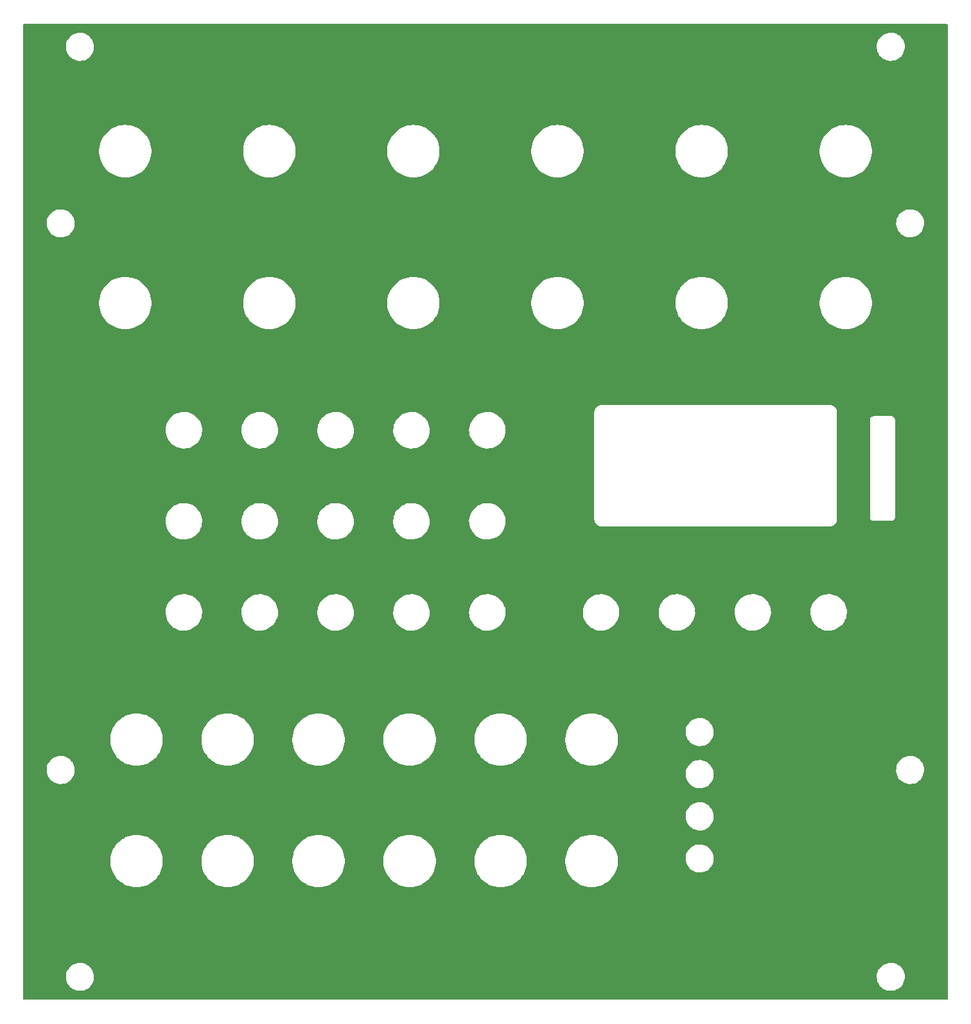
<source format=gbr>
%TF.GenerationSoftware,KiCad,Pcbnew,7.0.2*%
%TF.CreationDate,2025-02-19T16:58:47+00:00*%
%TF.ProjectId,dk2_04_panel,646b325f-3034-45f7-9061-6e656c2e6b69,rev?*%
%TF.SameCoordinates,Original*%
%TF.FileFunction,Copper,L1,Top*%
%TF.FilePolarity,Positive*%
%FSLAX46Y46*%
G04 Gerber Fmt 4.6, Leading zero omitted, Abs format (unit mm)*
G04 Created by KiCad (PCBNEW 7.0.2) date 2025-02-19 16:58:47*
%MOMM*%
%LPD*%
G01*
G04 APERTURE LIST*
G04 APERTURE END LIST*
%TA.AperFunction,NonConductor*%
G36*
X140892539Y-21770185D02*
G01*
X140938294Y-21822989D01*
X140949500Y-21874500D01*
X140949500Y-150125500D01*
X140929815Y-150192539D01*
X140877011Y-150238294D01*
X140825500Y-150249500D01*
X19174500Y-150249500D01*
X19107461Y-150229815D01*
X19061706Y-150177011D01*
X19050500Y-150125500D01*
X19050500Y-147317764D01*
X24695787Y-147317764D01*
X24725413Y-147587016D01*
X24793928Y-147849087D01*
X24899871Y-148098392D01*
X25040982Y-148329611D01*
X25130253Y-148436881D01*
X25214255Y-148537820D01*
X25415998Y-148718582D01*
X25641910Y-148868044D01*
X25748211Y-148917876D01*
X25887177Y-148983021D01*
X26146562Y-149061058D01*
X26146569Y-149061060D01*
X26414561Y-149100500D01*
X26414564Y-149100500D01*
X26615369Y-149100500D01*
X26617631Y-149100500D01*
X26820156Y-149085677D01*
X27084553Y-149026780D01*
X27337558Y-148930014D01*
X27573777Y-148797441D01*
X27788177Y-148631888D01*
X27976186Y-148436881D01*
X28133799Y-148216579D01*
X28257656Y-147975675D01*
X28345118Y-147719305D01*
X28394319Y-147452933D01*
X28399259Y-147317764D01*
X131595787Y-147317764D01*
X131625413Y-147587016D01*
X131693928Y-147849087D01*
X131799871Y-148098392D01*
X131940982Y-148329611D01*
X132030253Y-148436881D01*
X132114255Y-148537820D01*
X132315998Y-148718582D01*
X132541910Y-148868044D01*
X132648211Y-148917876D01*
X132787177Y-148983021D01*
X133046562Y-149061058D01*
X133046569Y-149061060D01*
X133314561Y-149100500D01*
X133314564Y-149100500D01*
X133515369Y-149100500D01*
X133517631Y-149100500D01*
X133720156Y-149085677D01*
X133984553Y-149026780D01*
X134237558Y-148930014D01*
X134473777Y-148797441D01*
X134688177Y-148631888D01*
X134876186Y-148436881D01*
X135033799Y-148216579D01*
X135157656Y-147975675D01*
X135245118Y-147719305D01*
X135294319Y-147452933D01*
X135304212Y-147182235D01*
X135274586Y-146912982D01*
X135206072Y-146650912D01*
X135100130Y-146401610D01*
X134959018Y-146170390D01*
X134959017Y-146170388D01*
X134785746Y-145962181D01*
X134680759Y-145868112D01*
X134584002Y-145781418D01*
X134358090Y-145631956D01*
X134358086Y-145631954D01*
X134112822Y-145516978D01*
X133853437Y-145438941D01*
X133853431Y-145438940D01*
X133585439Y-145399500D01*
X133382369Y-145399500D01*
X133380120Y-145399664D01*
X133380109Y-145399665D01*
X133179843Y-145414322D01*
X132915449Y-145473219D01*
X132662441Y-145569986D01*
X132426223Y-145702559D01*
X132211825Y-145868109D01*
X132023813Y-146063120D01*
X131866201Y-146283420D01*
X131742342Y-146524329D01*
X131654881Y-146780695D01*
X131605680Y-147047066D01*
X131595787Y-147317764D01*
X28399259Y-147317764D01*
X28404212Y-147182235D01*
X28374586Y-146912982D01*
X28306072Y-146650912D01*
X28200130Y-146401610D01*
X28059018Y-146170390D01*
X28059017Y-146170388D01*
X27885746Y-145962181D01*
X27780759Y-145868112D01*
X27684002Y-145781418D01*
X27458090Y-145631956D01*
X27458086Y-145631954D01*
X27212822Y-145516978D01*
X26953437Y-145438941D01*
X26953431Y-145438940D01*
X26685439Y-145399500D01*
X26482369Y-145399500D01*
X26480120Y-145399664D01*
X26480109Y-145399665D01*
X26279843Y-145414322D01*
X26015449Y-145473219D01*
X25762441Y-145569986D01*
X25526223Y-145702559D01*
X25311825Y-145868109D01*
X25123813Y-146063120D01*
X24966201Y-146283420D01*
X24842342Y-146524329D01*
X24754881Y-146780695D01*
X24705680Y-147047066D01*
X24695787Y-147317764D01*
X19050500Y-147317764D01*
X19050500Y-132187081D01*
X30549500Y-132187081D01*
X30589954Y-132559049D01*
X30590675Y-132562326D01*
X30590677Y-132562336D01*
X30651109Y-132836881D01*
X30670387Y-132924462D01*
X30671461Y-132927649D01*
X30788784Y-133275852D01*
X30788787Y-133275860D01*
X30789858Y-133279038D01*
X30946964Y-133618617D01*
X31139864Y-133939220D01*
X31141892Y-133941888D01*
X31141899Y-133941898D01*
X31362525Y-134232126D01*
X31366297Y-134237087D01*
X31368605Y-134239524D01*
X31368608Y-134239527D01*
X31621298Y-134506289D01*
X31621303Y-134506294D01*
X31623608Y-134508727D01*
X31908779Y-134750954D01*
X32218469Y-134960928D01*
X32549045Y-135136189D01*
X32896632Y-135274680D01*
X33257155Y-135374779D01*
X33626387Y-135435311D01*
X33906528Y-135450500D01*
X33908192Y-135450500D01*
X34091808Y-135450500D01*
X34093472Y-135450500D01*
X34373613Y-135435311D01*
X34742845Y-135374779D01*
X35103368Y-135274680D01*
X35450955Y-135136189D01*
X35781531Y-134960928D01*
X36091221Y-134750954D01*
X36376392Y-134508727D01*
X36633703Y-134237087D01*
X36860136Y-133939220D01*
X37053036Y-133618617D01*
X37210142Y-133279038D01*
X37329613Y-132924462D01*
X37410046Y-132559049D01*
X37450500Y-132187081D01*
X42549500Y-132187081D01*
X42589954Y-132559049D01*
X42590675Y-132562326D01*
X42590677Y-132562336D01*
X42651109Y-132836881D01*
X42670387Y-132924462D01*
X42671461Y-132927649D01*
X42788784Y-133275852D01*
X42788787Y-133275860D01*
X42789858Y-133279038D01*
X42946964Y-133618617D01*
X43139864Y-133939220D01*
X43141892Y-133941888D01*
X43141899Y-133941898D01*
X43362525Y-134232126D01*
X43366297Y-134237087D01*
X43368605Y-134239524D01*
X43368608Y-134239527D01*
X43621298Y-134506289D01*
X43621303Y-134506294D01*
X43623608Y-134508727D01*
X43908779Y-134750954D01*
X44218469Y-134960928D01*
X44549045Y-135136189D01*
X44896632Y-135274680D01*
X45257155Y-135374779D01*
X45626387Y-135435311D01*
X45906528Y-135450500D01*
X45908192Y-135450500D01*
X46091808Y-135450500D01*
X46093472Y-135450500D01*
X46373613Y-135435311D01*
X46742845Y-135374779D01*
X47103368Y-135274680D01*
X47450955Y-135136189D01*
X47781531Y-134960928D01*
X48091221Y-134750954D01*
X48376392Y-134508727D01*
X48633703Y-134237087D01*
X48860136Y-133939220D01*
X49053036Y-133618617D01*
X49210142Y-133279038D01*
X49329613Y-132924462D01*
X49410046Y-132559049D01*
X49450500Y-132187081D01*
X54549500Y-132187081D01*
X54589954Y-132559049D01*
X54590675Y-132562326D01*
X54590677Y-132562336D01*
X54651109Y-132836881D01*
X54670387Y-132924462D01*
X54671461Y-132927649D01*
X54788784Y-133275852D01*
X54788787Y-133275860D01*
X54789858Y-133279038D01*
X54946964Y-133618617D01*
X55139864Y-133939220D01*
X55141892Y-133941888D01*
X55141899Y-133941898D01*
X55362525Y-134232126D01*
X55366297Y-134237087D01*
X55368605Y-134239524D01*
X55368608Y-134239527D01*
X55621298Y-134506289D01*
X55621303Y-134506294D01*
X55623608Y-134508727D01*
X55908779Y-134750954D01*
X56218469Y-134960928D01*
X56549045Y-135136189D01*
X56896632Y-135274680D01*
X57257155Y-135374779D01*
X57626387Y-135435311D01*
X57906528Y-135450500D01*
X57908192Y-135450500D01*
X58091808Y-135450500D01*
X58093472Y-135450500D01*
X58373613Y-135435311D01*
X58742845Y-135374779D01*
X59103368Y-135274680D01*
X59450955Y-135136189D01*
X59781531Y-134960928D01*
X60091221Y-134750954D01*
X60376392Y-134508727D01*
X60633703Y-134237087D01*
X60860136Y-133939220D01*
X61053036Y-133618617D01*
X61210142Y-133279038D01*
X61329613Y-132924462D01*
X61410046Y-132559049D01*
X61450500Y-132187081D01*
X66549500Y-132187081D01*
X66589954Y-132559049D01*
X66590675Y-132562326D01*
X66590677Y-132562336D01*
X66651109Y-132836881D01*
X66670387Y-132924462D01*
X66671461Y-132927649D01*
X66788784Y-133275852D01*
X66788787Y-133275860D01*
X66789858Y-133279038D01*
X66946964Y-133618617D01*
X67139864Y-133939220D01*
X67141892Y-133941888D01*
X67141899Y-133941898D01*
X67362525Y-134232126D01*
X67366297Y-134237087D01*
X67368605Y-134239524D01*
X67368608Y-134239527D01*
X67621298Y-134506289D01*
X67621303Y-134506294D01*
X67623608Y-134508727D01*
X67908779Y-134750954D01*
X68218469Y-134960928D01*
X68549045Y-135136189D01*
X68896632Y-135274680D01*
X69257155Y-135374779D01*
X69626387Y-135435311D01*
X69906528Y-135450500D01*
X69908192Y-135450500D01*
X70091808Y-135450500D01*
X70093472Y-135450500D01*
X70373613Y-135435311D01*
X70742845Y-135374779D01*
X71103368Y-135274680D01*
X71450955Y-135136189D01*
X71781531Y-134960928D01*
X72091221Y-134750954D01*
X72376392Y-134508727D01*
X72633703Y-134237087D01*
X72860136Y-133939220D01*
X73053036Y-133618617D01*
X73210142Y-133279038D01*
X73329613Y-132924462D01*
X73410046Y-132559049D01*
X73450500Y-132187081D01*
X78549500Y-132187081D01*
X78589954Y-132559049D01*
X78590675Y-132562326D01*
X78590677Y-132562336D01*
X78651109Y-132836881D01*
X78670387Y-132924462D01*
X78671461Y-132927649D01*
X78788784Y-133275852D01*
X78788787Y-133275860D01*
X78789858Y-133279038D01*
X78946964Y-133618617D01*
X79139864Y-133939220D01*
X79141892Y-133941888D01*
X79141899Y-133941898D01*
X79362525Y-134232126D01*
X79366297Y-134237087D01*
X79368605Y-134239524D01*
X79368608Y-134239527D01*
X79621298Y-134506289D01*
X79621303Y-134506294D01*
X79623608Y-134508727D01*
X79908779Y-134750954D01*
X80218469Y-134960928D01*
X80549045Y-135136189D01*
X80896632Y-135274680D01*
X81257155Y-135374779D01*
X81626387Y-135435311D01*
X81906528Y-135450500D01*
X81908192Y-135450500D01*
X82091808Y-135450500D01*
X82093472Y-135450500D01*
X82373613Y-135435311D01*
X82742845Y-135374779D01*
X83103368Y-135274680D01*
X83450955Y-135136189D01*
X83781531Y-134960928D01*
X84091221Y-134750954D01*
X84376392Y-134508727D01*
X84633703Y-134237087D01*
X84860136Y-133939220D01*
X85053036Y-133618617D01*
X85210142Y-133279038D01*
X85329613Y-132924462D01*
X85410046Y-132559049D01*
X85450500Y-132187081D01*
X90549500Y-132187081D01*
X90589954Y-132559049D01*
X90590675Y-132562326D01*
X90590677Y-132562336D01*
X90651109Y-132836881D01*
X90670387Y-132924462D01*
X90671461Y-132927649D01*
X90788784Y-133275852D01*
X90788787Y-133275860D01*
X90789858Y-133279038D01*
X90946964Y-133618617D01*
X91139864Y-133939220D01*
X91141892Y-133941888D01*
X91141899Y-133941898D01*
X91362525Y-134232126D01*
X91366297Y-134237087D01*
X91368605Y-134239524D01*
X91368608Y-134239527D01*
X91621298Y-134506289D01*
X91621303Y-134506294D01*
X91623608Y-134508727D01*
X91908779Y-134750954D01*
X92218469Y-134960928D01*
X92549045Y-135136189D01*
X92896632Y-135274680D01*
X93257155Y-135374779D01*
X93626387Y-135435311D01*
X93906528Y-135450500D01*
X93908192Y-135450500D01*
X94091808Y-135450500D01*
X94093472Y-135450500D01*
X94373613Y-135435311D01*
X94742845Y-135374779D01*
X95103368Y-135274680D01*
X95450955Y-135136189D01*
X95781531Y-134960928D01*
X96091221Y-134750954D01*
X96376392Y-134508727D01*
X96633703Y-134237087D01*
X96860136Y-133939220D01*
X97053036Y-133618617D01*
X97210142Y-133279038D01*
X97329613Y-132924462D01*
X97410046Y-132559049D01*
X97450500Y-132187081D01*
X97450500Y-131812919D01*
X97440151Y-131717764D01*
X106395787Y-131717764D01*
X106425413Y-131987016D01*
X106493928Y-132249087D01*
X106599871Y-132498392D01*
X106740982Y-132729611D01*
X106914253Y-132937818D01*
X106914255Y-132937820D01*
X107115998Y-133118582D01*
X107341910Y-133268044D01*
X107448211Y-133317876D01*
X107587177Y-133383021D01*
X107846562Y-133461058D01*
X107846569Y-133461060D01*
X108114561Y-133500500D01*
X108114564Y-133500500D01*
X108315369Y-133500500D01*
X108317631Y-133500500D01*
X108520156Y-133485677D01*
X108784553Y-133426780D01*
X109037558Y-133330014D01*
X109273777Y-133197441D01*
X109488177Y-133031888D01*
X109676186Y-132836881D01*
X109833799Y-132616579D01*
X109957656Y-132375675D01*
X110045118Y-132119305D01*
X110094319Y-131852933D01*
X110104212Y-131582235D01*
X110074586Y-131312982D01*
X110006072Y-131050912D01*
X109900130Y-130801610D01*
X109759018Y-130570390D01*
X109759017Y-130570388D01*
X109585746Y-130362181D01*
X109480759Y-130268112D01*
X109384002Y-130181418D01*
X109158090Y-130031956D01*
X109158086Y-130031954D01*
X108912822Y-129916978D01*
X108653437Y-129838941D01*
X108653431Y-129838940D01*
X108385439Y-129799500D01*
X108182369Y-129799500D01*
X108180120Y-129799664D01*
X108180109Y-129799665D01*
X107979843Y-129814322D01*
X107715449Y-129873219D01*
X107462441Y-129969986D01*
X107226223Y-130102559D01*
X107011825Y-130268109D01*
X106823813Y-130463120D01*
X106666201Y-130683420D01*
X106542342Y-130924329D01*
X106454881Y-131180695D01*
X106405680Y-131447066D01*
X106395787Y-131717764D01*
X97440151Y-131717764D01*
X97410046Y-131440951D01*
X97329613Y-131075538D01*
X97210142Y-130720962D01*
X97053036Y-130381383D01*
X96860136Y-130060780D01*
X96858104Y-130058107D01*
X96858100Y-130058101D01*
X96635737Y-129765589D01*
X96633703Y-129762913D01*
X96631391Y-129760472D01*
X96378701Y-129493710D01*
X96378695Y-129493704D01*
X96376392Y-129491273D01*
X96091221Y-129249046D01*
X96088441Y-129247161D01*
X95784306Y-129040953D01*
X95784299Y-129040949D01*
X95781531Y-129039072D01*
X95778569Y-129037501D01*
X95778563Y-129037498D01*
X95453926Y-128865386D01*
X95453924Y-128865385D01*
X95450955Y-128863811D01*
X95447835Y-128862568D01*
X95447831Y-128862566D01*
X95106494Y-128726565D01*
X95106485Y-128726562D01*
X95103368Y-128725320D01*
X95031910Y-128705479D01*
X94746085Y-128626120D01*
X94746074Y-128626117D01*
X94742845Y-128625221D01*
X94739543Y-128624679D01*
X94739531Y-128624677D01*
X94376926Y-128565232D01*
X94376923Y-128565231D01*
X94373613Y-128564689D01*
X94370268Y-128564507D01*
X94370253Y-128564506D01*
X94095136Y-128549590D01*
X94095127Y-128549589D01*
X94093472Y-128549500D01*
X93906528Y-128549500D01*
X93904873Y-128549589D01*
X93904863Y-128549590D01*
X93629746Y-128564506D01*
X93629729Y-128564507D01*
X93626387Y-128564689D01*
X93623078Y-128565231D01*
X93623073Y-128565232D01*
X93260468Y-128624677D01*
X93260452Y-128624680D01*
X93257155Y-128625221D01*
X93253928Y-128626116D01*
X93253914Y-128626120D01*
X92899873Y-128724420D01*
X92896632Y-128725320D01*
X92893519Y-128726560D01*
X92893505Y-128726565D01*
X92552168Y-128862566D01*
X92552157Y-128862570D01*
X92549045Y-128863811D01*
X92546082Y-128865381D01*
X92546073Y-128865386D01*
X92221436Y-129037498D01*
X92221422Y-129037506D01*
X92218469Y-129039072D01*
X92215708Y-129040943D01*
X92215693Y-129040953D01*
X91911558Y-129247161D01*
X91911548Y-129247168D01*
X91908779Y-129249046D01*
X91906227Y-129251213D01*
X91906216Y-129251222D01*
X91626166Y-129489099D01*
X91626153Y-129489110D01*
X91623608Y-129491273D01*
X91621313Y-129493695D01*
X91621298Y-129493710D01*
X91368608Y-129760472D01*
X91368597Y-129760484D01*
X91366297Y-129762913D01*
X91364269Y-129765580D01*
X91364262Y-129765589D01*
X91141899Y-130058101D01*
X91141886Y-130058119D01*
X91139864Y-130060780D01*
X91138135Y-130063653D01*
X91138130Y-130063661D01*
X90948698Y-130378500D01*
X90948693Y-130378508D01*
X90946964Y-130381383D01*
X90945554Y-130384429D01*
X90945550Y-130384438D01*
X90807226Y-130683421D01*
X90789858Y-130720962D01*
X90788789Y-130724133D01*
X90788784Y-130724147D01*
X90721335Y-130924329D01*
X90670387Y-131075538D01*
X90669666Y-131078811D01*
X90669663Y-131078824D01*
X90590677Y-131437663D01*
X90590674Y-131437676D01*
X90589954Y-131440951D01*
X90549500Y-131812919D01*
X90549500Y-132187081D01*
X85450500Y-132187081D01*
X85450500Y-131812919D01*
X85410046Y-131440951D01*
X85329613Y-131075538D01*
X85210142Y-130720962D01*
X85053036Y-130381383D01*
X84860136Y-130060780D01*
X84858104Y-130058107D01*
X84858100Y-130058101D01*
X84635737Y-129765589D01*
X84633703Y-129762913D01*
X84631391Y-129760472D01*
X84378701Y-129493710D01*
X84378695Y-129493704D01*
X84376392Y-129491273D01*
X84091221Y-129249046D01*
X84088441Y-129247161D01*
X83784306Y-129040953D01*
X83784299Y-129040949D01*
X83781531Y-129039072D01*
X83778569Y-129037501D01*
X83778563Y-129037498D01*
X83453926Y-128865386D01*
X83453924Y-128865385D01*
X83450955Y-128863811D01*
X83447835Y-128862568D01*
X83447831Y-128862566D01*
X83106494Y-128726565D01*
X83106485Y-128726562D01*
X83103368Y-128725320D01*
X83031910Y-128705479D01*
X82746085Y-128626120D01*
X82746074Y-128626117D01*
X82742845Y-128625221D01*
X82739543Y-128624679D01*
X82739531Y-128624677D01*
X82376926Y-128565232D01*
X82376923Y-128565231D01*
X82373613Y-128564689D01*
X82370268Y-128564507D01*
X82370253Y-128564506D01*
X82095136Y-128549590D01*
X82095127Y-128549589D01*
X82093472Y-128549500D01*
X81906528Y-128549500D01*
X81904873Y-128549589D01*
X81904863Y-128549590D01*
X81629746Y-128564506D01*
X81629729Y-128564507D01*
X81626387Y-128564689D01*
X81623078Y-128565231D01*
X81623073Y-128565232D01*
X81260468Y-128624677D01*
X81260452Y-128624680D01*
X81257155Y-128625221D01*
X81253928Y-128626116D01*
X81253914Y-128626120D01*
X80899873Y-128724420D01*
X80896632Y-128725320D01*
X80893519Y-128726560D01*
X80893505Y-128726565D01*
X80552168Y-128862566D01*
X80552157Y-128862570D01*
X80549045Y-128863811D01*
X80546082Y-128865381D01*
X80546073Y-128865386D01*
X80221436Y-129037498D01*
X80221422Y-129037506D01*
X80218469Y-129039072D01*
X80215708Y-129040943D01*
X80215693Y-129040953D01*
X79911558Y-129247161D01*
X79911548Y-129247168D01*
X79908779Y-129249046D01*
X79906227Y-129251213D01*
X79906216Y-129251222D01*
X79626166Y-129489099D01*
X79626153Y-129489110D01*
X79623608Y-129491273D01*
X79621313Y-129493695D01*
X79621298Y-129493710D01*
X79368608Y-129760472D01*
X79368597Y-129760484D01*
X79366297Y-129762913D01*
X79364269Y-129765580D01*
X79364262Y-129765589D01*
X79141899Y-130058101D01*
X79141886Y-130058119D01*
X79139864Y-130060780D01*
X79138135Y-130063653D01*
X79138130Y-130063661D01*
X78948698Y-130378500D01*
X78948693Y-130378508D01*
X78946964Y-130381383D01*
X78945554Y-130384429D01*
X78945550Y-130384438D01*
X78807226Y-130683421D01*
X78789858Y-130720962D01*
X78788789Y-130724133D01*
X78788784Y-130724147D01*
X78721335Y-130924329D01*
X78670387Y-131075538D01*
X78669666Y-131078811D01*
X78669663Y-131078824D01*
X78590677Y-131437663D01*
X78590674Y-131437676D01*
X78589954Y-131440951D01*
X78549500Y-131812919D01*
X78549500Y-132187081D01*
X73450500Y-132187081D01*
X73450500Y-131812919D01*
X73410046Y-131440951D01*
X73329613Y-131075538D01*
X73210142Y-130720962D01*
X73053036Y-130381383D01*
X72860136Y-130060780D01*
X72858104Y-130058107D01*
X72858100Y-130058101D01*
X72635737Y-129765589D01*
X72633703Y-129762913D01*
X72631391Y-129760472D01*
X72378701Y-129493710D01*
X72378695Y-129493704D01*
X72376392Y-129491273D01*
X72091221Y-129249046D01*
X72088441Y-129247161D01*
X71784306Y-129040953D01*
X71784299Y-129040949D01*
X71781531Y-129039072D01*
X71778569Y-129037501D01*
X71778563Y-129037498D01*
X71453926Y-128865386D01*
X71453924Y-128865385D01*
X71450955Y-128863811D01*
X71447835Y-128862568D01*
X71447831Y-128862566D01*
X71106494Y-128726565D01*
X71106485Y-128726562D01*
X71103368Y-128725320D01*
X71031910Y-128705479D01*
X70746085Y-128626120D01*
X70746074Y-128626117D01*
X70742845Y-128625221D01*
X70739543Y-128624679D01*
X70739531Y-128624677D01*
X70376926Y-128565232D01*
X70376923Y-128565231D01*
X70373613Y-128564689D01*
X70370268Y-128564507D01*
X70370253Y-128564506D01*
X70095136Y-128549590D01*
X70095127Y-128549589D01*
X70093472Y-128549500D01*
X69906528Y-128549500D01*
X69904873Y-128549589D01*
X69904863Y-128549590D01*
X69629746Y-128564506D01*
X69629729Y-128564507D01*
X69626387Y-128564689D01*
X69623078Y-128565231D01*
X69623073Y-128565232D01*
X69260468Y-128624677D01*
X69260452Y-128624680D01*
X69257155Y-128625221D01*
X69253928Y-128626116D01*
X69253914Y-128626120D01*
X68899873Y-128724420D01*
X68896632Y-128725320D01*
X68893519Y-128726560D01*
X68893505Y-128726565D01*
X68552168Y-128862566D01*
X68552157Y-128862570D01*
X68549045Y-128863811D01*
X68546082Y-128865381D01*
X68546073Y-128865386D01*
X68221436Y-129037498D01*
X68221422Y-129037506D01*
X68218469Y-129039072D01*
X68215708Y-129040943D01*
X68215693Y-129040953D01*
X67911558Y-129247161D01*
X67911548Y-129247168D01*
X67908779Y-129249046D01*
X67906227Y-129251213D01*
X67906216Y-129251222D01*
X67626166Y-129489099D01*
X67626153Y-129489110D01*
X67623608Y-129491273D01*
X67621313Y-129493695D01*
X67621298Y-129493710D01*
X67368608Y-129760472D01*
X67368597Y-129760484D01*
X67366297Y-129762913D01*
X67364269Y-129765580D01*
X67364262Y-129765589D01*
X67141899Y-130058101D01*
X67141886Y-130058119D01*
X67139864Y-130060780D01*
X67138135Y-130063653D01*
X67138130Y-130063661D01*
X66948698Y-130378500D01*
X66948693Y-130378508D01*
X66946964Y-130381383D01*
X66945554Y-130384429D01*
X66945550Y-130384438D01*
X66807226Y-130683421D01*
X66789858Y-130720962D01*
X66788789Y-130724133D01*
X66788784Y-130724147D01*
X66721335Y-130924329D01*
X66670387Y-131075538D01*
X66669666Y-131078811D01*
X66669663Y-131078824D01*
X66590677Y-131437663D01*
X66590674Y-131437676D01*
X66589954Y-131440951D01*
X66549500Y-131812919D01*
X66549500Y-132187081D01*
X61450500Y-132187081D01*
X61450500Y-131812919D01*
X61410046Y-131440951D01*
X61329613Y-131075538D01*
X61210142Y-130720962D01*
X61053036Y-130381383D01*
X60860136Y-130060780D01*
X60858104Y-130058107D01*
X60858100Y-130058101D01*
X60635737Y-129765589D01*
X60633703Y-129762913D01*
X60631391Y-129760472D01*
X60378701Y-129493710D01*
X60378695Y-129493704D01*
X60376392Y-129491273D01*
X60091221Y-129249046D01*
X60088441Y-129247161D01*
X59784306Y-129040953D01*
X59784299Y-129040949D01*
X59781531Y-129039072D01*
X59778569Y-129037501D01*
X59778563Y-129037498D01*
X59453926Y-128865386D01*
X59453924Y-128865385D01*
X59450955Y-128863811D01*
X59447835Y-128862568D01*
X59447831Y-128862566D01*
X59106494Y-128726565D01*
X59106485Y-128726562D01*
X59103368Y-128725320D01*
X59031910Y-128705479D01*
X58746085Y-128626120D01*
X58746074Y-128626117D01*
X58742845Y-128625221D01*
X58739543Y-128624679D01*
X58739531Y-128624677D01*
X58376926Y-128565232D01*
X58376923Y-128565231D01*
X58373613Y-128564689D01*
X58370268Y-128564507D01*
X58370253Y-128564506D01*
X58095136Y-128549590D01*
X58095127Y-128549589D01*
X58093472Y-128549500D01*
X57906528Y-128549500D01*
X57904873Y-128549589D01*
X57904863Y-128549590D01*
X57629746Y-128564506D01*
X57629729Y-128564507D01*
X57626387Y-128564689D01*
X57623078Y-128565231D01*
X57623073Y-128565232D01*
X57260468Y-128624677D01*
X57260452Y-128624680D01*
X57257155Y-128625221D01*
X57253928Y-128626116D01*
X57253914Y-128626120D01*
X56899873Y-128724420D01*
X56896632Y-128725320D01*
X56893519Y-128726560D01*
X56893505Y-128726565D01*
X56552168Y-128862566D01*
X56552157Y-128862570D01*
X56549045Y-128863811D01*
X56546082Y-128865381D01*
X56546073Y-128865386D01*
X56221436Y-129037498D01*
X56221422Y-129037506D01*
X56218469Y-129039072D01*
X56215708Y-129040943D01*
X56215693Y-129040953D01*
X55911558Y-129247161D01*
X55911548Y-129247168D01*
X55908779Y-129249046D01*
X55906227Y-129251213D01*
X55906216Y-129251222D01*
X55626166Y-129489099D01*
X55626153Y-129489110D01*
X55623608Y-129491273D01*
X55621313Y-129493695D01*
X55621298Y-129493710D01*
X55368608Y-129760472D01*
X55368597Y-129760484D01*
X55366297Y-129762913D01*
X55364269Y-129765580D01*
X55364262Y-129765589D01*
X55141899Y-130058101D01*
X55141886Y-130058119D01*
X55139864Y-130060780D01*
X55138135Y-130063653D01*
X55138130Y-130063661D01*
X54948698Y-130378500D01*
X54948693Y-130378508D01*
X54946964Y-130381383D01*
X54945554Y-130384429D01*
X54945550Y-130384438D01*
X54807226Y-130683421D01*
X54789858Y-130720962D01*
X54788789Y-130724133D01*
X54788784Y-130724147D01*
X54721335Y-130924329D01*
X54670387Y-131075538D01*
X54669666Y-131078811D01*
X54669663Y-131078824D01*
X54590677Y-131437663D01*
X54590674Y-131437676D01*
X54589954Y-131440951D01*
X54549500Y-131812919D01*
X54549500Y-132187081D01*
X49450500Y-132187081D01*
X49450500Y-131812919D01*
X49410046Y-131440951D01*
X49329613Y-131075538D01*
X49210142Y-130720962D01*
X49053036Y-130381383D01*
X48860136Y-130060780D01*
X48858104Y-130058107D01*
X48858100Y-130058101D01*
X48635737Y-129765589D01*
X48633703Y-129762913D01*
X48631391Y-129760472D01*
X48378701Y-129493710D01*
X48378695Y-129493704D01*
X48376392Y-129491273D01*
X48091221Y-129249046D01*
X48088441Y-129247161D01*
X47784306Y-129040953D01*
X47784299Y-129040949D01*
X47781531Y-129039072D01*
X47778569Y-129037501D01*
X47778563Y-129037498D01*
X47453926Y-128865386D01*
X47453924Y-128865385D01*
X47450955Y-128863811D01*
X47447835Y-128862568D01*
X47447831Y-128862566D01*
X47106494Y-128726565D01*
X47106485Y-128726562D01*
X47103368Y-128725320D01*
X47031910Y-128705479D01*
X46746085Y-128626120D01*
X46746074Y-128626117D01*
X46742845Y-128625221D01*
X46739543Y-128624679D01*
X46739531Y-128624677D01*
X46376926Y-128565232D01*
X46376923Y-128565231D01*
X46373613Y-128564689D01*
X46370268Y-128564507D01*
X46370253Y-128564506D01*
X46095136Y-128549590D01*
X46095127Y-128549589D01*
X46093472Y-128549500D01*
X45906528Y-128549500D01*
X45904873Y-128549589D01*
X45904863Y-128549590D01*
X45629746Y-128564506D01*
X45629729Y-128564507D01*
X45626387Y-128564689D01*
X45623078Y-128565231D01*
X45623073Y-128565232D01*
X45260468Y-128624677D01*
X45260452Y-128624680D01*
X45257155Y-128625221D01*
X45253928Y-128626116D01*
X45253914Y-128626120D01*
X44899873Y-128724420D01*
X44896632Y-128725320D01*
X44893519Y-128726560D01*
X44893505Y-128726565D01*
X44552168Y-128862566D01*
X44552157Y-128862570D01*
X44549045Y-128863811D01*
X44546082Y-128865381D01*
X44546073Y-128865386D01*
X44221436Y-129037498D01*
X44221422Y-129037506D01*
X44218469Y-129039072D01*
X44215708Y-129040943D01*
X44215693Y-129040953D01*
X43911558Y-129247161D01*
X43911548Y-129247168D01*
X43908779Y-129249046D01*
X43906227Y-129251213D01*
X43906216Y-129251222D01*
X43626166Y-129489099D01*
X43626153Y-129489110D01*
X43623608Y-129491273D01*
X43621313Y-129493695D01*
X43621298Y-129493710D01*
X43368608Y-129760472D01*
X43368597Y-129760484D01*
X43366297Y-129762913D01*
X43364269Y-129765580D01*
X43364262Y-129765589D01*
X43141899Y-130058101D01*
X43141886Y-130058119D01*
X43139864Y-130060780D01*
X43138135Y-130063653D01*
X43138130Y-130063661D01*
X42948698Y-130378500D01*
X42948693Y-130378508D01*
X42946964Y-130381383D01*
X42945554Y-130384429D01*
X42945550Y-130384438D01*
X42807226Y-130683421D01*
X42789858Y-130720962D01*
X42788789Y-130724133D01*
X42788784Y-130724147D01*
X42721335Y-130924329D01*
X42670387Y-131075538D01*
X42669666Y-131078811D01*
X42669663Y-131078824D01*
X42590677Y-131437663D01*
X42590674Y-131437676D01*
X42589954Y-131440951D01*
X42549500Y-131812919D01*
X42549500Y-132187081D01*
X37450500Y-132187081D01*
X37450500Y-131812919D01*
X37410046Y-131440951D01*
X37329613Y-131075538D01*
X37210142Y-130720962D01*
X37053036Y-130381383D01*
X36860136Y-130060780D01*
X36858104Y-130058107D01*
X36858100Y-130058101D01*
X36635737Y-129765589D01*
X36633703Y-129762913D01*
X36631391Y-129760472D01*
X36378701Y-129493710D01*
X36378695Y-129493704D01*
X36376392Y-129491273D01*
X36091221Y-129249046D01*
X36088441Y-129247161D01*
X35784306Y-129040953D01*
X35784299Y-129040949D01*
X35781531Y-129039072D01*
X35778569Y-129037501D01*
X35778563Y-129037498D01*
X35453926Y-128865386D01*
X35453924Y-128865385D01*
X35450955Y-128863811D01*
X35447835Y-128862568D01*
X35447831Y-128862566D01*
X35106494Y-128726565D01*
X35106485Y-128726562D01*
X35103368Y-128725320D01*
X35031910Y-128705479D01*
X34746085Y-128626120D01*
X34746074Y-128626117D01*
X34742845Y-128625221D01*
X34739543Y-128624679D01*
X34739531Y-128624677D01*
X34376926Y-128565232D01*
X34376923Y-128565231D01*
X34373613Y-128564689D01*
X34370268Y-128564507D01*
X34370253Y-128564506D01*
X34095136Y-128549590D01*
X34095127Y-128549589D01*
X34093472Y-128549500D01*
X33906528Y-128549500D01*
X33904873Y-128549589D01*
X33904863Y-128549590D01*
X33629746Y-128564506D01*
X33629729Y-128564507D01*
X33626387Y-128564689D01*
X33623078Y-128565231D01*
X33623073Y-128565232D01*
X33260468Y-128624677D01*
X33260452Y-128624680D01*
X33257155Y-128625221D01*
X33253928Y-128626116D01*
X33253914Y-128626120D01*
X32899873Y-128724420D01*
X32896632Y-128725320D01*
X32893519Y-128726560D01*
X32893505Y-128726565D01*
X32552168Y-128862566D01*
X32552157Y-128862570D01*
X32549045Y-128863811D01*
X32546082Y-128865381D01*
X32546073Y-128865386D01*
X32221436Y-129037498D01*
X32221422Y-129037506D01*
X32218469Y-129039072D01*
X32215708Y-129040943D01*
X32215693Y-129040953D01*
X31911558Y-129247161D01*
X31911548Y-129247168D01*
X31908779Y-129249046D01*
X31906227Y-129251213D01*
X31906216Y-129251222D01*
X31626166Y-129489099D01*
X31626153Y-129489110D01*
X31623608Y-129491273D01*
X31621313Y-129493695D01*
X31621298Y-129493710D01*
X31368608Y-129760472D01*
X31368597Y-129760484D01*
X31366297Y-129762913D01*
X31364269Y-129765580D01*
X31364262Y-129765589D01*
X31141899Y-130058101D01*
X31141886Y-130058119D01*
X31139864Y-130060780D01*
X31138135Y-130063653D01*
X31138130Y-130063661D01*
X30948698Y-130378500D01*
X30948693Y-130378508D01*
X30946964Y-130381383D01*
X30945554Y-130384429D01*
X30945550Y-130384438D01*
X30807226Y-130683421D01*
X30789858Y-130720962D01*
X30788789Y-130724133D01*
X30788784Y-130724147D01*
X30721335Y-130924329D01*
X30670387Y-131075538D01*
X30669666Y-131078811D01*
X30669663Y-131078824D01*
X30590677Y-131437663D01*
X30590674Y-131437676D01*
X30589954Y-131440951D01*
X30549500Y-131812919D01*
X30549500Y-132187081D01*
X19050500Y-132187081D01*
X19050500Y-126167764D01*
X106395787Y-126167764D01*
X106425413Y-126437016D01*
X106493928Y-126699087D01*
X106599871Y-126948392D01*
X106740982Y-127179611D01*
X106830253Y-127286881D01*
X106914255Y-127387820D01*
X107115998Y-127568582D01*
X107341910Y-127718044D01*
X107448211Y-127767876D01*
X107587177Y-127833021D01*
X107846562Y-127911058D01*
X107846569Y-127911060D01*
X108114561Y-127950500D01*
X108114564Y-127950500D01*
X108315369Y-127950500D01*
X108317631Y-127950500D01*
X108520156Y-127935677D01*
X108784553Y-127876780D01*
X109037558Y-127780014D01*
X109273777Y-127647441D01*
X109488177Y-127481888D01*
X109676186Y-127286881D01*
X109833799Y-127066579D01*
X109957656Y-126825675D01*
X110045118Y-126569305D01*
X110094319Y-126302933D01*
X110104212Y-126032235D01*
X110074586Y-125762982D01*
X110006072Y-125500912D01*
X109900130Y-125251610D01*
X109759018Y-125020390D01*
X109759017Y-125020388D01*
X109585746Y-124812181D01*
X109480759Y-124718112D01*
X109384002Y-124631418D01*
X109158090Y-124481956D01*
X109158086Y-124481954D01*
X108912822Y-124366978D01*
X108653437Y-124288941D01*
X108653431Y-124288940D01*
X108385439Y-124249500D01*
X108182369Y-124249500D01*
X108180120Y-124249664D01*
X108180109Y-124249665D01*
X107979843Y-124264322D01*
X107715449Y-124323219D01*
X107462441Y-124419986D01*
X107226223Y-124552559D01*
X107011825Y-124718109D01*
X106823813Y-124913120D01*
X106666201Y-125133420D01*
X106542342Y-125374329D01*
X106454881Y-125630695D01*
X106405680Y-125897066D01*
X106395787Y-126167764D01*
X19050500Y-126167764D01*
X19050500Y-120067764D01*
X22145787Y-120067764D01*
X22175413Y-120337016D01*
X22178041Y-120347067D01*
X22243928Y-120599088D01*
X22251865Y-120617765D01*
X22349871Y-120848392D01*
X22490982Y-121079611D01*
X22654148Y-121275675D01*
X22664255Y-121287820D01*
X22865998Y-121468582D01*
X23091910Y-121618044D01*
X23116583Y-121629610D01*
X23337177Y-121733021D01*
X23596562Y-121811058D01*
X23596569Y-121811060D01*
X23864561Y-121850500D01*
X23864564Y-121850500D01*
X24065369Y-121850500D01*
X24067631Y-121850500D01*
X24270156Y-121835677D01*
X24534553Y-121776780D01*
X24787558Y-121680014D01*
X25023777Y-121547441D01*
X25238177Y-121381888D01*
X25426186Y-121186881D01*
X25583799Y-120966579D01*
X25707656Y-120725675D01*
X25744470Y-120617764D01*
X106395787Y-120617764D01*
X106425413Y-120887016D01*
X106425414Y-120887018D01*
X106493928Y-121149088D01*
X106592858Y-121381890D01*
X106599871Y-121398392D01*
X106740982Y-121629611D01*
X106914253Y-121837818D01*
X106914255Y-121837820D01*
X107115998Y-122018582D01*
X107341910Y-122168044D01*
X107448211Y-122217876D01*
X107587177Y-122283021D01*
X107846562Y-122361058D01*
X107846569Y-122361060D01*
X108114561Y-122400500D01*
X108114564Y-122400500D01*
X108315369Y-122400500D01*
X108317631Y-122400500D01*
X108520156Y-122385677D01*
X108784553Y-122326780D01*
X109037558Y-122230014D01*
X109273777Y-122097441D01*
X109488177Y-121931888D01*
X109676186Y-121736881D01*
X109833799Y-121516579D01*
X109957656Y-121275675D01*
X110045118Y-121019305D01*
X110094319Y-120752933D01*
X110104212Y-120482235D01*
X110074586Y-120212982D01*
X110036621Y-120067764D01*
X134145787Y-120067764D01*
X134175413Y-120337016D01*
X134178041Y-120347067D01*
X134243928Y-120599088D01*
X134251865Y-120617765D01*
X134349871Y-120848392D01*
X134490982Y-121079611D01*
X134654148Y-121275675D01*
X134664255Y-121287820D01*
X134865998Y-121468582D01*
X135091910Y-121618044D01*
X135116583Y-121629610D01*
X135337177Y-121733021D01*
X135596562Y-121811058D01*
X135596569Y-121811060D01*
X135864561Y-121850500D01*
X135864564Y-121850500D01*
X136065369Y-121850500D01*
X136067631Y-121850500D01*
X136270156Y-121835677D01*
X136534553Y-121776780D01*
X136787558Y-121680014D01*
X137023777Y-121547441D01*
X137238177Y-121381888D01*
X137426186Y-121186881D01*
X137583799Y-120966579D01*
X137707656Y-120725675D01*
X137795118Y-120469305D01*
X137844319Y-120202933D01*
X137854212Y-119932235D01*
X137824586Y-119662982D01*
X137756072Y-119400912D01*
X137650130Y-119151610D01*
X137533758Y-118960928D01*
X137509017Y-118920388D01*
X137335746Y-118712181D01*
X137230759Y-118618112D01*
X137134002Y-118531418D01*
X136908090Y-118381956D01*
X136908086Y-118381954D01*
X136662822Y-118266978D01*
X136403437Y-118188941D01*
X136403431Y-118188940D01*
X136135439Y-118149500D01*
X135932369Y-118149500D01*
X135930120Y-118149664D01*
X135930109Y-118149665D01*
X135729843Y-118164322D01*
X135465449Y-118223219D01*
X135212441Y-118319986D01*
X134976223Y-118452559D01*
X134761825Y-118618109D01*
X134573813Y-118813120D01*
X134416201Y-119033420D01*
X134292342Y-119274329D01*
X134204881Y-119530695D01*
X134155680Y-119797066D01*
X134145787Y-120067764D01*
X110036621Y-120067764D01*
X110006072Y-119950912D01*
X109900130Y-119701610D01*
X109759018Y-119470390D01*
X109759017Y-119470388D01*
X109585746Y-119262181D01*
X109480759Y-119168112D01*
X109384002Y-119081418D01*
X109158090Y-118931956D01*
X109158086Y-118931954D01*
X108912822Y-118816978D01*
X108653437Y-118738941D01*
X108653431Y-118738940D01*
X108385439Y-118699500D01*
X108182369Y-118699500D01*
X108180120Y-118699664D01*
X108180109Y-118699665D01*
X107979843Y-118714322D01*
X107715449Y-118773219D01*
X107462441Y-118869986D01*
X107226223Y-119002559D01*
X107011825Y-119168109D01*
X106823813Y-119363120D01*
X106666201Y-119583420D01*
X106542342Y-119824329D01*
X106454881Y-120080695D01*
X106405680Y-120347066D01*
X106395787Y-120617764D01*
X25744470Y-120617764D01*
X25795118Y-120469305D01*
X25844319Y-120202933D01*
X25854212Y-119932235D01*
X25824586Y-119662982D01*
X25756072Y-119400912D01*
X25650130Y-119151610D01*
X25533758Y-118960928D01*
X25509017Y-118920388D01*
X25335746Y-118712181D01*
X25230759Y-118618112D01*
X25134002Y-118531418D01*
X24908090Y-118381956D01*
X24908086Y-118381954D01*
X24662822Y-118266978D01*
X24403437Y-118188941D01*
X24403431Y-118188940D01*
X24135439Y-118149500D01*
X23932369Y-118149500D01*
X23930120Y-118149664D01*
X23930109Y-118149665D01*
X23729843Y-118164322D01*
X23465449Y-118223219D01*
X23212441Y-118319986D01*
X22976223Y-118452559D01*
X22761825Y-118618109D01*
X22573813Y-118813120D01*
X22416201Y-119033420D01*
X22292342Y-119274329D01*
X22204881Y-119530695D01*
X22155680Y-119797066D01*
X22145787Y-120067764D01*
X19050500Y-120067764D01*
X19050500Y-116187081D01*
X30549500Y-116187081D01*
X30589954Y-116559049D01*
X30590675Y-116562326D01*
X30590677Y-116562336D01*
X30669663Y-116921175D01*
X30670387Y-116924462D01*
X30671461Y-116927649D01*
X30788784Y-117275852D01*
X30788787Y-117275860D01*
X30789858Y-117279038D01*
X30946964Y-117618617D01*
X31139864Y-117939220D01*
X31141892Y-117941888D01*
X31141899Y-117941898D01*
X31329697Y-118188941D01*
X31366297Y-118237087D01*
X31368605Y-118239524D01*
X31368608Y-118239527D01*
X31621298Y-118506289D01*
X31621303Y-118506294D01*
X31623608Y-118508727D01*
X31908779Y-118750954D01*
X32006158Y-118816978D01*
X32158679Y-118920390D01*
X32218469Y-118960928D01*
X32549045Y-119136189D01*
X32896632Y-119274680D01*
X33257155Y-119374779D01*
X33626387Y-119435311D01*
X33906528Y-119450500D01*
X33908192Y-119450500D01*
X34091808Y-119450500D01*
X34093472Y-119450500D01*
X34373613Y-119435311D01*
X34742845Y-119374779D01*
X35103368Y-119274680D01*
X35450955Y-119136189D01*
X35781531Y-118960928D01*
X36091221Y-118750954D01*
X36376392Y-118508727D01*
X36633703Y-118237087D01*
X36860136Y-117939220D01*
X37053036Y-117618617D01*
X37210142Y-117279038D01*
X37329613Y-116924462D01*
X37410046Y-116559049D01*
X37450500Y-116187081D01*
X42549500Y-116187081D01*
X42589954Y-116559049D01*
X42590675Y-116562326D01*
X42590677Y-116562336D01*
X42669663Y-116921175D01*
X42670387Y-116924462D01*
X42671461Y-116927649D01*
X42788784Y-117275852D01*
X42788787Y-117275860D01*
X42789858Y-117279038D01*
X42946964Y-117618617D01*
X43139864Y-117939220D01*
X43141892Y-117941888D01*
X43141899Y-117941898D01*
X43329697Y-118188941D01*
X43366297Y-118237087D01*
X43368605Y-118239524D01*
X43368608Y-118239527D01*
X43621298Y-118506289D01*
X43621303Y-118506294D01*
X43623608Y-118508727D01*
X43908779Y-118750954D01*
X44006158Y-118816978D01*
X44158679Y-118920390D01*
X44218469Y-118960928D01*
X44549045Y-119136189D01*
X44896632Y-119274680D01*
X45257155Y-119374779D01*
X45626387Y-119435311D01*
X45906528Y-119450500D01*
X45908192Y-119450500D01*
X46091808Y-119450500D01*
X46093472Y-119450500D01*
X46373613Y-119435311D01*
X46742845Y-119374779D01*
X47103368Y-119274680D01*
X47450955Y-119136189D01*
X47781531Y-118960928D01*
X48091221Y-118750954D01*
X48376392Y-118508727D01*
X48633703Y-118237087D01*
X48860136Y-117939220D01*
X49053036Y-117618617D01*
X49210142Y-117279038D01*
X49329613Y-116924462D01*
X49410046Y-116559049D01*
X49450500Y-116187081D01*
X54549500Y-116187081D01*
X54589954Y-116559049D01*
X54590675Y-116562326D01*
X54590677Y-116562336D01*
X54669663Y-116921175D01*
X54670387Y-116924462D01*
X54671461Y-116927649D01*
X54788784Y-117275852D01*
X54788787Y-117275860D01*
X54789858Y-117279038D01*
X54946964Y-117618617D01*
X55139864Y-117939220D01*
X55141892Y-117941888D01*
X55141899Y-117941898D01*
X55329697Y-118188941D01*
X55366297Y-118237087D01*
X55368605Y-118239524D01*
X55368608Y-118239527D01*
X55621298Y-118506289D01*
X55621303Y-118506294D01*
X55623608Y-118508727D01*
X55908779Y-118750954D01*
X56006158Y-118816978D01*
X56158679Y-118920390D01*
X56218469Y-118960928D01*
X56549045Y-119136189D01*
X56896632Y-119274680D01*
X57257155Y-119374779D01*
X57626387Y-119435311D01*
X57906528Y-119450500D01*
X57908192Y-119450500D01*
X58091808Y-119450500D01*
X58093472Y-119450500D01*
X58373613Y-119435311D01*
X58742845Y-119374779D01*
X59103368Y-119274680D01*
X59450955Y-119136189D01*
X59781531Y-118960928D01*
X60091221Y-118750954D01*
X60376392Y-118508727D01*
X60633703Y-118237087D01*
X60860136Y-117939220D01*
X61053036Y-117618617D01*
X61210142Y-117279038D01*
X61329613Y-116924462D01*
X61410046Y-116559049D01*
X61450500Y-116187081D01*
X66549500Y-116187081D01*
X66589954Y-116559049D01*
X66590675Y-116562326D01*
X66590677Y-116562336D01*
X66669663Y-116921175D01*
X66670387Y-116924462D01*
X66671461Y-116927649D01*
X66788784Y-117275852D01*
X66788787Y-117275860D01*
X66789858Y-117279038D01*
X66946964Y-117618617D01*
X67139864Y-117939220D01*
X67141892Y-117941888D01*
X67141899Y-117941898D01*
X67329697Y-118188941D01*
X67366297Y-118237087D01*
X67368605Y-118239524D01*
X67368608Y-118239527D01*
X67621298Y-118506289D01*
X67621303Y-118506294D01*
X67623608Y-118508727D01*
X67908779Y-118750954D01*
X68006158Y-118816978D01*
X68158679Y-118920390D01*
X68218469Y-118960928D01*
X68549045Y-119136189D01*
X68896632Y-119274680D01*
X69257155Y-119374779D01*
X69626387Y-119435311D01*
X69906528Y-119450500D01*
X69908192Y-119450500D01*
X70091808Y-119450500D01*
X70093472Y-119450500D01*
X70373613Y-119435311D01*
X70742845Y-119374779D01*
X71103368Y-119274680D01*
X71450955Y-119136189D01*
X71781531Y-118960928D01*
X72091221Y-118750954D01*
X72376392Y-118508727D01*
X72633703Y-118237087D01*
X72860136Y-117939220D01*
X73053036Y-117618617D01*
X73210142Y-117279038D01*
X73329613Y-116924462D01*
X73410046Y-116559049D01*
X73450500Y-116187081D01*
X78549500Y-116187081D01*
X78589954Y-116559049D01*
X78590675Y-116562326D01*
X78590677Y-116562336D01*
X78669663Y-116921175D01*
X78670387Y-116924462D01*
X78671461Y-116927649D01*
X78788784Y-117275852D01*
X78788787Y-117275860D01*
X78789858Y-117279038D01*
X78946964Y-117618617D01*
X79139864Y-117939220D01*
X79141892Y-117941888D01*
X79141899Y-117941898D01*
X79329697Y-118188941D01*
X79366297Y-118237087D01*
X79368605Y-118239524D01*
X79368608Y-118239527D01*
X79621298Y-118506289D01*
X79621303Y-118506294D01*
X79623608Y-118508727D01*
X79908779Y-118750954D01*
X80006158Y-118816978D01*
X80158679Y-118920390D01*
X80218469Y-118960928D01*
X80549045Y-119136189D01*
X80896632Y-119274680D01*
X81257155Y-119374779D01*
X81626387Y-119435311D01*
X81906528Y-119450500D01*
X81908192Y-119450500D01*
X82091808Y-119450500D01*
X82093472Y-119450500D01*
X82373613Y-119435311D01*
X82742845Y-119374779D01*
X83103368Y-119274680D01*
X83450955Y-119136189D01*
X83781531Y-118960928D01*
X84091221Y-118750954D01*
X84376392Y-118508727D01*
X84633703Y-118237087D01*
X84860136Y-117939220D01*
X85053036Y-117618617D01*
X85210142Y-117279038D01*
X85329613Y-116924462D01*
X85410046Y-116559049D01*
X85450500Y-116187081D01*
X90549500Y-116187081D01*
X90589954Y-116559049D01*
X90590675Y-116562326D01*
X90590677Y-116562336D01*
X90669663Y-116921175D01*
X90670387Y-116924462D01*
X90671461Y-116927649D01*
X90788784Y-117275852D01*
X90788787Y-117275860D01*
X90789858Y-117279038D01*
X90946964Y-117618617D01*
X91139864Y-117939220D01*
X91141892Y-117941888D01*
X91141899Y-117941898D01*
X91329697Y-118188941D01*
X91366297Y-118237087D01*
X91368605Y-118239524D01*
X91368608Y-118239527D01*
X91621298Y-118506289D01*
X91621303Y-118506294D01*
X91623608Y-118508727D01*
X91908779Y-118750954D01*
X92006158Y-118816978D01*
X92158679Y-118920390D01*
X92218469Y-118960928D01*
X92549045Y-119136189D01*
X92896632Y-119274680D01*
X93257155Y-119374779D01*
X93626387Y-119435311D01*
X93906528Y-119450500D01*
X93908192Y-119450500D01*
X94091808Y-119450500D01*
X94093472Y-119450500D01*
X94373613Y-119435311D01*
X94742845Y-119374779D01*
X95103368Y-119274680D01*
X95450955Y-119136189D01*
X95781531Y-118960928D01*
X96091221Y-118750954D01*
X96376392Y-118508727D01*
X96633703Y-118237087D01*
X96860136Y-117939220D01*
X97053036Y-117618617D01*
X97210142Y-117279038D01*
X97329613Y-116924462D01*
X97410046Y-116559049D01*
X97450500Y-116187081D01*
X97450500Y-115812919D01*
X97410046Y-115440951D01*
X97329613Y-115075538D01*
X97326994Y-115067764D01*
X106395787Y-115067764D01*
X106425413Y-115337016D01*
X106453460Y-115444297D01*
X106493928Y-115599088D01*
X106586223Y-115816276D01*
X106599871Y-115848392D01*
X106740982Y-116079611D01*
X106914253Y-116287818D01*
X106914255Y-116287820D01*
X107115998Y-116468582D01*
X107341910Y-116618044D01*
X107448211Y-116667876D01*
X107587177Y-116733021D01*
X107846562Y-116811058D01*
X107846569Y-116811060D01*
X108114561Y-116850500D01*
X108114564Y-116850500D01*
X108315369Y-116850500D01*
X108317631Y-116850500D01*
X108520156Y-116835677D01*
X108784553Y-116776780D01*
X109037558Y-116680014D01*
X109273777Y-116547441D01*
X109488177Y-116381888D01*
X109676186Y-116186881D01*
X109833799Y-115966579D01*
X109957656Y-115725675D01*
X110045118Y-115469305D01*
X110094319Y-115202933D01*
X110104212Y-114932235D01*
X110074586Y-114662982D01*
X110006072Y-114400912D01*
X109900130Y-114151610D01*
X109759018Y-113920390D01*
X109759017Y-113920388D01*
X109585746Y-113712181D01*
X109480759Y-113618112D01*
X109384002Y-113531418D01*
X109158090Y-113381956D01*
X109158086Y-113381954D01*
X108912822Y-113266978D01*
X108653437Y-113188941D01*
X108653431Y-113188940D01*
X108385439Y-113149500D01*
X108182369Y-113149500D01*
X108180120Y-113149664D01*
X108180109Y-113149665D01*
X107979843Y-113164322D01*
X107715449Y-113223219D01*
X107462441Y-113319986D01*
X107226223Y-113452559D01*
X107011825Y-113618109D01*
X106823813Y-113813120D01*
X106666201Y-114033420D01*
X106542342Y-114274329D01*
X106454881Y-114530695D01*
X106405680Y-114797066D01*
X106395787Y-115067764D01*
X97326994Y-115067764D01*
X97210142Y-114720962D01*
X97053036Y-114381383D01*
X96860136Y-114060780D01*
X96858104Y-114058107D01*
X96858100Y-114058101D01*
X96635737Y-113765589D01*
X96633703Y-113762913D01*
X96585646Y-113712180D01*
X96378701Y-113493710D01*
X96378695Y-113493704D01*
X96376392Y-113491273D01*
X96330814Y-113452559D01*
X96093783Y-113251222D01*
X96093780Y-113251220D01*
X96091221Y-113249046D01*
X96088441Y-113247161D01*
X95784306Y-113040953D01*
X95784299Y-113040949D01*
X95781531Y-113039072D01*
X95778569Y-113037501D01*
X95778563Y-113037498D01*
X95453926Y-112865386D01*
X95453924Y-112865385D01*
X95450955Y-112863811D01*
X95447835Y-112862568D01*
X95447831Y-112862566D01*
X95106494Y-112726565D01*
X95106485Y-112726562D01*
X95103368Y-112725320D01*
X95031910Y-112705479D01*
X94746085Y-112626120D01*
X94746074Y-112626117D01*
X94742845Y-112625221D01*
X94739543Y-112624679D01*
X94739531Y-112624677D01*
X94376926Y-112565232D01*
X94376923Y-112565231D01*
X94373613Y-112564689D01*
X94370268Y-112564507D01*
X94370253Y-112564506D01*
X94095136Y-112549590D01*
X94095127Y-112549589D01*
X94093472Y-112549500D01*
X93906528Y-112549500D01*
X93904873Y-112549589D01*
X93904863Y-112549590D01*
X93629746Y-112564506D01*
X93629729Y-112564507D01*
X93626387Y-112564689D01*
X93623078Y-112565231D01*
X93623073Y-112565232D01*
X93260468Y-112624677D01*
X93260452Y-112624680D01*
X93257155Y-112625221D01*
X93253928Y-112626116D01*
X93253914Y-112626120D01*
X92899873Y-112724420D01*
X92896632Y-112725320D01*
X92893519Y-112726560D01*
X92893505Y-112726565D01*
X92552168Y-112862566D01*
X92552157Y-112862570D01*
X92549045Y-112863811D01*
X92546082Y-112865381D01*
X92546073Y-112865386D01*
X92221436Y-113037498D01*
X92221422Y-113037506D01*
X92218469Y-113039072D01*
X92215708Y-113040943D01*
X92215693Y-113040953D01*
X91911558Y-113247161D01*
X91911548Y-113247168D01*
X91908779Y-113249046D01*
X91906227Y-113251213D01*
X91906216Y-113251222D01*
X91626166Y-113489099D01*
X91626153Y-113489110D01*
X91623608Y-113491273D01*
X91621313Y-113493695D01*
X91621298Y-113493710D01*
X91368608Y-113760472D01*
X91368597Y-113760484D01*
X91366297Y-113762913D01*
X91364269Y-113765580D01*
X91364262Y-113765589D01*
X91141899Y-114058101D01*
X91141886Y-114058119D01*
X91139864Y-114060780D01*
X91138135Y-114063653D01*
X91138130Y-114063661D01*
X90948698Y-114378500D01*
X90948693Y-114378508D01*
X90946964Y-114381383D01*
X90945554Y-114384429D01*
X90945550Y-114384438D01*
X90816682Y-114662982D01*
X90789858Y-114720962D01*
X90788789Y-114724133D01*
X90788784Y-114724147D01*
X90673006Y-115067764D01*
X90670387Y-115075538D01*
X90669666Y-115078811D01*
X90669663Y-115078824D01*
X90590677Y-115437663D01*
X90590674Y-115437676D01*
X90589954Y-115440951D01*
X90589590Y-115444295D01*
X90589590Y-115444297D01*
X90572756Y-115599088D01*
X90549500Y-115812919D01*
X90549500Y-116187081D01*
X85450500Y-116187081D01*
X85450500Y-115812919D01*
X85410046Y-115440951D01*
X85329613Y-115075538D01*
X85210142Y-114720962D01*
X85053036Y-114381383D01*
X84860136Y-114060780D01*
X84858104Y-114058107D01*
X84858100Y-114058101D01*
X84635737Y-113765589D01*
X84633703Y-113762913D01*
X84585646Y-113712180D01*
X84378701Y-113493710D01*
X84378695Y-113493704D01*
X84376392Y-113491273D01*
X84330814Y-113452559D01*
X84093783Y-113251222D01*
X84093780Y-113251220D01*
X84091221Y-113249046D01*
X84088441Y-113247161D01*
X83784306Y-113040953D01*
X83784299Y-113040949D01*
X83781531Y-113039072D01*
X83778569Y-113037501D01*
X83778563Y-113037498D01*
X83453926Y-112865386D01*
X83453924Y-112865385D01*
X83450955Y-112863811D01*
X83447835Y-112862568D01*
X83447831Y-112862566D01*
X83106494Y-112726565D01*
X83106485Y-112726562D01*
X83103368Y-112725320D01*
X83031910Y-112705479D01*
X82746085Y-112626120D01*
X82746074Y-112626117D01*
X82742845Y-112625221D01*
X82739543Y-112624679D01*
X82739531Y-112624677D01*
X82376926Y-112565232D01*
X82376923Y-112565231D01*
X82373613Y-112564689D01*
X82370268Y-112564507D01*
X82370253Y-112564506D01*
X82095136Y-112549590D01*
X82095127Y-112549589D01*
X82093472Y-112549500D01*
X81906528Y-112549500D01*
X81904873Y-112549589D01*
X81904863Y-112549590D01*
X81629746Y-112564506D01*
X81629729Y-112564507D01*
X81626387Y-112564689D01*
X81623078Y-112565231D01*
X81623073Y-112565232D01*
X81260468Y-112624677D01*
X81260452Y-112624680D01*
X81257155Y-112625221D01*
X81253928Y-112626116D01*
X81253914Y-112626120D01*
X80899873Y-112724420D01*
X80896632Y-112725320D01*
X80893519Y-112726560D01*
X80893505Y-112726565D01*
X80552168Y-112862566D01*
X80552157Y-112862570D01*
X80549045Y-112863811D01*
X80546082Y-112865381D01*
X80546073Y-112865386D01*
X80221436Y-113037498D01*
X80221422Y-113037506D01*
X80218469Y-113039072D01*
X80215708Y-113040943D01*
X80215693Y-113040953D01*
X79911558Y-113247161D01*
X79911548Y-113247168D01*
X79908779Y-113249046D01*
X79906227Y-113251213D01*
X79906216Y-113251222D01*
X79626166Y-113489099D01*
X79626153Y-113489110D01*
X79623608Y-113491273D01*
X79621313Y-113493695D01*
X79621298Y-113493710D01*
X79368608Y-113760472D01*
X79368597Y-113760484D01*
X79366297Y-113762913D01*
X79364269Y-113765580D01*
X79364262Y-113765589D01*
X79141899Y-114058101D01*
X79141886Y-114058119D01*
X79139864Y-114060780D01*
X79138135Y-114063653D01*
X79138130Y-114063661D01*
X78948698Y-114378500D01*
X78948693Y-114378508D01*
X78946964Y-114381383D01*
X78945554Y-114384429D01*
X78945550Y-114384438D01*
X78816682Y-114662982D01*
X78789858Y-114720962D01*
X78788789Y-114724133D01*
X78788784Y-114724147D01*
X78673006Y-115067764D01*
X78670387Y-115075538D01*
X78669666Y-115078811D01*
X78669663Y-115078824D01*
X78590677Y-115437663D01*
X78590674Y-115437676D01*
X78589954Y-115440951D01*
X78589590Y-115444295D01*
X78589590Y-115444297D01*
X78572756Y-115599088D01*
X78549500Y-115812919D01*
X78549500Y-116187081D01*
X73450500Y-116187081D01*
X73450500Y-115812919D01*
X73410046Y-115440951D01*
X73329613Y-115075538D01*
X73210142Y-114720962D01*
X73053036Y-114381383D01*
X72860136Y-114060780D01*
X72858104Y-114058107D01*
X72858100Y-114058101D01*
X72635737Y-113765589D01*
X72633703Y-113762913D01*
X72585646Y-113712180D01*
X72378701Y-113493710D01*
X72378695Y-113493704D01*
X72376392Y-113491273D01*
X72330814Y-113452559D01*
X72093783Y-113251222D01*
X72093780Y-113251220D01*
X72091221Y-113249046D01*
X72088441Y-113247161D01*
X71784306Y-113040953D01*
X71784299Y-113040949D01*
X71781531Y-113039072D01*
X71778569Y-113037501D01*
X71778563Y-113037498D01*
X71453926Y-112865386D01*
X71453924Y-112865385D01*
X71450955Y-112863811D01*
X71447835Y-112862568D01*
X71447831Y-112862566D01*
X71106494Y-112726565D01*
X71106485Y-112726562D01*
X71103368Y-112725320D01*
X71031910Y-112705479D01*
X70746085Y-112626120D01*
X70746074Y-112626117D01*
X70742845Y-112625221D01*
X70739543Y-112624679D01*
X70739531Y-112624677D01*
X70376926Y-112565232D01*
X70376923Y-112565231D01*
X70373613Y-112564689D01*
X70370268Y-112564507D01*
X70370253Y-112564506D01*
X70095136Y-112549590D01*
X70095127Y-112549589D01*
X70093472Y-112549500D01*
X69906528Y-112549500D01*
X69904873Y-112549589D01*
X69904863Y-112549590D01*
X69629746Y-112564506D01*
X69629729Y-112564507D01*
X69626387Y-112564689D01*
X69623078Y-112565231D01*
X69623073Y-112565232D01*
X69260468Y-112624677D01*
X69260452Y-112624680D01*
X69257155Y-112625221D01*
X69253928Y-112626116D01*
X69253914Y-112626120D01*
X68899873Y-112724420D01*
X68896632Y-112725320D01*
X68893519Y-112726560D01*
X68893505Y-112726565D01*
X68552168Y-112862566D01*
X68552157Y-112862570D01*
X68549045Y-112863811D01*
X68546082Y-112865381D01*
X68546073Y-112865386D01*
X68221436Y-113037498D01*
X68221422Y-113037506D01*
X68218469Y-113039072D01*
X68215708Y-113040943D01*
X68215693Y-113040953D01*
X67911558Y-113247161D01*
X67911548Y-113247168D01*
X67908779Y-113249046D01*
X67906227Y-113251213D01*
X67906216Y-113251222D01*
X67626166Y-113489099D01*
X67626153Y-113489110D01*
X67623608Y-113491273D01*
X67621313Y-113493695D01*
X67621298Y-113493710D01*
X67368608Y-113760472D01*
X67368597Y-113760484D01*
X67366297Y-113762913D01*
X67364269Y-113765580D01*
X67364262Y-113765589D01*
X67141899Y-114058101D01*
X67141886Y-114058119D01*
X67139864Y-114060780D01*
X67138135Y-114063653D01*
X67138130Y-114063661D01*
X66948698Y-114378500D01*
X66948693Y-114378508D01*
X66946964Y-114381383D01*
X66945554Y-114384429D01*
X66945550Y-114384438D01*
X66816682Y-114662982D01*
X66789858Y-114720962D01*
X66788789Y-114724133D01*
X66788784Y-114724147D01*
X66673006Y-115067764D01*
X66670387Y-115075538D01*
X66669666Y-115078811D01*
X66669663Y-115078824D01*
X66590677Y-115437663D01*
X66590674Y-115437676D01*
X66589954Y-115440951D01*
X66589590Y-115444295D01*
X66589590Y-115444297D01*
X66572756Y-115599088D01*
X66549500Y-115812919D01*
X66549500Y-116187081D01*
X61450500Y-116187081D01*
X61450500Y-115812919D01*
X61410046Y-115440951D01*
X61329613Y-115075538D01*
X61210142Y-114720962D01*
X61053036Y-114381383D01*
X60860136Y-114060780D01*
X60858104Y-114058107D01*
X60858100Y-114058101D01*
X60635737Y-113765589D01*
X60633703Y-113762913D01*
X60585646Y-113712180D01*
X60378701Y-113493710D01*
X60378695Y-113493704D01*
X60376392Y-113491273D01*
X60330814Y-113452559D01*
X60093783Y-113251222D01*
X60093780Y-113251220D01*
X60091221Y-113249046D01*
X60088441Y-113247161D01*
X59784306Y-113040953D01*
X59784299Y-113040949D01*
X59781531Y-113039072D01*
X59778569Y-113037501D01*
X59778563Y-113037498D01*
X59453926Y-112865386D01*
X59453924Y-112865385D01*
X59450955Y-112863811D01*
X59447835Y-112862568D01*
X59447831Y-112862566D01*
X59106494Y-112726565D01*
X59106485Y-112726562D01*
X59103368Y-112725320D01*
X59031910Y-112705479D01*
X58746085Y-112626120D01*
X58746074Y-112626117D01*
X58742845Y-112625221D01*
X58739543Y-112624679D01*
X58739531Y-112624677D01*
X58376926Y-112565232D01*
X58376923Y-112565231D01*
X58373613Y-112564689D01*
X58370268Y-112564507D01*
X58370253Y-112564506D01*
X58095136Y-112549590D01*
X58095127Y-112549589D01*
X58093472Y-112549500D01*
X57906528Y-112549500D01*
X57904873Y-112549589D01*
X57904863Y-112549590D01*
X57629746Y-112564506D01*
X57629729Y-112564507D01*
X57626387Y-112564689D01*
X57623078Y-112565231D01*
X57623073Y-112565232D01*
X57260468Y-112624677D01*
X57260452Y-112624680D01*
X57257155Y-112625221D01*
X57253928Y-112626116D01*
X57253914Y-112626120D01*
X56899873Y-112724420D01*
X56896632Y-112725320D01*
X56893519Y-112726560D01*
X56893505Y-112726565D01*
X56552168Y-112862566D01*
X56552157Y-112862570D01*
X56549045Y-112863811D01*
X56546082Y-112865381D01*
X56546073Y-112865386D01*
X56221436Y-113037498D01*
X56221422Y-113037506D01*
X56218469Y-113039072D01*
X56215708Y-113040943D01*
X56215693Y-113040953D01*
X55911558Y-113247161D01*
X55911548Y-113247168D01*
X55908779Y-113249046D01*
X55906227Y-113251213D01*
X55906216Y-113251222D01*
X55626166Y-113489099D01*
X55626153Y-113489110D01*
X55623608Y-113491273D01*
X55621313Y-113493695D01*
X55621298Y-113493710D01*
X55368608Y-113760472D01*
X55368597Y-113760484D01*
X55366297Y-113762913D01*
X55364269Y-113765580D01*
X55364262Y-113765589D01*
X55141899Y-114058101D01*
X55141886Y-114058119D01*
X55139864Y-114060780D01*
X55138135Y-114063653D01*
X55138130Y-114063661D01*
X54948698Y-114378500D01*
X54948693Y-114378508D01*
X54946964Y-114381383D01*
X54945554Y-114384429D01*
X54945550Y-114384438D01*
X54816682Y-114662982D01*
X54789858Y-114720962D01*
X54788789Y-114724133D01*
X54788784Y-114724147D01*
X54673006Y-115067764D01*
X54670387Y-115075538D01*
X54669666Y-115078811D01*
X54669663Y-115078824D01*
X54590677Y-115437663D01*
X54590674Y-115437676D01*
X54589954Y-115440951D01*
X54589590Y-115444295D01*
X54589590Y-115444297D01*
X54572756Y-115599088D01*
X54549500Y-115812919D01*
X54549500Y-116187081D01*
X49450500Y-116187081D01*
X49450500Y-115812919D01*
X49410046Y-115440951D01*
X49329613Y-115075538D01*
X49210142Y-114720962D01*
X49053036Y-114381383D01*
X48860136Y-114060780D01*
X48858104Y-114058107D01*
X48858100Y-114058101D01*
X48635737Y-113765589D01*
X48633703Y-113762913D01*
X48585646Y-113712180D01*
X48378701Y-113493710D01*
X48378695Y-113493704D01*
X48376392Y-113491273D01*
X48330814Y-113452559D01*
X48093783Y-113251222D01*
X48093780Y-113251220D01*
X48091221Y-113249046D01*
X48088441Y-113247161D01*
X47784306Y-113040953D01*
X47784299Y-113040949D01*
X47781531Y-113039072D01*
X47778569Y-113037501D01*
X47778563Y-113037498D01*
X47453926Y-112865386D01*
X47453924Y-112865385D01*
X47450955Y-112863811D01*
X47447835Y-112862568D01*
X47447831Y-112862566D01*
X47106494Y-112726565D01*
X47106485Y-112726562D01*
X47103368Y-112725320D01*
X47031910Y-112705479D01*
X46746085Y-112626120D01*
X46746074Y-112626117D01*
X46742845Y-112625221D01*
X46739543Y-112624679D01*
X46739531Y-112624677D01*
X46376926Y-112565232D01*
X46376923Y-112565231D01*
X46373613Y-112564689D01*
X46370268Y-112564507D01*
X46370253Y-112564506D01*
X46095136Y-112549590D01*
X46095127Y-112549589D01*
X46093472Y-112549500D01*
X45906528Y-112549500D01*
X45904873Y-112549589D01*
X45904863Y-112549590D01*
X45629746Y-112564506D01*
X45629729Y-112564507D01*
X45626387Y-112564689D01*
X45623078Y-112565231D01*
X45623073Y-112565232D01*
X45260468Y-112624677D01*
X45260452Y-112624680D01*
X45257155Y-112625221D01*
X45253928Y-112626116D01*
X45253914Y-112626120D01*
X44899873Y-112724420D01*
X44896632Y-112725320D01*
X44893519Y-112726560D01*
X44893505Y-112726565D01*
X44552168Y-112862566D01*
X44552157Y-112862570D01*
X44549045Y-112863811D01*
X44546082Y-112865381D01*
X44546073Y-112865386D01*
X44221436Y-113037498D01*
X44221422Y-113037506D01*
X44218469Y-113039072D01*
X44215708Y-113040943D01*
X44215693Y-113040953D01*
X43911558Y-113247161D01*
X43911548Y-113247168D01*
X43908779Y-113249046D01*
X43906227Y-113251213D01*
X43906216Y-113251222D01*
X43626166Y-113489099D01*
X43626153Y-113489110D01*
X43623608Y-113491273D01*
X43621313Y-113493695D01*
X43621298Y-113493710D01*
X43368608Y-113760472D01*
X43368597Y-113760484D01*
X43366297Y-113762913D01*
X43364269Y-113765580D01*
X43364262Y-113765589D01*
X43141899Y-114058101D01*
X43141886Y-114058119D01*
X43139864Y-114060780D01*
X43138135Y-114063653D01*
X43138130Y-114063661D01*
X42948698Y-114378500D01*
X42948693Y-114378508D01*
X42946964Y-114381383D01*
X42945554Y-114384429D01*
X42945550Y-114384438D01*
X42816682Y-114662982D01*
X42789858Y-114720962D01*
X42788789Y-114724133D01*
X42788784Y-114724147D01*
X42673006Y-115067764D01*
X42670387Y-115075538D01*
X42669666Y-115078811D01*
X42669663Y-115078824D01*
X42590677Y-115437663D01*
X42590674Y-115437676D01*
X42589954Y-115440951D01*
X42589590Y-115444295D01*
X42589590Y-115444297D01*
X42572756Y-115599088D01*
X42549500Y-115812919D01*
X42549500Y-116187081D01*
X37450500Y-116187081D01*
X37450500Y-115812919D01*
X37410046Y-115440951D01*
X37329613Y-115075538D01*
X37210142Y-114720962D01*
X37053036Y-114381383D01*
X36860136Y-114060780D01*
X36858104Y-114058107D01*
X36858100Y-114058101D01*
X36635737Y-113765589D01*
X36633703Y-113762913D01*
X36585646Y-113712180D01*
X36378701Y-113493710D01*
X36378695Y-113493704D01*
X36376392Y-113491273D01*
X36330814Y-113452559D01*
X36093783Y-113251222D01*
X36093780Y-113251220D01*
X36091221Y-113249046D01*
X36088441Y-113247161D01*
X35784306Y-113040953D01*
X35784299Y-113040949D01*
X35781531Y-113039072D01*
X35778569Y-113037501D01*
X35778563Y-113037498D01*
X35453926Y-112865386D01*
X35453924Y-112865385D01*
X35450955Y-112863811D01*
X35447835Y-112862568D01*
X35447831Y-112862566D01*
X35106494Y-112726565D01*
X35106485Y-112726562D01*
X35103368Y-112725320D01*
X35031910Y-112705479D01*
X34746085Y-112626120D01*
X34746074Y-112626117D01*
X34742845Y-112625221D01*
X34739543Y-112624679D01*
X34739531Y-112624677D01*
X34376926Y-112565232D01*
X34376923Y-112565231D01*
X34373613Y-112564689D01*
X34370268Y-112564507D01*
X34370253Y-112564506D01*
X34095136Y-112549590D01*
X34095127Y-112549589D01*
X34093472Y-112549500D01*
X33906528Y-112549500D01*
X33904873Y-112549589D01*
X33904863Y-112549590D01*
X33629746Y-112564506D01*
X33629729Y-112564507D01*
X33626387Y-112564689D01*
X33623078Y-112565231D01*
X33623073Y-112565232D01*
X33260468Y-112624677D01*
X33260452Y-112624680D01*
X33257155Y-112625221D01*
X33253928Y-112626116D01*
X33253914Y-112626120D01*
X32899873Y-112724420D01*
X32896632Y-112725320D01*
X32893519Y-112726560D01*
X32893505Y-112726565D01*
X32552168Y-112862566D01*
X32552157Y-112862570D01*
X32549045Y-112863811D01*
X32546082Y-112865381D01*
X32546073Y-112865386D01*
X32221436Y-113037498D01*
X32221422Y-113037506D01*
X32218469Y-113039072D01*
X32215708Y-113040943D01*
X32215693Y-113040953D01*
X31911558Y-113247161D01*
X31911548Y-113247168D01*
X31908779Y-113249046D01*
X31906227Y-113251213D01*
X31906216Y-113251222D01*
X31626166Y-113489099D01*
X31626153Y-113489110D01*
X31623608Y-113491273D01*
X31621313Y-113493695D01*
X31621298Y-113493710D01*
X31368608Y-113760472D01*
X31368597Y-113760484D01*
X31366297Y-113762913D01*
X31364269Y-113765580D01*
X31364262Y-113765589D01*
X31141899Y-114058101D01*
X31141886Y-114058119D01*
X31139864Y-114060780D01*
X31138135Y-114063653D01*
X31138130Y-114063661D01*
X30948698Y-114378500D01*
X30948693Y-114378508D01*
X30946964Y-114381383D01*
X30945554Y-114384429D01*
X30945550Y-114384438D01*
X30816682Y-114662982D01*
X30789858Y-114720962D01*
X30788789Y-114724133D01*
X30788784Y-114724147D01*
X30673006Y-115067764D01*
X30670387Y-115075538D01*
X30669666Y-115078811D01*
X30669663Y-115078824D01*
X30590677Y-115437663D01*
X30590674Y-115437676D01*
X30589954Y-115440951D01*
X30589590Y-115444295D01*
X30589590Y-115444297D01*
X30572756Y-115599088D01*
X30549500Y-115812919D01*
X30549500Y-116187081D01*
X19050500Y-116187081D01*
X19050500Y-99172902D01*
X37845794Y-99172902D01*
X37845921Y-99176868D01*
X37845921Y-99176874D01*
X37850865Y-99331051D01*
X37855673Y-99480978D01*
X37904867Y-99785261D01*
X37992569Y-100080756D01*
X37994178Y-100084391D01*
X37994180Y-100084396D01*
X38115725Y-100358969D01*
X38115729Y-100358977D01*
X38117337Y-100362609D01*
X38119393Y-100366002D01*
X38119397Y-100366008D01*
X38198783Y-100496963D01*
X38277123Y-100626193D01*
X38469304Y-100867181D01*
X38690724Y-101081614D01*
X38693905Y-101083988D01*
X38816088Y-101175176D01*
X38937747Y-101265972D01*
X38941213Y-101267924D01*
X39075821Y-101343734D01*
X39206318Y-101417228D01*
X39210002Y-101418719D01*
X39210001Y-101418719D01*
X39488339Y-101531407D01*
X39488343Y-101531408D01*
X39492025Y-101532899D01*
X39790179Y-101611084D01*
X40095883Y-101650500D01*
X40099855Y-101650500D01*
X40324990Y-101650500D01*
X40326974Y-101650500D01*
X40557601Y-101635693D01*
X40860151Y-101576772D01*
X41152683Y-101479644D01*
X41430393Y-101345907D01*
X41688720Y-101177754D01*
X41923424Y-100977948D01*
X42130650Y-100749769D01*
X42306996Y-100496963D01*
X42449567Y-100223683D01*
X42556020Y-99934415D01*
X42624609Y-99633908D01*
X42654206Y-99327098D01*
X42649261Y-99172902D01*
X47845794Y-99172902D01*
X47845921Y-99176868D01*
X47845921Y-99176874D01*
X47850865Y-99331051D01*
X47855673Y-99480978D01*
X47904867Y-99785261D01*
X47992569Y-100080756D01*
X47994178Y-100084391D01*
X47994180Y-100084396D01*
X48115725Y-100358969D01*
X48115729Y-100358977D01*
X48117337Y-100362609D01*
X48119393Y-100366002D01*
X48119397Y-100366008D01*
X48198783Y-100496963D01*
X48277123Y-100626193D01*
X48469304Y-100867181D01*
X48690724Y-101081614D01*
X48693905Y-101083988D01*
X48816088Y-101175176D01*
X48937747Y-101265972D01*
X48941213Y-101267924D01*
X49075821Y-101343734D01*
X49206318Y-101417228D01*
X49210002Y-101418719D01*
X49210001Y-101418719D01*
X49488339Y-101531407D01*
X49488343Y-101531408D01*
X49492025Y-101532899D01*
X49790179Y-101611084D01*
X50095883Y-101650500D01*
X50099855Y-101650500D01*
X50324990Y-101650500D01*
X50326974Y-101650500D01*
X50557601Y-101635693D01*
X50860151Y-101576772D01*
X51152683Y-101479644D01*
X51430393Y-101345907D01*
X51688720Y-101177754D01*
X51923424Y-100977948D01*
X52130650Y-100749769D01*
X52306996Y-100496963D01*
X52449567Y-100223683D01*
X52556020Y-99934415D01*
X52624609Y-99633908D01*
X52654206Y-99327098D01*
X52649261Y-99172902D01*
X57845794Y-99172902D01*
X57845921Y-99176868D01*
X57845921Y-99176874D01*
X57850865Y-99331051D01*
X57855673Y-99480978D01*
X57904867Y-99785261D01*
X57992569Y-100080756D01*
X57994178Y-100084391D01*
X57994180Y-100084396D01*
X58115725Y-100358969D01*
X58115729Y-100358977D01*
X58117337Y-100362609D01*
X58119393Y-100366002D01*
X58119397Y-100366008D01*
X58198783Y-100496963D01*
X58277123Y-100626193D01*
X58469304Y-100867181D01*
X58690724Y-101081614D01*
X58693905Y-101083988D01*
X58816088Y-101175176D01*
X58937747Y-101265972D01*
X58941213Y-101267924D01*
X59075821Y-101343734D01*
X59206318Y-101417228D01*
X59210002Y-101418719D01*
X59210001Y-101418719D01*
X59488339Y-101531407D01*
X59488343Y-101531408D01*
X59492025Y-101532899D01*
X59790179Y-101611084D01*
X60095883Y-101650500D01*
X60099855Y-101650500D01*
X60324990Y-101650500D01*
X60326974Y-101650500D01*
X60557601Y-101635693D01*
X60860151Y-101576772D01*
X61152683Y-101479644D01*
X61430393Y-101345907D01*
X61688720Y-101177754D01*
X61923424Y-100977948D01*
X62130650Y-100749769D01*
X62306996Y-100496963D01*
X62449567Y-100223683D01*
X62556020Y-99934415D01*
X62624609Y-99633908D01*
X62654206Y-99327098D01*
X62649261Y-99172902D01*
X67845794Y-99172902D01*
X67845921Y-99176868D01*
X67845921Y-99176874D01*
X67850865Y-99331051D01*
X67855673Y-99480978D01*
X67904867Y-99785261D01*
X67992569Y-100080756D01*
X67994178Y-100084391D01*
X67994180Y-100084396D01*
X68115725Y-100358969D01*
X68115729Y-100358977D01*
X68117337Y-100362609D01*
X68119393Y-100366002D01*
X68119397Y-100366008D01*
X68198783Y-100496963D01*
X68277123Y-100626193D01*
X68469304Y-100867181D01*
X68690724Y-101081614D01*
X68693905Y-101083988D01*
X68816088Y-101175176D01*
X68937747Y-101265972D01*
X68941213Y-101267924D01*
X69075821Y-101343734D01*
X69206318Y-101417228D01*
X69210002Y-101418719D01*
X69210001Y-101418719D01*
X69488339Y-101531407D01*
X69488343Y-101531408D01*
X69492025Y-101532899D01*
X69790179Y-101611084D01*
X70095883Y-101650500D01*
X70099855Y-101650500D01*
X70324990Y-101650500D01*
X70326974Y-101650500D01*
X70557601Y-101635693D01*
X70860151Y-101576772D01*
X71152683Y-101479644D01*
X71430393Y-101345907D01*
X71688720Y-101177754D01*
X71923424Y-100977948D01*
X72130650Y-100749769D01*
X72306996Y-100496963D01*
X72449567Y-100223683D01*
X72556020Y-99934415D01*
X72624609Y-99633908D01*
X72654206Y-99327098D01*
X72649261Y-99172902D01*
X77845794Y-99172902D01*
X77845921Y-99176868D01*
X77845921Y-99176874D01*
X77850865Y-99331051D01*
X77855673Y-99480978D01*
X77904867Y-99785261D01*
X77992569Y-100080756D01*
X77994178Y-100084391D01*
X77994180Y-100084396D01*
X78115725Y-100358969D01*
X78115729Y-100358977D01*
X78117337Y-100362609D01*
X78119393Y-100366002D01*
X78119397Y-100366008D01*
X78198783Y-100496963D01*
X78277123Y-100626193D01*
X78469304Y-100867181D01*
X78690724Y-101081614D01*
X78693905Y-101083988D01*
X78816088Y-101175176D01*
X78937747Y-101265972D01*
X78941213Y-101267924D01*
X79075821Y-101343734D01*
X79206318Y-101417228D01*
X79210002Y-101418719D01*
X79210001Y-101418719D01*
X79488339Y-101531407D01*
X79488343Y-101531408D01*
X79492025Y-101532899D01*
X79790179Y-101611084D01*
X80095883Y-101650500D01*
X80099855Y-101650500D01*
X80324990Y-101650500D01*
X80326974Y-101650500D01*
X80557601Y-101635693D01*
X80860151Y-101576772D01*
X81152683Y-101479644D01*
X81430393Y-101345907D01*
X81688720Y-101177754D01*
X81923424Y-100977948D01*
X82130650Y-100749769D01*
X82306996Y-100496963D01*
X82449567Y-100223683D01*
X82556020Y-99934415D01*
X82624609Y-99633908D01*
X82654206Y-99327098D01*
X82649261Y-99172902D01*
X92845794Y-99172902D01*
X92845921Y-99176868D01*
X92845921Y-99176874D01*
X92850865Y-99331051D01*
X92855673Y-99480978D01*
X92904867Y-99785261D01*
X92992569Y-100080756D01*
X92994178Y-100084391D01*
X92994180Y-100084396D01*
X93115725Y-100358969D01*
X93115729Y-100358977D01*
X93117337Y-100362609D01*
X93119393Y-100366002D01*
X93119397Y-100366008D01*
X93198783Y-100496963D01*
X93277123Y-100626193D01*
X93469304Y-100867181D01*
X93690724Y-101081614D01*
X93693905Y-101083988D01*
X93816088Y-101175176D01*
X93937747Y-101265972D01*
X93941213Y-101267924D01*
X94075821Y-101343734D01*
X94206318Y-101417228D01*
X94210002Y-101418719D01*
X94210001Y-101418719D01*
X94488339Y-101531407D01*
X94488343Y-101531408D01*
X94492025Y-101532899D01*
X94790179Y-101611084D01*
X95095883Y-101650500D01*
X95099855Y-101650500D01*
X95324990Y-101650500D01*
X95326974Y-101650500D01*
X95557601Y-101635693D01*
X95860151Y-101576772D01*
X96152683Y-101479644D01*
X96430393Y-101345907D01*
X96688720Y-101177754D01*
X96923424Y-100977948D01*
X97130650Y-100749769D01*
X97306996Y-100496963D01*
X97449567Y-100223683D01*
X97556020Y-99934415D01*
X97624609Y-99633908D01*
X97654206Y-99327098D01*
X97649261Y-99172902D01*
X102845794Y-99172902D01*
X102845921Y-99176868D01*
X102845921Y-99176874D01*
X102850865Y-99331051D01*
X102855673Y-99480978D01*
X102904867Y-99785261D01*
X102992569Y-100080756D01*
X102994178Y-100084391D01*
X102994180Y-100084396D01*
X103115725Y-100358969D01*
X103115729Y-100358977D01*
X103117337Y-100362609D01*
X103119393Y-100366002D01*
X103119397Y-100366008D01*
X103198783Y-100496963D01*
X103277123Y-100626193D01*
X103469304Y-100867181D01*
X103690724Y-101081614D01*
X103693905Y-101083988D01*
X103816088Y-101175176D01*
X103937747Y-101265972D01*
X103941213Y-101267924D01*
X104075821Y-101343734D01*
X104206318Y-101417228D01*
X104210002Y-101418719D01*
X104210001Y-101418719D01*
X104488339Y-101531407D01*
X104488343Y-101531408D01*
X104492025Y-101532899D01*
X104790179Y-101611084D01*
X105095883Y-101650500D01*
X105099855Y-101650500D01*
X105324990Y-101650500D01*
X105326974Y-101650500D01*
X105557601Y-101635693D01*
X105860151Y-101576772D01*
X106152683Y-101479644D01*
X106430393Y-101345907D01*
X106688720Y-101177754D01*
X106923424Y-100977948D01*
X107130650Y-100749769D01*
X107306996Y-100496963D01*
X107449567Y-100223683D01*
X107556020Y-99934415D01*
X107624609Y-99633908D01*
X107654206Y-99327098D01*
X107649261Y-99172902D01*
X112845794Y-99172902D01*
X112845921Y-99176868D01*
X112845921Y-99176874D01*
X112850865Y-99331051D01*
X112855673Y-99480978D01*
X112904867Y-99785261D01*
X112992569Y-100080756D01*
X112994178Y-100084391D01*
X112994180Y-100084396D01*
X113115725Y-100358969D01*
X113115729Y-100358977D01*
X113117337Y-100362609D01*
X113119393Y-100366002D01*
X113119397Y-100366008D01*
X113198783Y-100496963D01*
X113277123Y-100626193D01*
X113469304Y-100867181D01*
X113690724Y-101081614D01*
X113693905Y-101083988D01*
X113816088Y-101175176D01*
X113937747Y-101265972D01*
X113941213Y-101267924D01*
X114075821Y-101343734D01*
X114206318Y-101417228D01*
X114210002Y-101418719D01*
X114210001Y-101418719D01*
X114488339Y-101531407D01*
X114488343Y-101531408D01*
X114492025Y-101532899D01*
X114790179Y-101611084D01*
X115095883Y-101650500D01*
X115099855Y-101650500D01*
X115324990Y-101650500D01*
X115326974Y-101650500D01*
X115557601Y-101635693D01*
X115860151Y-101576772D01*
X116152683Y-101479644D01*
X116430393Y-101345907D01*
X116688720Y-101177754D01*
X116923424Y-100977948D01*
X117130650Y-100749769D01*
X117306996Y-100496963D01*
X117449567Y-100223683D01*
X117556020Y-99934415D01*
X117624609Y-99633908D01*
X117654206Y-99327098D01*
X117649261Y-99172902D01*
X122845794Y-99172902D01*
X122845921Y-99176868D01*
X122845921Y-99176874D01*
X122850865Y-99331051D01*
X122855673Y-99480978D01*
X122904867Y-99785261D01*
X122992569Y-100080756D01*
X122994178Y-100084391D01*
X122994180Y-100084396D01*
X123115725Y-100358969D01*
X123115729Y-100358977D01*
X123117337Y-100362609D01*
X123119393Y-100366002D01*
X123119397Y-100366008D01*
X123198783Y-100496963D01*
X123277123Y-100626193D01*
X123469304Y-100867181D01*
X123690724Y-101081614D01*
X123693905Y-101083988D01*
X123816088Y-101175176D01*
X123937747Y-101265972D01*
X123941213Y-101267924D01*
X124075821Y-101343734D01*
X124206318Y-101417228D01*
X124210002Y-101418719D01*
X124210001Y-101418719D01*
X124488339Y-101531407D01*
X124488343Y-101531408D01*
X124492025Y-101532899D01*
X124790179Y-101611084D01*
X125095883Y-101650500D01*
X125099855Y-101650500D01*
X125324990Y-101650500D01*
X125326974Y-101650500D01*
X125557601Y-101635693D01*
X125860151Y-101576772D01*
X126152683Y-101479644D01*
X126430393Y-101345907D01*
X126688720Y-101177754D01*
X126923424Y-100977948D01*
X127130650Y-100749769D01*
X127306996Y-100496963D01*
X127449567Y-100223683D01*
X127556020Y-99934415D01*
X127624609Y-99633908D01*
X127654206Y-99327098D01*
X127644327Y-99019022D01*
X127595133Y-98714739D01*
X127507431Y-98419244D01*
X127382663Y-98137391D01*
X127222877Y-97873807D01*
X127030696Y-97632819D01*
X126809276Y-97418386D01*
X126806094Y-97416011D01*
X126565444Y-97236409D01*
X126565438Y-97236405D01*
X126562253Y-97234028D01*
X126558790Y-97232078D01*
X126558786Y-97232075D01*
X126297142Y-97084720D01*
X126297134Y-97084716D01*
X126293682Y-97082772D01*
X126290004Y-97081283D01*
X126289998Y-97081280D01*
X126011660Y-96968592D01*
X126011647Y-96968587D01*
X126007975Y-96967101D01*
X126004135Y-96966094D01*
X126004129Y-96966092D01*
X125713664Y-96889923D01*
X125713652Y-96889920D01*
X125709821Y-96888916D01*
X125705884Y-96888408D01*
X125705877Y-96888407D01*
X125408055Y-96850007D01*
X125408043Y-96850006D01*
X125404117Y-96849500D01*
X125173026Y-96849500D01*
X125171053Y-96849626D01*
X125171042Y-96849627D01*
X124946376Y-96864051D01*
X124946365Y-96864052D01*
X124942399Y-96864307D01*
X124938488Y-96865068D01*
X124938485Y-96865069D01*
X124643758Y-96922466D01*
X124643747Y-96922468D01*
X124639849Y-96923228D01*
X124636079Y-96924479D01*
X124636074Y-96924481D01*
X124351093Y-97019102D01*
X124351089Y-97019103D01*
X124347317Y-97020356D01*
X124343737Y-97022079D01*
X124343727Y-97022084D01*
X124073200Y-97152362D01*
X124073191Y-97152366D01*
X124069607Y-97154093D01*
X124066278Y-97156259D01*
X124066269Y-97156265D01*
X123814606Y-97320080D01*
X123814595Y-97320087D01*
X123811280Y-97322246D01*
X123808259Y-97324817D01*
X123808252Y-97324823D01*
X123579609Y-97519469D01*
X123579600Y-97519477D01*
X123576576Y-97522052D01*
X123573910Y-97524986D01*
X123573896Y-97525001D01*
X123372030Y-97747279D01*
X123372023Y-97747287D01*
X123369350Y-97750231D01*
X123367074Y-97753493D01*
X123367069Y-97753500D01*
X123195280Y-97999773D01*
X123195274Y-97999781D01*
X123193004Y-98003037D01*
X123191171Y-98006550D01*
X123191164Y-98006562D01*
X123052272Y-98272791D01*
X123052269Y-98272797D01*
X123050433Y-98276317D01*
X123049064Y-98280035D01*
X123049059Y-98280048D01*
X122945352Y-98561856D01*
X122943980Y-98565585D01*
X122943098Y-98569449D01*
X122943096Y-98569456D01*
X122876277Y-98862209D01*
X122875391Y-98866092D01*
X122875009Y-98870044D01*
X122875008Y-98870055D01*
X122861017Y-99015093D01*
X122845794Y-99172902D01*
X117649261Y-99172902D01*
X117644327Y-99019022D01*
X117595133Y-98714739D01*
X117507431Y-98419244D01*
X117382663Y-98137391D01*
X117222877Y-97873807D01*
X117030696Y-97632819D01*
X116809276Y-97418386D01*
X116806094Y-97416011D01*
X116565444Y-97236409D01*
X116565438Y-97236405D01*
X116562253Y-97234028D01*
X116558790Y-97232078D01*
X116558786Y-97232075D01*
X116297142Y-97084720D01*
X116297134Y-97084716D01*
X116293682Y-97082772D01*
X116290004Y-97081283D01*
X116289998Y-97081280D01*
X116011660Y-96968592D01*
X116011647Y-96968587D01*
X116007975Y-96967101D01*
X116004135Y-96966094D01*
X116004129Y-96966092D01*
X115713664Y-96889923D01*
X115713652Y-96889920D01*
X115709821Y-96888916D01*
X115705884Y-96888408D01*
X115705877Y-96888407D01*
X115408055Y-96850007D01*
X115408043Y-96850006D01*
X115404117Y-96849500D01*
X115173026Y-96849500D01*
X115171053Y-96849626D01*
X115171042Y-96849627D01*
X114946376Y-96864051D01*
X114946365Y-96864052D01*
X114942399Y-96864307D01*
X114938488Y-96865068D01*
X114938485Y-96865069D01*
X114643758Y-96922466D01*
X114643747Y-96922468D01*
X114639849Y-96923228D01*
X114636079Y-96924479D01*
X114636074Y-96924481D01*
X114351093Y-97019102D01*
X114351089Y-97019103D01*
X114347317Y-97020356D01*
X114343737Y-97022079D01*
X114343727Y-97022084D01*
X114073200Y-97152362D01*
X114073191Y-97152366D01*
X114069607Y-97154093D01*
X114066278Y-97156259D01*
X114066269Y-97156265D01*
X113814606Y-97320080D01*
X113814595Y-97320087D01*
X113811280Y-97322246D01*
X113808259Y-97324817D01*
X113808252Y-97324823D01*
X113579609Y-97519469D01*
X113579600Y-97519477D01*
X113576576Y-97522052D01*
X113573910Y-97524986D01*
X113573896Y-97525001D01*
X113372030Y-97747279D01*
X113372023Y-97747287D01*
X113369350Y-97750231D01*
X113367074Y-97753493D01*
X113367069Y-97753500D01*
X113195280Y-97999773D01*
X113195274Y-97999781D01*
X113193004Y-98003037D01*
X113191171Y-98006550D01*
X113191164Y-98006562D01*
X113052272Y-98272791D01*
X113052269Y-98272797D01*
X113050433Y-98276317D01*
X113049064Y-98280035D01*
X113049059Y-98280048D01*
X112945352Y-98561856D01*
X112943980Y-98565585D01*
X112943098Y-98569449D01*
X112943096Y-98569456D01*
X112876277Y-98862209D01*
X112875391Y-98866092D01*
X112875009Y-98870044D01*
X112875008Y-98870055D01*
X112861017Y-99015093D01*
X112845794Y-99172902D01*
X107649261Y-99172902D01*
X107644327Y-99019022D01*
X107595133Y-98714739D01*
X107507431Y-98419244D01*
X107382663Y-98137391D01*
X107222877Y-97873807D01*
X107030696Y-97632819D01*
X106809276Y-97418386D01*
X106806094Y-97416011D01*
X106565444Y-97236409D01*
X106565438Y-97236405D01*
X106562253Y-97234028D01*
X106558790Y-97232078D01*
X106558786Y-97232075D01*
X106297142Y-97084720D01*
X106297134Y-97084716D01*
X106293682Y-97082772D01*
X106290004Y-97081283D01*
X106289998Y-97081280D01*
X106011660Y-96968592D01*
X106011647Y-96968587D01*
X106007975Y-96967101D01*
X106004135Y-96966094D01*
X106004129Y-96966092D01*
X105713664Y-96889923D01*
X105713652Y-96889920D01*
X105709821Y-96888916D01*
X105705884Y-96888408D01*
X105705877Y-96888407D01*
X105408055Y-96850007D01*
X105408043Y-96850006D01*
X105404117Y-96849500D01*
X105173026Y-96849500D01*
X105171053Y-96849626D01*
X105171042Y-96849627D01*
X104946376Y-96864051D01*
X104946365Y-96864052D01*
X104942399Y-96864307D01*
X104938488Y-96865068D01*
X104938485Y-96865069D01*
X104643758Y-96922466D01*
X104643747Y-96922468D01*
X104639849Y-96923228D01*
X104636079Y-96924479D01*
X104636074Y-96924481D01*
X104351093Y-97019102D01*
X104351089Y-97019103D01*
X104347317Y-97020356D01*
X104343737Y-97022079D01*
X104343727Y-97022084D01*
X104073200Y-97152362D01*
X104073191Y-97152366D01*
X104069607Y-97154093D01*
X104066278Y-97156259D01*
X104066269Y-97156265D01*
X103814606Y-97320080D01*
X103814595Y-97320087D01*
X103811280Y-97322246D01*
X103808259Y-97324817D01*
X103808252Y-97324823D01*
X103579609Y-97519469D01*
X103579600Y-97519477D01*
X103576576Y-97522052D01*
X103573910Y-97524986D01*
X103573896Y-97525001D01*
X103372030Y-97747279D01*
X103372023Y-97747287D01*
X103369350Y-97750231D01*
X103367074Y-97753493D01*
X103367069Y-97753500D01*
X103195280Y-97999773D01*
X103195274Y-97999781D01*
X103193004Y-98003037D01*
X103191171Y-98006550D01*
X103191164Y-98006562D01*
X103052272Y-98272791D01*
X103052269Y-98272797D01*
X103050433Y-98276317D01*
X103049064Y-98280035D01*
X103049059Y-98280048D01*
X102945352Y-98561856D01*
X102943980Y-98565585D01*
X102943098Y-98569449D01*
X102943096Y-98569456D01*
X102876277Y-98862209D01*
X102875391Y-98866092D01*
X102875009Y-98870044D01*
X102875008Y-98870055D01*
X102861017Y-99015093D01*
X102845794Y-99172902D01*
X97649261Y-99172902D01*
X97644327Y-99019022D01*
X97595133Y-98714739D01*
X97507431Y-98419244D01*
X97382663Y-98137391D01*
X97222877Y-97873807D01*
X97030696Y-97632819D01*
X96809276Y-97418386D01*
X96806094Y-97416011D01*
X96565444Y-97236409D01*
X96565438Y-97236405D01*
X96562253Y-97234028D01*
X96558790Y-97232078D01*
X96558786Y-97232075D01*
X96297142Y-97084720D01*
X96297134Y-97084716D01*
X96293682Y-97082772D01*
X96290004Y-97081283D01*
X96289998Y-97081280D01*
X96011660Y-96968592D01*
X96011647Y-96968587D01*
X96007975Y-96967101D01*
X96004135Y-96966094D01*
X96004129Y-96966092D01*
X95713664Y-96889923D01*
X95713652Y-96889920D01*
X95709821Y-96888916D01*
X95705884Y-96888408D01*
X95705877Y-96888407D01*
X95408055Y-96850007D01*
X95408043Y-96850006D01*
X95404117Y-96849500D01*
X95173026Y-96849500D01*
X95171053Y-96849626D01*
X95171042Y-96849627D01*
X94946376Y-96864051D01*
X94946365Y-96864052D01*
X94942399Y-96864307D01*
X94938488Y-96865068D01*
X94938485Y-96865069D01*
X94643758Y-96922466D01*
X94643747Y-96922468D01*
X94639849Y-96923228D01*
X94636079Y-96924479D01*
X94636074Y-96924481D01*
X94351093Y-97019102D01*
X94351089Y-97019103D01*
X94347317Y-97020356D01*
X94343737Y-97022079D01*
X94343727Y-97022084D01*
X94073200Y-97152362D01*
X94073191Y-97152366D01*
X94069607Y-97154093D01*
X94066278Y-97156259D01*
X94066269Y-97156265D01*
X93814606Y-97320080D01*
X93814595Y-97320087D01*
X93811280Y-97322246D01*
X93808259Y-97324817D01*
X93808252Y-97324823D01*
X93579609Y-97519469D01*
X93579600Y-97519477D01*
X93576576Y-97522052D01*
X93573910Y-97524986D01*
X93573896Y-97525001D01*
X93372030Y-97747279D01*
X93372023Y-97747287D01*
X93369350Y-97750231D01*
X93367074Y-97753493D01*
X93367069Y-97753500D01*
X93195280Y-97999773D01*
X93195274Y-97999781D01*
X93193004Y-98003037D01*
X93191171Y-98006550D01*
X93191164Y-98006562D01*
X93052272Y-98272791D01*
X93052269Y-98272797D01*
X93050433Y-98276317D01*
X93049064Y-98280035D01*
X93049059Y-98280048D01*
X92945352Y-98561856D01*
X92943980Y-98565585D01*
X92943098Y-98569449D01*
X92943096Y-98569456D01*
X92876277Y-98862209D01*
X92875391Y-98866092D01*
X92875009Y-98870044D01*
X92875008Y-98870055D01*
X92861017Y-99015093D01*
X92845794Y-99172902D01*
X82649261Y-99172902D01*
X82644327Y-99019022D01*
X82595133Y-98714739D01*
X82507431Y-98419244D01*
X82382663Y-98137391D01*
X82222877Y-97873807D01*
X82030696Y-97632819D01*
X81809276Y-97418386D01*
X81806094Y-97416011D01*
X81565444Y-97236409D01*
X81565438Y-97236405D01*
X81562253Y-97234028D01*
X81558790Y-97232078D01*
X81558786Y-97232075D01*
X81297142Y-97084720D01*
X81297134Y-97084716D01*
X81293682Y-97082772D01*
X81290004Y-97081283D01*
X81289998Y-97081280D01*
X81011660Y-96968592D01*
X81011647Y-96968587D01*
X81007975Y-96967101D01*
X81004135Y-96966094D01*
X81004129Y-96966092D01*
X80713664Y-96889923D01*
X80713652Y-96889920D01*
X80709821Y-96888916D01*
X80705884Y-96888408D01*
X80705877Y-96888407D01*
X80408055Y-96850007D01*
X80408043Y-96850006D01*
X80404117Y-96849500D01*
X80173026Y-96849500D01*
X80171053Y-96849626D01*
X80171042Y-96849627D01*
X79946376Y-96864051D01*
X79946365Y-96864052D01*
X79942399Y-96864307D01*
X79938488Y-96865068D01*
X79938485Y-96865069D01*
X79643758Y-96922466D01*
X79643747Y-96922468D01*
X79639849Y-96923228D01*
X79636079Y-96924479D01*
X79636074Y-96924481D01*
X79351093Y-97019102D01*
X79351089Y-97019103D01*
X79347317Y-97020356D01*
X79343737Y-97022079D01*
X79343727Y-97022084D01*
X79073200Y-97152362D01*
X79073191Y-97152366D01*
X79069607Y-97154093D01*
X79066278Y-97156259D01*
X79066269Y-97156265D01*
X78814606Y-97320080D01*
X78814595Y-97320087D01*
X78811280Y-97322246D01*
X78808259Y-97324817D01*
X78808252Y-97324823D01*
X78579609Y-97519469D01*
X78579600Y-97519477D01*
X78576576Y-97522052D01*
X78573910Y-97524986D01*
X78573896Y-97525001D01*
X78372030Y-97747279D01*
X78372023Y-97747287D01*
X78369350Y-97750231D01*
X78367074Y-97753493D01*
X78367069Y-97753500D01*
X78195280Y-97999773D01*
X78195274Y-97999781D01*
X78193004Y-98003037D01*
X78191171Y-98006550D01*
X78191164Y-98006562D01*
X78052272Y-98272791D01*
X78052269Y-98272797D01*
X78050433Y-98276317D01*
X78049064Y-98280035D01*
X78049059Y-98280048D01*
X77945352Y-98561856D01*
X77943980Y-98565585D01*
X77943098Y-98569449D01*
X77943096Y-98569456D01*
X77876277Y-98862209D01*
X77875391Y-98866092D01*
X77875009Y-98870044D01*
X77875008Y-98870055D01*
X77861017Y-99015093D01*
X77845794Y-99172902D01*
X72649261Y-99172902D01*
X72644327Y-99019022D01*
X72595133Y-98714739D01*
X72507431Y-98419244D01*
X72382663Y-98137391D01*
X72222877Y-97873807D01*
X72030696Y-97632819D01*
X71809276Y-97418386D01*
X71806094Y-97416011D01*
X71565444Y-97236409D01*
X71565438Y-97236405D01*
X71562253Y-97234028D01*
X71558790Y-97232078D01*
X71558786Y-97232075D01*
X71297142Y-97084720D01*
X71297134Y-97084716D01*
X71293682Y-97082772D01*
X71290004Y-97081283D01*
X71289998Y-97081280D01*
X71011660Y-96968592D01*
X71011647Y-96968587D01*
X71007975Y-96967101D01*
X71004135Y-96966094D01*
X71004129Y-96966092D01*
X70713664Y-96889923D01*
X70713652Y-96889920D01*
X70709821Y-96888916D01*
X70705884Y-96888408D01*
X70705877Y-96888407D01*
X70408055Y-96850007D01*
X70408043Y-96850006D01*
X70404117Y-96849500D01*
X70173026Y-96849500D01*
X70171053Y-96849626D01*
X70171042Y-96849627D01*
X69946376Y-96864051D01*
X69946365Y-96864052D01*
X69942399Y-96864307D01*
X69938488Y-96865068D01*
X69938485Y-96865069D01*
X69643758Y-96922466D01*
X69643747Y-96922468D01*
X69639849Y-96923228D01*
X69636079Y-96924479D01*
X69636074Y-96924481D01*
X69351093Y-97019102D01*
X69351089Y-97019103D01*
X69347317Y-97020356D01*
X69343737Y-97022079D01*
X69343727Y-97022084D01*
X69073200Y-97152362D01*
X69073191Y-97152366D01*
X69069607Y-97154093D01*
X69066278Y-97156259D01*
X69066269Y-97156265D01*
X68814606Y-97320080D01*
X68814595Y-97320087D01*
X68811280Y-97322246D01*
X68808259Y-97324817D01*
X68808252Y-97324823D01*
X68579609Y-97519469D01*
X68579600Y-97519477D01*
X68576576Y-97522052D01*
X68573910Y-97524986D01*
X68573896Y-97525001D01*
X68372030Y-97747279D01*
X68372023Y-97747287D01*
X68369350Y-97750231D01*
X68367074Y-97753493D01*
X68367069Y-97753500D01*
X68195280Y-97999773D01*
X68195274Y-97999781D01*
X68193004Y-98003037D01*
X68191171Y-98006550D01*
X68191164Y-98006562D01*
X68052272Y-98272791D01*
X68052269Y-98272797D01*
X68050433Y-98276317D01*
X68049064Y-98280035D01*
X68049059Y-98280048D01*
X67945352Y-98561856D01*
X67943980Y-98565585D01*
X67943098Y-98569449D01*
X67943096Y-98569456D01*
X67876277Y-98862209D01*
X67875391Y-98866092D01*
X67875009Y-98870044D01*
X67875008Y-98870055D01*
X67861017Y-99015093D01*
X67845794Y-99172902D01*
X62649261Y-99172902D01*
X62644327Y-99019022D01*
X62595133Y-98714739D01*
X62507431Y-98419244D01*
X62382663Y-98137391D01*
X62222877Y-97873807D01*
X62030696Y-97632819D01*
X61809276Y-97418386D01*
X61806094Y-97416011D01*
X61565444Y-97236409D01*
X61565438Y-97236405D01*
X61562253Y-97234028D01*
X61558790Y-97232078D01*
X61558786Y-97232075D01*
X61297142Y-97084720D01*
X61297134Y-97084716D01*
X61293682Y-97082772D01*
X61290004Y-97081283D01*
X61289998Y-97081280D01*
X61011660Y-96968592D01*
X61011647Y-96968587D01*
X61007975Y-96967101D01*
X61004135Y-96966094D01*
X61004129Y-96966092D01*
X60713664Y-96889923D01*
X60713652Y-96889920D01*
X60709821Y-96888916D01*
X60705884Y-96888408D01*
X60705877Y-96888407D01*
X60408055Y-96850007D01*
X60408043Y-96850006D01*
X60404117Y-96849500D01*
X60173026Y-96849500D01*
X60171053Y-96849626D01*
X60171042Y-96849627D01*
X59946376Y-96864051D01*
X59946365Y-96864052D01*
X59942399Y-96864307D01*
X59938488Y-96865068D01*
X59938485Y-96865069D01*
X59643758Y-96922466D01*
X59643747Y-96922468D01*
X59639849Y-96923228D01*
X59636079Y-96924479D01*
X59636074Y-96924481D01*
X59351093Y-97019102D01*
X59351089Y-97019103D01*
X59347317Y-97020356D01*
X59343737Y-97022079D01*
X59343727Y-97022084D01*
X59073200Y-97152362D01*
X59073191Y-97152366D01*
X59069607Y-97154093D01*
X59066278Y-97156259D01*
X59066269Y-97156265D01*
X58814606Y-97320080D01*
X58814595Y-97320087D01*
X58811280Y-97322246D01*
X58808259Y-97324817D01*
X58808252Y-97324823D01*
X58579609Y-97519469D01*
X58579600Y-97519477D01*
X58576576Y-97522052D01*
X58573910Y-97524986D01*
X58573896Y-97525001D01*
X58372030Y-97747279D01*
X58372023Y-97747287D01*
X58369350Y-97750231D01*
X58367074Y-97753493D01*
X58367069Y-97753500D01*
X58195280Y-97999773D01*
X58195274Y-97999781D01*
X58193004Y-98003037D01*
X58191171Y-98006550D01*
X58191164Y-98006562D01*
X58052272Y-98272791D01*
X58052269Y-98272797D01*
X58050433Y-98276317D01*
X58049064Y-98280035D01*
X58049059Y-98280048D01*
X57945352Y-98561856D01*
X57943980Y-98565585D01*
X57943098Y-98569449D01*
X57943096Y-98569456D01*
X57876277Y-98862209D01*
X57875391Y-98866092D01*
X57875009Y-98870044D01*
X57875008Y-98870055D01*
X57861017Y-99015093D01*
X57845794Y-99172902D01*
X52649261Y-99172902D01*
X52644327Y-99019022D01*
X52595133Y-98714739D01*
X52507431Y-98419244D01*
X52382663Y-98137391D01*
X52222877Y-97873807D01*
X52030696Y-97632819D01*
X51809276Y-97418386D01*
X51806094Y-97416011D01*
X51565444Y-97236409D01*
X51565438Y-97236405D01*
X51562253Y-97234028D01*
X51558790Y-97232078D01*
X51558786Y-97232075D01*
X51297142Y-97084720D01*
X51297134Y-97084716D01*
X51293682Y-97082772D01*
X51290004Y-97081283D01*
X51289998Y-97081280D01*
X51011660Y-96968592D01*
X51011647Y-96968587D01*
X51007975Y-96967101D01*
X51004135Y-96966094D01*
X51004129Y-96966092D01*
X50713664Y-96889923D01*
X50713652Y-96889920D01*
X50709821Y-96888916D01*
X50705884Y-96888408D01*
X50705877Y-96888407D01*
X50408055Y-96850007D01*
X50408043Y-96850006D01*
X50404117Y-96849500D01*
X50173026Y-96849500D01*
X50171053Y-96849626D01*
X50171042Y-96849627D01*
X49946376Y-96864051D01*
X49946365Y-96864052D01*
X49942399Y-96864307D01*
X49938488Y-96865068D01*
X49938485Y-96865069D01*
X49643758Y-96922466D01*
X49643747Y-96922468D01*
X49639849Y-96923228D01*
X49636079Y-96924479D01*
X49636074Y-96924481D01*
X49351093Y-97019102D01*
X49351089Y-97019103D01*
X49347317Y-97020356D01*
X49343737Y-97022079D01*
X49343727Y-97022084D01*
X49073200Y-97152362D01*
X49073191Y-97152366D01*
X49069607Y-97154093D01*
X49066278Y-97156259D01*
X49066269Y-97156265D01*
X48814606Y-97320080D01*
X48814595Y-97320087D01*
X48811280Y-97322246D01*
X48808259Y-97324817D01*
X48808252Y-97324823D01*
X48579609Y-97519469D01*
X48579600Y-97519477D01*
X48576576Y-97522052D01*
X48573910Y-97524986D01*
X48573896Y-97525001D01*
X48372030Y-97747279D01*
X48372023Y-97747287D01*
X48369350Y-97750231D01*
X48367074Y-97753493D01*
X48367069Y-97753500D01*
X48195280Y-97999773D01*
X48195274Y-97999781D01*
X48193004Y-98003037D01*
X48191171Y-98006550D01*
X48191164Y-98006562D01*
X48052272Y-98272791D01*
X48052269Y-98272797D01*
X48050433Y-98276317D01*
X48049064Y-98280035D01*
X48049059Y-98280048D01*
X47945352Y-98561856D01*
X47943980Y-98565585D01*
X47943098Y-98569449D01*
X47943096Y-98569456D01*
X47876277Y-98862209D01*
X47875391Y-98866092D01*
X47875009Y-98870044D01*
X47875008Y-98870055D01*
X47861017Y-99015093D01*
X47845794Y-99172902D01*
X42649261Y-99172902D01*
X42644327Y-99019022D01*
X42595133Y-98714739D01*
X42507431Y-98419244D01*
X42382663Y-98137391D01*
X42222877Y-97873807D01*
X42030696Y-97632819D01*
X41809276Y-97418386D01*
X41806094Y-97416011D01*
X41565444Y-97236409D01*
X41565438Y-97236405D01*
X41562253Y-97234028D01*
X41558790Y-97232078D01*
X41558786Y-97232075D01*
X41297142Y-97084720D01*
X41297134Y-97084716D01*
X41293682Y-97082772D01*
X41290004Y-97081283D01*
X41289998Y-97081280D01*
X41011660Y-96968592D01*
X41011647Y-96968587D01*
X41007975Y-96967101D01*
X41004135Y-96966094D01*
X41004129Y-96966092D01*
X40713664Y-96889923D01*
X40713652Y-96889920D01*
X40709821Y-96888916D01*
X40705884Y-96888408D01*
X40705877Y-96888407D01*
X40408055Y-96850007D01*
X40408043Y-96850006D01*
X40404117Y-96849500D01*
X40173026Y-96849500D01*
X40171053Y-96849626D01*
X40171042Y-96849627D01*
X39946376Y-96864051D01*
X39946365Y-96864052D01*
X39942399Y-96864307D01*
X39938488Y-96865068D01*
X39938485Y-96865069D01*
X39643758Y-96922466D01*
X39643747Y-96922468D01*
X39639849Y-96923228D01*
X39636079Y-96924479D01*
X39636074Y-96924481D01*
X39351093Y-97019102D01*
X39351089Y-97019103D01*
X39347317Y-97020356D01*
X39343737Y-97022079D01*
X39343727Y-97022084D01*
X39073200Y-97152362D01*
X39073191Y-97152366D01*
X39069607Y-97154093D01*
X39066278Y-97156259D01*
X39066269Y-97156265D01*
X38814606Y-97320080D01*
X38814595Y-97320087D01*
X38811280Y-97322246D01*
X38808259Y-97324817D01*
X38808252Y-97324823D01*
X38579609Y-97519469D01*
X38579600Y-97519477D01*
X38576576Y-97522052D01*
X38573910Y-97524986D01*
X38573896Y-97525001D01*
X38372030Y-97747279D01*
X38372023Y-97747287D01*
X38369350Y-97750231D01*
X38367074Y-97753493D01*
X38367069Y-97753500D01*
X38195280Y-97999773D01*
X38195274Y-97999781D01*
X38193004Y-98003037D01*
X38191171Y-98006550D01*
X38191164Y-98006562D01*
X38052272Y-98272791D01*
X38052269Y-98272797D01*
X38050433Y-98276317D01*
X38049064Y-98280035D01*
X38049059Y-98280048D01*
X37945352Y-98561856D01*
X37943980Y-98565585D01*
X37943098Y-98569449D01*
X37943096Y-98569456D01*
X37876277Y-98862209D01*
X37875391Y-98866092D01*
X37875009Y-98870044D01*
X37875008Y-98870055D01*
X37861017Y-99015093D01*
X37845794Y-99172902D01*
X19050500Y-99172902D01*
X19050500Y-87172902D01*
X37845794Y-87172902D01*
X37845921Y-87176868D01*
X37845921Y-87176874D01*
X37854465Y-87443318D01*
X37855673Y-87480978D01*
X37856307Y-87484905D01*
X37856308Y-87484906D01*
X37900243Y-87756663D01*
X37904867Y-87785261D01*
X37905997Y-87789068D01*
X37945005Y-87920500D01*
X37992569Y-88080756D01*
X37994178Y-88084391D01*
X37994180Y-88084396D01*
X38115725Y-88358969D01*
X38115729Y-88358977D01*
X38117337Y-88362609D01*
X38119393Y-88366002D01*
X38119397Y-88366008D01*
X38198783Y-88496963D01*
X38277123Y-88626193D01*
X38469304Y-88867181D01*
X38690724Y-89081614D01*
X38693905Y-89083988D01*
X38816088Y-89175176D01*
X38937747Y-89265972D01*
X38941213Y-89267924D01*
X39075821Y-89343734D01*
X39206318Y-89417228D01*
X39210002Y-89418719D01*
X39210001Y-89418719D01*
X39488339Y-89531407D01*
X39488343Y-89531408D01*
X39492025Y-89532899D01*
X39790179Y-89611084D01*
X40095883Y-89650500D01*
X40099855Y-89650500D01*
X40324990Y-89650500D01*
X40326974Y-89650500D01*
X40557601Y-89635693D01*
X40860151Y-89576772D01*
X41152683Y-89479644D01*
X41430393Y-89345907D01*
X41688720Y-89177754D01*
X41923424Y-88977948D01*
X42130650Y-88749769D01*
X42306996Y-88496963D01*
X42449567Y-88223683D01*
X42556020Y-87934415D01*
X42624609Y-87633908D01*
X42654206Y-87327098D01*
X42649261Y-87172902D01*
X47845794Y-87172902D01*
X47845921Y-87176868D01*
X47845921Y-87176874D01*
X47854465Y-87443318D01*
X47855673Y-87480978D01*
X47856307Y-87484905D01*
X47856308Y-87484906D01*
X47900243Y-87756663D01*
X47904867Y-87785261D01*
X47905997Y-87789068D01*
X47945005Y-87920500D01*
X47992569Y-88080756D01*
X47994178Y-88084391D01*
X47994180Y-88084396D01*
X48115725Y-88358969D01*
X48115729Y-88358977D01*
X48117337Y-88362609D01*
X48119393Y-88366002D01*
X48119397Y-88366008D01*
X48198783Y-88496963D01*
X48277123Y-88626193D01*
X48469304Y-88867181D01*
X48690724Y-89081614D01*
X48693905Y-89083988D01*
X48816088Y-89175176D01*
X48937747Y-89265972D01*
X48941213Y-89267924D01*
X49075821Y-89343734D01*
X49206318Y-89417228D01*
X49210002Y-89418719D01*
X49210001Y-89418719D01*
X49488339Y-89531407D01*
X49488343Y-89531408D01*
X49492025Y-89532899D01*
X49790179Y-89611084D01*
X50095883Y-89650500D01*
X50099855Y-89650500D01*
X50324990Y-89650500D01*
X50326974Y-89650500D01*
X50557601Y-89635693D01*
X50860151Y-89576772D01*
X51152683Y-89479644D01*
X51430393Y-89345907D01*
X51688720Y-89177754D01*
X51923424Y-88977948D01*
X52130650Y-88749769D01*
X52306996Y-88496963D01*
X52449567Y-88223683D01*
X52556020Y-87934415D01*
X52624609Y-87633908D01*
X52654206Y-87327098D01*
X52649261Y-87172902D01*
X57845794Y-87172902D01*
X57845921Y-87176868D01*
X57845921Y-87176874D01*
X57854465Y-87443318D01*
X57855673Y-87480978D01*
X57856307Y-87484905D01*
X57856308Y-87484906D01*
X57900243Y-87756663D01*
X57904867Y-87785261D01*
X57905997Y-87789068D01*
X57945005Y-87920500D01*
X57992569Y-88080756D01*
X57994178Y-88084391D01*
X57994180Y-88084396D01*
X58115725Y-88358969D01*
X58115729Y-88358977D01*
X58117337Y-88362609D01*
X58119393Y-88366002D01*
X58119397Y-88366008D01*
X58198783Y-88496963D01*
X58277123Y-88626193D01*
X58469304Y-88867181D01*
X58690724Y-89081614D01*
X58693905Y-89083988D01*
X58816088Y-89175176D01*
X58937747Y-89265972D01*
X58941213Y-89267924D01*
X59075821Y-89343734D01*
X59206318Y-89417228D01*
X59210002Y-89418719D01*
X59210001Y-89418719D01*
X59488339Y-89531407D01*
X59488343Y-89531408D01*
X59492025Y-89532899D01*
X59790179Y-89611084D01*
X60095883Y-89650500D01*
X60099855Y-89650500D01*
X60324990Y-89650500D01*
X60326974Y-89650500D01*
X60557601Y-89635693D01*
X60860151Y-89576772D01*
X61152683Y-89479644D01*
X61430393Y-89345907D01*
X61688720Y-89177754D01*
X61923424Y-88977948D01*
X62130650Y-88749769D01*
X62306996Y-88496963D01*
X62449567Y-88223683D01*
X62556020Y-87934415D01*
X62624609Y-87633908D01*
X62654206Y-87327098D01*
X62649261Y-87172902D01*
X67845794Y-87172902D01*
X67845921Y-87176868D01*
X67845921Y-87176874D01*
X67854465Y-87443318D01*
X67855673Y-87480978D01*
X67856307Y-87484905D01*
X67856308Y-87484906D01*
X67900243Y-87756663D01*
X67904867Y-87785261D01*
X67905997Y-87789068D01*
X67945005Y-87920500D01*
X67992569Y-88080756D01*
X67994178Y-88084391D01*
X67994180Y-88084396D01*
X68115725Y-88358969D01*
X68115729Y-88358977D01*
X68117337Y-88362609D01*
X68119393Y-88366002D01*
X68119397Y-88366008D01*
X68198783Y-88496963D01*
X68277123Y-88626193D01*
X68469304Y-88867181D01*
X68690724Y-89081614D01*
X68693905Y-89083988D01*
X68816088Y-89175176D01*
X68937747Y-89265972D01*
X68941213Y-89267924D01*
X69075821Y-89343734D01*
X69206318Y-89417228D01*
X69210002Y-89418719D01*
X69210001Y-89418719D01*
X69488339Y-89531407D01*
X69488343Y-89531408D01*
X69492025Y-89532899D01*
X69790179Y-89611084D01*
X70095883Y-89650500D01*
X70099855Y-89650500D01*
X70324990Y-89650500D01*
X70326974Y-89650500D01*
X70557601Y-89635693D01*
X70860151Y-89576772D01*
X71152683Y-89479644D01*
X71430393Y-89345907D01*
X71688720Y-89177754D01*
X71923424Y-88977948D01*
X72130650Y-88749769D01*
X72306996Y-88496963D01*
X72449567Y-88223683D01*
X72556020Y-87934415D01*
X72624609Y-87633908D01*
X72654206Y-87327098D01*
X72649261Y-87172902D01*
X77845794Y-87172902D01*
X77845921Y-87176868D01*
X77845921Y-87176874D01*
X77854465Y-87443318D01*
X77855673Y-87480978D01*
X77856307Y-87484905D01*
X77856308Y-87484906D01*
X77900243Y-87756663D01*
X77904867Y-87785261D01*
X77905997Y-87789068D01*
X77945005Y-87920500D01*
X77992569Y-88080756D01*
X77994178Y-88084391D01*
X77994180Y-88084396D01*
X78115725Y-88358969D01*
X78115729Y-88358977D01*
X78117337Y-88362609D01*
X78119393Y-88366002D01*
X78119397Y-88366008D01*
X78198783Y-88496963D01*
X78277123Y-88626193D01*
X78469304Y-88867181D01*
X78690724Y-89081614D01*
X78693905Y-89083988D01*
X78816088Y-89175176D01*
X78937747Y-89265972D01*
X78941213Y-89267924D01*
X79075821Y-89343734D01*
X79206318Y-89417228D01*
X79210002Y-89418719D01*
X79210001Y-89418719D01*
X79488339Y-89531407D01*
X79488343Y-89531408D01*
X79492025Y-89532899D01*
X79790179Y-89611084D01*
X80095883Y-89650500D01*
X80099855Y-89650500D01*
X80324990Y-89650500D01*
X80326974Y-89650500D01*
X80557601Y-89635693D01*
X80860151Y-89576772D01*
X81152683Y-89479644D01*
X81430393Y-89345907D01*
X81688720Y-89177754D01*
X81923424Y-88977948D01*
X82130650Y-88749769D01*
X82306996Y-88496963D01*
X82449567Y-88223683D01*
X82556020Y-87934415D01*
X82624609Y-87633908D01*
X82654206Y-87327098D01*
X82644327Y-87019022D01*
X82620010Y-86868615D01*
X94344939Y-86868615D01*
X94348903Y-86908864D01*
X94349500Y-86921018D01*
X94349500Y-86934526D01*
X94349502Y-86934543D01*
X94349502Y-87007532D01*
X94360642Y-87070715D01*
X94359327Y-87082498D01*
X94365269Y-87102084D01*
X94368724Y-87116547D01*
X94379901Y-87179937D01*
X94408174Y-87257618D01*
X94409002Y-87270658D01*
X94417131Y-87285866D01*
X94424295Y-87301908D01*
X94439777Y-87344445D01*
X94488585Y-87428983D01*
X94492062Y-87443318D01*
X94501800Y-87455183D01*
X94513334Y-87471848D01*
X94529932Y-87500597D01*
X94539366Y-87514550D01*
X94541249Y-87518074D01*
X94559696Y-87534651D01*
X94598921Y-87581398D01*
X94605490Y-87596410D01*
X94615934Y-87604981D01*
X94632256Y-87621125D01*
X94639839Y-87630162D01*
X94648868Y-87637738D01*
X94665015Y-87654062D01*
X94669144Y-87659094D01*
X94688601Y-87671078D01*
X94735347Y-87710303D01*
X94745245Y-87725180D01*
X94755446Y-87730632D01*
X94769404Y-87740069D01*
X94798146Y-87756663D01*
X94814813Y-87768197D01*
X94821757Y-87773896D01*
X94841008Y-87781409D01*
X94847680Y-87785261D01*
X94925556Y-87830223D01*
X94968106Y-87845710D01*
X94984142Y-87852870D01*
X94994325Y-87858313D01*
X95012381Y-87861825D01*
X95090063Y-87890099D01*
X95153466Y-87901278D01*
X95167922Y-87904732D01*
X95182503Y-87909155D01*
X95199293Y-87909358D01*
X95262468Y-87920498D01*
X95348982Y-87920498D01*
X95361136Y-87921095D01*
X95394266Y-87924357D01*
X95417051Y-87920498D01*
X125282717Y-87920498D01*
X125298341Y-87925085D01*
X125338839Y-87921097D01*
X125350994Y-87920500D01*
X125437532Y-87920500D01*
X125437533Y-87920500D01*
X125500571Y-87909384D01*
X125512392Y-87910702D01*
X125532051Y-87904739D01*
X125546509Y-87901284D01*
X125609938Y-87890100D01*
X125687541Y-87861854D01*
X125700595Y-87861025D01*
X125715827Y-87852884D01*
X125731863Y-87845723D01*
X125774445Y-87830225D01*
X125774447Y-87830223D01*
X125774449Y-87830223D01*
X125858948Y-87781437D01*
X125873291Y-87777957D01*
X125885164Y-87768213D01*
X125901830Y-87756679D01*
X125904870Y-87754923D01*
X125926056Y-87742692D01*
X125926057Y-87742690D01*
X125930581Y-87740079D01*
X125944571Y-87730620D01*
X125948093Y-87728737D01*
X125964672Y-87710288D01*
X126011377Y-87671099D01*
X126026391Y-87664528D01*
X126034965Y-87654081D01*
X126051109Y-87637759D01*
X126060164Y-87630162D01*
X126067761Y-87621107D01*
X126084081Y-87604965D01*
X126089111Y-87600836D01*
X126101098Y-87581377D01*
X126140288Y-87534672D01*
X126155166Y-87524773D01*
X126160621Y-87514569D01*
X126170077Y-87500584D01*
X126172690Y-87496056D01*
X126172693Y-87496054D01*
X126186683Y-87471821D01*
X126198213Y-87455164D01*
X126203913Y-87448218D01*
X126211434Y-87428951D01*
X126260225Y-87344444D01*
X126275721Y-87301868D01*
X126282881Y-87285833D01*
X126288334Y-87275631D01*
X126291851Y-87257549D01*
X126320101Y-87179936D01*
X126331285Y-87116503D01*
X126334741Y-87102042D01*
X126339177Y-87087416D01*
X126339381Y-87070586D01*
X126350500Y-87007531D01*
X126350500Y-86920994D01*
X126351096Y-86908857D01*
X126354365Y-86875670D01*
X126350500Y-86852854D01*
X126350500Y-86641561D01*
X130692306Y-86641561D01*
X130698439Y-86688145D01*
X130699500Y-86704323D01*
X130699500Y-86756393D01*
X130701251Y-86764064D01*
X130699797Y-86787787D01*
X130711092Y-86815056D01*
X130717422Y-86834915D01*
X130724597Y-86866354D01*
X130735017Y-86887991D01*
X130739281Y-86913891D01*
X130753538Y-86932471D01*
X130766882Y-86954157D01*
X130773531Y-86967965D01*
X130796966Y-86997351D01*
X130807805Y-87023901D01*
X130822420Y-87035116D01*
X130843812Y-87056112D01*
X130843819Y-87056118D01*
X130843850Y-87056150D01*
X130843883Y-87056182D01*
X130843888Y-87056188D01*
X130864882Y-87077578D01*
X130871527Y-87086238D01*
X130876170Y-87086878D01*
X130902647Y-87103032D01*
X130919542Y-87116506D01*
X130932033Y-87126467D01*
X130945843Y-87133118D01*
X130967529Y-87146462D01*
X130978504Y-87154883D01*
X130980321Y-87154690D01*
X131012009Y-87164981D01*
X131033649Y-87175403D01*
X131065081Y-87182577D01*
X131084943Y-87188907D01*
X131102138Y-87196029D01*
X131135934Y-87198748D01*
X131143607Y-87200500D01*
X131143608Y-87200500D01*
X131195677Y-87200500D01*
X131211862Y-87201561D01*
X131246546Y-87206127D01*
X131282937Y-87200500D01*
X133417062Y-87200500D01*
X133441558Y-87207693D01*
X133488137Y-87201561D01*
X133504322Y-87200500D01*
X133556391Y-87200500D01*
X133556393Y-87200500D01*
X133564064Y-87198749D01*
X133587784Y-87200202D01*
X133615052Y-87188908D01*
X133634911Y-87182578D01*
X133666351Y-87175403D01*
X133687986Y-87164983D01*
X133713891Y-87160717D01*
X133732466Y-87146465D01*
X133754149Y-87133121D01*
X133767967Y-87126467D01*
X133797350Y-87103034D01*
X133823901Y-87092194D01*
X133835115Y-87077581D01*
X133856114Y-87056186D01*
X133856119Y-87056180D01*
X133856149Y-87056149D01*
X133856180Y-87056119D01*
X133856186Y-87056114D01*
X133877581Y-87035115D01*
X133886242Y-87028469D01*
X133886882Y-87023823D01*
X133903035Y-86997349D01*
X133926466Y-86967968D01*
X133926465Y-86967968D01*
X133926467Y-86967967D01*
X133933121Y-86954149D01*
X133946465Y-86932466D01*
X133954887Y-86921489D01*
X133954693Y-86919664D01*
X133964984Y-86887986D01*
X133975403Y-86866351D01*
X133978431Y-86853083D01*
X133982578Y-86834911D01*
X133988908Y-86815052D01*
X133996028Y-86797862D01*
X133998749Y-86764064D01*
X134000500Y-86756393D01*
X134000500Y-86704307D01*
X134001560Y-86688134D01*
X134006126Y-86653453D01*
X134000500Y-86617061D01*
X134000500Y-73982937D01*
X134007693Y-73958440D01*
X134001561Y-73911862D01*
X134000500Y-73895677D01*
X134000500Y-73870695D01*
X134000500Y-73843607D01*
X133998749Y-73835935D01*
X134000202Y-73812211D01*
X133988907Y-73784943D01*
X133982577Y-73765081D01*
X133975403Y-73733650D01*
X133975401Y-73733646D01*
X133964981Y-73712009D01*
X133960716Y-73686105D01*
X133946462Y-73667529D01*
X133933118Y-73645843D01*
X133926467Y-73632033D01*
X133903033Y-73602648D01*
X133892193Y-73576096D01*
X133877578Y-73564882D01*
X133856188Y-73543888D01*
X133856182Y-73543883D01*
X133856150Y-73543850D01*
X133856118Y-73543819D01*
X133856112Y-73543812D01*
X133835116Y-73522420D01*
X133828468Y-73513756D01*
X133823819Y-73513116D01*
X133797351Y-73496966D01*
X133767965Y-73473531D01*
X133754157Y-73466882D01*
X133732471Y-73453538D01*
X133721489Y-73445111D01*
X133719665Y-73445306D01*
X133687991Y-73435017D01*
X133666354Y-73424597D01*
X133634915Y-73417422D01*
X133615056Y-73411092D01*
X133597866Y-73403972D01*
X133564065Y-73401251D01*
X133556393Y-73399500D01*
X133504330Y-73399500D01*
X133488145Y-73398439D01*
X133453453Y-73393871D01*
X133417063Y-73399500D01*
X131282936Y-73399500D01*
X131258437Y-73392306D01*
X131211854Y-73398439D01*
X131195669Y-73399500D01*
X131143606Y-73399500D01*
X131135929Y-73401252D01*
X131112211Y-73399797D01*
X131084939Y-73411094D01*
X131065080Y-73417423D01*
X131033646Y-73424597D01*
X131012007Y-73435018D01*
X130986104Y-73439282D01*
X130967525Y-73453539D01*
X130945842Y-73466883D01*
X130932028Y-73473535D01*
X130902644Y-73496968D01*
X130876094Y-73507806D01*
X130864879Y-73522423D01*
X130843884Y-73543815D01*
X130843880Y-73543821D01*
X130843850Y-73543850D01*
X130843821Y-73543880D01*
X130843817Y-73543883D01*
X130822423Y-73564879D01*
X130813757Y-73571528D01*
X130813118Y-73576173D01*
X130796968Y-73602644D01*
X130773535Y-73632028D01*
X130766883Y-73645842D01*
X130753539Y-73667525D01*
X130745112Y-73678506D01*
X130745307Y-73680333D01*
X130735018Y-73712007D01*
X130724597Y-73733646D01*
X130717423Y-73765080D01*
X130711094Y-73784939D01*
X130703970Y-73802135D01*
X130701252Y-73835929D01*
X130699500Y-73843606D01*
X130699500Y-73895668D01*
X130698439Y-73911853D01*
X130693871Y-73946544D01*
X130699500Y-73982936D01*
X130699500Y-86617062D01*
X130692306Y-86641561D01*
X126350500Y-86641561D01*
X126350500Y-72987277D01*
X126355086Y-72971656D01*
X126351099Y-72931167D01*
X126350502Y-72919014D01*
X126350502Y-72832467D01*
X126350502Y-72832466D01*
X126339382Y-72769403D01*
X126340699Y-72757591D01*
X126334742Y-72737953D01*
X126331286Y-72723489D01*
X126331279Y-72723447D01*
X126320102Y-72660060D01*
X126291848Y-72582435D01*
X126291019Y-72569381D01*
X126282878Y-72554151D01*
X126275714Y-72538107D01*
X126260226Y-72495553D01*
X126211434Y-72411044D01*
X126207955Y-72396700D01*
X126198212Y-72384829D01*
X126186678Y-72368165D01*
X126170083Y-72339421D01*
X126160620Y-72325426D01*
X126158737Y-72321903D01*
X126140286Y-72305321D01*
X126101107Y-72258629D01*
X126094533Y-72243608D01*
X126084077Y-72235027D01*
X126067755Y-72218881D01*
X126060166Y-72209837D01*
X126051135Y-72202259D01*
X126051108Y-72202236D01*
X126034964Y-72185915D01*
X126030834Y-72180883D01*
X126011371Y-72168893D01*
X125994023Y-72154336D01*
X125964672Y-72129707D01*
X125954773Y-72114829D01*
X125944569Y-72109375D01*
X125930566Y-72099908D01*
X125901830Y-72083317D01*
X125885167Y-72071785D01*
X125878217Y-72066082D01*
X125858945Y-72058559D01*
X125774445Y-72009773D01*
X125774445Y-72009772D01*
X125731883Y-71994281D01*
X125715850Y-71987122D01*
X125705646Y-71981667D01*
X125687560Y-71978149D01*
X125655067Y-71966323D01*
X125609938Y-71949897D01*
X125546509Y-71938713D01*
X125532046Y-71935258D01*
X125517415Y-71930819D01*
X125500589Y-71930615D01*
X125437536Y-71919498D01*
X125437532Y-71919498D01*
X125351022Y-71919498D01*
X125338867Y-71918901D01*
X125305680Y-71915632D01*
X125282861Y-71919498D01*
X95416912Y-71919498D01*
X95401377Y-71914936D01*
X95361127Y-71918901D01*
X95348972Y-71919498D01*
X95326026Y-71919498D01*
X95326016Y-71919500D01*
X95262467Y-71919500D01*
X95199293Y-71930639D01*
X95187503Y-71929324D01*
X95167915Y-71935266D01*
X95153455Y-71938721D01*
X95090063Y-71949899D01*
X95012374Y-71978175D01*
X94999334Y-71979003D01*
X94984123Y-71987134D01*
X94968085Y-71994295D01*
X94949284Y-72001138D01*
X94925555Y-72009775D01*
X94841005Y-72058590D01*
X94826667Y-72062067D01*
X94814805Y-72071803D01*
X94798144Y-72083335D01*
X94769393Y-72099934D01*
X94755454Y-72109358D01*
X94751934Y-72111239D01*
X94735353Y-72129688D01*
X94688600Y-72168919D01*
X94673583Y-72175490D01*
X94665009Y-72185939D01*
X94648867Y-72202259D01*
X94639837Y-72209835D01*
X94632261Y-72218865D01*
X94615941Y-72235007D01*
X94610911Y-72239134D01*
X94598921Y-72258598D01*
X94559693Y-72305348D01*
X94544816Y-72315245D01*
X94539361Y-72325451D01*
X94529928Y-72339403D01*
X94513335Y-72368144D01*
X94501803Y-72384807D01*
X94496102Y-72391753D01*
X94488589Y-72411007D01*
X94439774Y-72495556D01*
X94424299Y-72538075D01*
X94417137Y-72554115D01*
X94411689Y-72564307D01*
X94408175Y-72582373D01*
X94379900Y-72660058D01*
X94368723Y-72723447D01*
X94365268Y-72737909D01*
X94360843Y-72752493D01*
X94360640Y-72769286D01*
X94349500Y-72832464D01*
X94349500Y-72918978D01*
X94348903Y-72931131D01*
X94345639Y-72964271D01*
X94349500Y-72987050D01*
X94349500Y-86853083D01*
X94344939Y-86868615D01*
X82620010Y-86868615D01*
X82595133Y-86714739D01*
X82507431Y-86419244D01*
X82382663Y-86137391D01*
X82222877Y-85873807D01*
X82030696Y-85632819D01*
X81809276Y-85418386D01*
X81806094Y-85416011D01*
X81565444Y-85236409D01*
X81565438Y-85236405D01*
X81562253Y-85234028D01*
X81558790Y-85232078D01*
X81558786Y-85232075D01*
X81297142Y-85084720D01*
X81297134Y-85084716D01*
X81293682Y-85082772D01*
X81290004Y-85081283D01*
X81289998Y-85081280D01*
X81011660Y-84968592D01*
X81011647Y-84968587D01*
X81007975Y-84967101D01*
X81004135Y-84966094D01*
X81004129Y-84966092D01*
X80713664Y-84889923D01*
X80713652Y-84889920D01*
X80709821Y-84888916D01*
X80705884Y-84888408D01*
X80705877Y-84888407D01*
X80408055Y-84850007D01*
X80408043Y-84850006D01*
X80404117Y-84849500D01*
X80173026Y-84849500D01*
X80171053Y-84849626D01*
X80171042Y-84849627D01*
X79946376Y-84864051D01*
X79946365Y-84864052D01*
X79942399Y-84864307D01*
X79938488Y-84865068D01*
X79938485Y-84865069D01*
X79643758Y-84922466D01*
X79643747Y-84922468D01*
X79639849Y-84923228D01*
X79636079Y-84924479D01*
X79636074Y-84924481D01*
X79351093Y-85019102D01*
X79351089Y-85019103D01*
X79347317Y-85020356D01*
X79343737Y-85022079D01*
X79343727Y-85022084D01*
X79073200Y-85152362D01*
X79073191Y-85152366D01*
X79069607Y-85154093D01*
X79066278Y-85156259D01*
X79066269Y-85156265D01*
X78814606Y-85320080D01*
X78814595Y-85320087D01*
X78811280Y-85322246D01*
X78808259Y-85324817D01*
X78808252Y-85324823D01*
X78579609Y-85519469D01*
X78579600Y-85519477D01*
X78576576Y-85522052D01*
X78573910Y-85524986D01*
X78573896Y-85525001D01*
X78372030Y-85747279D01*
X78372023Y-85747287D01*
X78369350Y-85750231D01*
X78367074Y-85753493D01*
X78367069Y-85753500D01*
X78195280Y-85999773D01*
X78195274Y-85999781D01*
X78193004Y-86003037D01*
X78191171Y-86006550D01*
X78191164Y-86006562D01*
X78052272Y-86272791D01*
X78052269Y-86272797D01*
X78050433Y-86276317D01*
X78049064Y-86280035D01*
X78049059Y-86280048D01*
X77945352Y-86561856D01*
X77943980Y-86565585D01*
X77943098Y-86569449D01*
X77943096Y-86569456D01*
X77882507Y-86834914D01*
X77875391Y-86866092D01*
X77875009Y-86870044D01*
X77875008Y-86870055D01*
X77846175Y-87168948D01*
X77845794Y-87172902D01*
X72649261Y-87172902D01*
X72644327Y-87019022D01*
X72595133Y-86714739D01*
X72507431Y-86419244D01*
X72382663Y-86137391D01*
X72222877Y-85873807D01*
X72030696Y-85632819D01*
X71809276Y-85418386D01*
X71806094Y-85416011D01*
X71565444Y-85236409D01*
X71565438Y-85236405D01*
X71562253Y-85234028D01*
X71558790Y-85232078D01*
X71558786Y-85232075D01*
X71297142Y-85084720D01*
X71297134Y-85084716D01*
X71293682Y-85082772D01*
X71290004Y-85081283D01*
X71289998Y-85081280D01*
X71011660Y-84968592D01*
X71011647Y-84968587D01*
X71007975Y-84967101D01*
X71004135Y-84966094D01*
X71004129Y-84966092D01*
X70713664Y-84889923D01*
X70713652Y-84889920D01*
X70709821Y-84888916D01*
X70705884Y-84888408D01*
X70705877Y-84888407D01*
X70408055Y-84850007D01*
X70408043Y-84850006D01*
X70404117Y-84849500D01*
X70173026Y-84849500D01*
X70171053Y-84849626D01*
X70171042Y-84849627D01*
X69946376Y-84864051D01*
X69946365Y-84864052D01*
X69942399Y-84864307D01*
X69938488Y-84865068D01*
X69938485Y-84865069D01*
X69643758Y-84922466D01*
X69643747Y-84922468D01*
X69639849Y-84923228D01*
X69636079Y-84924479D01*
X69636074Y-84924481D01*
X69351093Y-85019102D01*
X69351089Y-85019103D01*
X69347317Y-85020356D01*
X69343737Y-85022079D01*
X69343727Y-85022084D01*
X69073200Y-85152362D01*
X69073191Y-85152366D01*
X69069607Y-85154093D01*
X69066278Y-85156259D01*
X69066269Y-85156265D01*
X68814606Y-85320080D01*
X68814595Y-85320087D01*
X68811280Y-85322246D01*
X68808259Y-85324817D01*
X68808252Y-85324823D01*
X68579609Y-85519469D01*
X68579600Y-85519477D01*
X68576576Y-85522052D01*
X68573910Y-85524986D01*
X68573896Y-85525001D01*
X68372030Y-85747279D01*
X68372023Y-85747287D01*
X68369350Y-85750231D01*
X68367074Y-85753493D01*
X68367069Y-85753500D01*
X68195280Y-85999773D01*
X68195274Y-85999781D01*
X68193004Y-86003037D01*
X68191171Y-86006550D01*
X68191164Y-86006562D01*
X68052272Y-86272791D01*
X68052269Y-86272797D01*
X68050433Y-86276317D01*
X68049064Y-86280035D01*
X68049059Y-86280048D01*
X67945352Y-86561856D01*
X67943980Y-86565585D01*
X67943098Y-86569449D01*
X67943096Y-86569456D01*
X67882507Y-86834914D01*
X67875391Y-86866092D01*
X67875009Y-86870044D01*
X67875008Y-86870055D01*
X67846175Y-87168948D01*
X67845794Y-87172902D01*
X62649261Y-87172902D01*
X62644327Y-87019022D01*
X62595133Y-86714739D01*
X62507431Y-86419244D01*
X62382663Y-86137391D01*
X62222877Y-85873807D01*
X62030696Y-85632819D01*
X61809276Y-85418386D01*
X61806094Y-85416011D01*
X61565444Y-85236409D01*
X61565438Y-85236405D01*
X61562253Y-85234028D01*
X61558790Y-85232078D01*
X61558786Y-85232075D01*
X61297142Y-85084720D01*
X61297134Y-85084716D01*
X61293682Y-85082772D01*
X61290004Y-85081283D01*
X61289998Y-85081280D01*
X61011660Y-84968592D01*
X61011647Y-84968587D01*
X61007975Y-84967101D01*
X61004135Y-84966094D01*
X61004129Y-84966092D01*
X60713664Y-84889923D01*
X60713652Y-84889920D01*
X60709821Y-84888916D01*
X60705884Y-84888408D01*
X60705877Y-84888407D01*
X60408055Y-84850007D01*
X60408043Y-84850006D01*
X60404117Y-84849500D01*
X60173026Y-84849500D01*
X60171053Y-84849626D01*
X60171042Y-84849627D01*
X59946376Y-84864051D01*
X59946365Y-84864052D01*
X59942399Y-84864307D01*
X59938488Y-84865068D01*
X59938485Y-84865069D01*
X59643758Y-84922466D01*
X59643747Y-84922468D01*
X59639849Y-84923228D01*
X59636079Y-84924479D01*
X59636074Y-84924481D01*
X59351093Y-85019102D01*
X59351089Y-85019103D01*
X59347317Y-85020356D01*
X59343737Y-85022079D01*
X59343727Y-85022084D01*
X59073200Y-85152362D01*
X59073191Y-85152366D01*
X59069607Y-85154093D01*
X59066278Y-85156259D01*
X59066269Y-85156265D01*
X58814606Y-85320080D01*
X58814595Y-85320087D01*
X58811280Y-85322246D01*
X58808259Y-85324817D01*
X58808252Y-85324823D01*
X58579609Y-85519469D01*
X58579600Y-85519477D01*
X58576576Y-85522052D01*
X58573910Y-85524986D01*
X58573896Y-85525001D01*
X58372030Y-85747279D01*
X58372023Y-85747287D01*
X58369350Y-85750231D01*
X58367074Y-85753493D01*
X58367069Y-85753500D01*
X58195280Y-85999773D01*
X58195274Y-85999781D01*
X58193004Y-86003037D01*
X58191171Y-86006550D01*
X58191164Y-86006562D01*
X58052272Y-86272791D01*
X58052269Y-86272797D01*
X58050433Y-86276317D01*
X58049064Y-86280035D01*
X58049059Y-86280048D01*
X57945352Y-86561856D01*
X57943980Y-86565585D01*
X57943098Y-86569449D01*
X57943096Y-86569456D01*
X57882507Y-86834914D01*
X57875391Y-86866092D01*
X57875009Y-86870044D01*
X57875008Y-86870055D01*
X57846175Y-87168948D01*
X57845794Y-87172902D01*
X52649261Y-87172902D01*
X52644327Y-87019022D01*
X52595133Y-86714739D01*
X52507431Y-86419244D01*
X52382663Y-86137391D01*
X52222877Y-85873807D01*
X52030696Y-85632819D01*
X51809276Y-85418386D01*
X51806094Y-85416011D01*
X51565444Y-85236409D01*
X51565438Y-85236405D01*
X51562253Y-85234028D01*
X51558790Y-85232078D01*
X51558786Y-85232075D01*
X51297142Y-85084720D01*
X51297134Y-85084716D01*
X51293682Y-85082772D01*
X51290004Y-85081283D01*
X51289998Y-85081280D01*
X51011660Y-84968592D01*
X51011647Y-84968587D01*
X51007975Y-84967101D01*
X51004135Y-84966094D01*
X51004129Y-84966092D01*
X50713664Y-84889923D01*
X50713652Y-84889920D01*
X50709821Y-84888916D01*
X50705884Y-84888408D01*
X50705877Y-84888407D01*
X50408055Y-84850007D01*
X50408043Y-84850006D01*
X50404117Y-84849500D01*
X50173026Y-84849500D01*
X50171053Y-84849626D01*
X50171042Y-84849627D01*
X49946376Y-84864051D01*
X49946365Y-84864052D01*
X49942399Y-84864307D01*
X49938488Y-84865068D01*
X49938485Y-84865069D01*
X49643758Y-84922466D01*
X49643747Y-84922468D01*
X49639849Y-84923228D01*
X49636079Y-84924479D01*
X49636074Y-84924481D01*
X49351093Y-85019102D01*
X49351089Y-85019103D01*
X49347317Y-85020356D01*
X49343737Y-85022079D01*
X49343727Y-85022084D01*
X49073200Y-85152362D01*
X49073191Y-85152366D01*
X49069607Y-85154093D01*
X49066278Y-85156259D01*
X49066269Y-85156265D01*
X48814606Y-85320080D01*
X48814595Y-85320087D01*
X48811280Y-85322246D01*
X48808259Y-85324817D01*
X48808252Y-85324823D01*
X48579609Y-85519469D01*
X48579600Y-85519477D01*
X48576576Y-85522052D01*
X48573910Y-85524986D01*
X48573896Y-85525001D01*
X48372030Y-85747279D01*
X48372023Y-85747287D01*
X48369350Y-85750231D01*
X48367074Y-85753493D01*
X48367069Y-85753500D01*
X48195280Y-85999773D01*
X48195274Y-85999781D01*
X48193004Y-86003037D01*
X48191171Y-86006550D01*
X48191164Y-86006562D01*
X48052272Y-86272791D01*
X48052269Y-86272797D01*
X48050433Y-86276317D01*
X48049064Y-86280035D01*
X48049059Y-86280048D01*
X47945352Y-86561856D01*
X47943980Y-86565585D01*
X47943098Y-86569449D01*
X47943096Y-86569456D01*
X47882507Y-86834914D01*
X47875391Y-86866092D01*
X47875009Y-86870044D01*
X47875008Y-86870055D01*
X47846175Y-87168948D01*
X47845794Y-87172902D01*
X42649261Y-87172902D01*
X42644327Y-87019022D01*
X42595133Y-86714739D01*
X42507431Y-86419244D01*
X42382663Y-86137391D01*
X42222877Y-85873807D01*
X42030696Y-85632819D01*
X41809276Y-85418386D01*
X41806094Y-85416011D01*
X41565444Y-85236409D01*
X41565438Y-85236405D01*
X41562253Y-85234028D01*
X41558790Y-85232078D01*
X41558786Y-85232075D01*
X41297142Y-85084720D01*
X41297134Y-85084716D01*
X41293682Y-85082772D01*
X41290004Y-85081283D01*
X41289998Y-85081280D01*
X41011660Y-84968592D01*
X41011647Y-84968587D01*
X41007975Y-84967101D01*
X41004135Y-84966094D01*
X41004129Y-84966092D01*
X40713664Y-84889923D01*
X40713652Y-84889920D01*
X40709821Y-84888916D01*
X40705884Y-84888408D01*
X40705877Y-84888407D01*
X40408055Y-84850007D01*
X40408043Y-84850006D01*
X40404117Y-84849500D01*
X40173026Y-84849500D01*
X40171053Y-84849626D01*
X40171042Y-84849627D01*
X39946376Y-84864051D01*
X39946365Y-84864052D01*
X39942399Y-84864307D01*
X39938488Y-84865068D01*
X39938485Y-84865069D01*
X39643758Y-84922466D01*
X39643747Y-84922468D01*
X39639849Y-84923228D01*
X39636079Y-84924479D01*
X39636074Y-84924481D01*
X39351093Y-85019102D01*
X39351089Y-85019103D01*
X39347317Y-85020356D01*
X39343737Y-85022079D01*
X39343727Y-85022084D01*
X39073200Y-85152362D01*
X39073191Y-85152366D01*
X39069607Y-85154093D01*
X39066278Y-85156259D01*
X39066269Y-85156265D01*
X38814606Y-85320080D01*
X38814595Y-85320087D01*
X38811280Y-85322246D01*
X38808259Y-85324817D01*
X38808252Y-85324823D01*
X38579609Y-85519469D01*
X38579600Y-85519477D01*
X38576576Y-85522052D01*
X38573910Y-85524986D01*
X38573896Y-85525001D01*
X38372030Y-85747279D01*
X38372023Y-85747287D01*
X38369350Y-85750231D01*
X38367074Y-85753493D01*
X38367069Y-85753500D01*
X38195280Y-85999773D01*
X38195274Y-85999781D01*
X38193004Y-86003037D01*
X38191171Y-86006550D01*
X38191164Y-86006562D01*
X38052272Y-86272791D01*
X38052269Y-86272797D01*
X38050433Y-86276317D01*
X38049064Y-86280035D01*
X38049059Y-86280048D01*
X37945352Y-86561856D01*
X37943980Y-86565585D01*
X37943098Y-86569449D01*
X37943096Y-86569456D01*
X37882507Y-86834914D01*
X37875391Y-86866092D01*
X37875009Y-86870044D01*
X37875008Y-86870055D01*
X37846175Y-87168948D01*
X37845794Y-87172902D01*
X19050500Y-87172902D01*
X19050500Y-75172902D01*
X37845794Y-75172902D01*
X37845921Y-75176868D01*
X37845921Y-75176874D01*
X37850865Y-75331051D01*
X37855673Y-75480978D01*
X37904867Y-75785261D01*
X37992569Y-76080756D01*
X37994178Y-76084391D01*
X37994180Y-76084396D01*
X38115725Y-76358969D01*
X38115729Y-76358977D01*
X38117337Y-76362609D01*
X38119393Y-76366002D01*
X38119397Y-76366008D01*
X38198783Y-76496963D01*
X38277123Y-76626193D01*
X38469304Y-76867181D01*
X38690724Y-77081614D01*
X38693905Y-77083988D01*
X38816088Y-77175176D01*
X38937747Y-77265972D01*
X38941213Y-77267924D01*
X39075821Y-77343734D01*
X39206318Y-77417228D01*
X39210002Y-77418719D01*
X39210001Y-77418719D01*
X39488339Y-77531407D01*
X39488343Y-77531408D01*
X39492025Y-77532899D01*
X39790179Y-77611084D01*
X40095883Y-77650500D01*
X40099855Y-77650500D01*
X40324990Y-77650500D01*
X40326974Y-77650500D01*
X40557601Y-77635693D01*
X40860151Y-77576772D01*
X41152683Y-77479644D01*
X41430393Y-77345907D01*
X41688720Y-77177754D01*
X41923424Y-76977948D01*
X42130650Y-76749769D01*
X42306996Y-76496963D01*
X42449567Y-76223683D01*
X42556020Y-75934415D01*
X42624609Y-75633908D01*
X42654206Y-75327098D01*
X42649261Y-75172902D01*
X47845794Y-75172902D01*
X47845921Y-75176868D01*
X47845921Y-75176874D01*
X47850865Y-75331051D01*
X47855673Y-75480978D01*
X47904867Y-75785261D01*
X47992569Y-76080756D01*
X47994178Y-76084391D01*
X47994180Y-76084396D01*
X48115725Y-76358969D01*
X48115729Y-76358977D01*
X48117337Y-76362609D01*
X48119393Y-76366002D01*
X48119397Y-76366008D01*
X48198783Y-76496963D01*
X48277123Y-76626193D01*
X48469304Y-76867181D01*
X48690724Y-77081614D01*
X48693905Y-77083988D01*
X48816088Y-77175176D01*
X48937747Y-77265972D01*
X48941213Y-77267924D01*
X49075821Y-77343734D01*
X49206318Y-77417228D01*
X49210002Y-77418719D01*
X49210001Y-77418719D01*
X49488339Y-77531407D01*
X49488343Y-77531408D01*
X49492025Y-77532899D01*
X49790179Y-77611084D01*
X50095883Y-77650500D01*
X50099855Y-77650500D01*
X50324990Y-77650500D01*
X50326974Y-77650500D01*
X50557601Y-77635693D01*
X50860151Y-77576772D01*
X51152683Y-77479644D01*
X51430393Y-77345907D01*
X51688720Y-77177754D01*
X51923424Y-76977948D01*
X52130650Y-76749769D01*
X52306996Y-76496963D01*
X52449567Y-76223683D01*
X52556020Y-75934415D01*
X52624609Y-75633908D01*
X52654206Y-75327098D01*
X52649261Y-75172902D01*
X57845794Y-75172902D01*
X57845921Y-75176868D01*
X57845921Y-75176874D01*
X57850865Y-75331051D01*
X57855673Y-75480978D01*
X57904867Y-75785261D01*
X57992569Y-76080756D01*
X57994178Y-76084391D01*
X57994180Y-76084396D01*
X58115725Y-76358969D01*
X58115729Y-76358977D01*
X58117337Y-76362609D01*
X58119393Y-76366002D01*
X58119397Y-76366008D01*
X58198783Y-76496963D01*
X58277123Y-76626193D01*
X58469304Y-76867181D01*
X58690724Y-77081614D01*
X58693905Y-77083988D01*
X58816088Y-77175176D01*
X58937747Y-77265972D01*
X58941213Y-77267924D01*
X59075821Y-77343734D01*
X59206318Y-77417228D01*
X59210002Y-77418719D01*
X59210001Y-77418719D01*
X59488339Y-77531407D01*
X59488343Y-77531408D01*
X59492025Y-77532899D01*
X59790179Y-77611084D01*
X60095883Y-77650500D01*
X60099855Y-77650500D01*
X60324990Y-77650500D01*
X60326974Y-77650500D01*
X60557601Y-77635693D01*
X60860151Y-77576772D01*
X61152683Y-77479644D01*
X61430393Y-77345907D01*
X61688720Y-77177754D01*
X61923424Y-76977948D01*
X62130650Y-76749769D01*
X62306996Y-76496963D01*
X62449567Y-76223683D01*
X62556020Y-75934415D01*
X62624609Y-75633908D01*
X62654206Y-75327098D01*
X62649261Y-75172902D01*
X67845794Y-75172902D01*
X67845921Y-75176868D01*
X67845921Y-75176874D01*
X67850865Y-75331051D01*
X67855673Y-75480978D01*
X67904867Y-75785261D01*
X67992569Y-76080756D01*
X67994178Y-76084391D01*
X67994180Y-76084396D01*
X68115725Y-76358969D01*
X68115729Y-76358977D01*
X68117337Y-76362609D01*
X68119393Y-76366002D01*
X68119397Y-76366008D01*
X68198783Y-76496963D01*
X68277123Y-76626193D01*
X68469304Y-76867181D01*
X68690724Y-77081614D01*
X68693905Y-77083988D01*
X68816088Y-77175176D01*
X68937747Y-77265972D01*
X68941213Y-77267924D01*
X69075821Y-77343734D01*
X69206318Y-77417228D01*
X69210002Y-77418719D01*
X69210001Y-77418719D01*
X69488339Y-77531407D01*
X69488343Y-77531408D01*
X69492025Y-77532899D01*
X69790179Y-77611084D01*
X70095883Y-77650500D01*
X70099855Y-77650500D01*
X70324990Y-77650500D01*
X70326974Y-77650500D01*
X70557601Y-77635693D01*
X70860151Y-77576772D01*
X71152683Y-77479644D01*
X71430393Y-77345907D01*
X71688720Y-77177754D01*
X71923424Y-76977948D01*
X72130650Y-76749769D01*
X72306996Y-76496963D01*
X72449567Y-76223683D01*
X72556020Y-75934415D01*
X72624609Y-75633908D01*
X72654206Y-75327098D01*
X72649261Y-75172902D01*
X77845794Y-75172902D01*
X77845921Y-75176868D01*
X77845921Y-75176874D01*
X77850865Y-75331051D01*
X77855673Y-75480978D01*
X77904867Y-75785261D01*
X77992569Y-76080756D01*
X77994178Y-76084391D01*
X77994180Y-76084396D01*
X78115725Y-76358969D01*
X78115729Y-76358977D01*
X78117337Y-76362609D01*
X78119393Y-76366002D01*
X78119397Y-76366008D01*
X78198783Y-76496963D01*
X78277123Y-76626193D01*
X78469304Y-76867181D01*
X78690724Y-77081614D01*
X78693905Y-77083988D01*
X78816088Y-77175176D01*
X78937747Y-77265972D01*
X78941213Y-77267924D01*
X79075821Y-77343734D01*
X79206318Y-77417228D01*
X79210002Y-77418719D01*
X79210001Y-77418719D01*
X79488339Y-77531407D01*
X79488343Y-77531408D01*
X79492025Y-77532899D01*
X79790179Y-77611084D01*
X80095883Y-77650500D01*
X80099855Y-77650500D01*
X80324990Y-77650500D01*
X80326974Y-77650500D01*
X80557601Y-77635693D01*
X80860151Y-77576772D01*
X81152683Y-77479644D01*
X81430393Y-77345907D01*
X81688720Y-77177754D01*
X81923424Y-76977948D01*
X82130650Y-76749769D01*
X82306996Y-76496963D01*
X82449567Y-76223683D01*
X82556020Y-75934415D01*
X82624609Y-75633908D01*
X82654206Y-75327098D01*
X82644327Y-75019022D01*
X82595133Y-74714739D01*
X82507431Y-74419244D01*
X82382663Y-74137391D01*
X82222877Y-73873807D01*
X82030696Y-73632819D01*
X81907753Y-73513756D01*
X81812127Y-73421147D01*
X81812126Y-73421146D01*
X81809276Y-73418386D01*
X81806094Y-73416011D01*
X81565444Y-73236409D01*
X81565438Y-73236405D01*
X81562253Y-73234028D01*
X81558790Y-73232078D01*
X81558786Y-73232075D01*
X81297142Y-73084720D01*
X81297134Y-73084716D01*
X81293682Y-73082772D01*
X81290004Y-73081283D01*
X81289998Y-73081280D01*
X81011660Y-72968592D01*
X81011647Y-72968587D01*
X81007975Y-72967101D01*
X81004135Y-72966094D01*
X81004129Y-72966092D01*
X80713664Y-72889923D01*
X80713652Y-72889920D01*
X80709821Y-72888916D01*
X80705884Y-72888408D01*
X80705877Y-72888407D01*
X80408055Y-72850007D01*
X80408043Y-72850006D01*
X80404117Y-72849500D01*
X80173026Y-72849500D01*
X80171053Y-72849626D01*
X80171042Y-72849627D01*
X79946376Y-72864051D01*
X79946365Y-72864052D01*
X79942399Y-72864307D01*
X79938488Y-72865068D01*
X79938485Y-72865069D01*
X79643758Y-72922466D01*
X79643747Y-72922468D01*
X79639849Y-72923228D01*
X79636079Y-72924479D01*
X79636074Y-72924481D01*
X79351093Y-73019102D01*
X79351089Y-73019103D01*
X79347317Y-73020356D01*
X79343737Y-73022079D01*
X79343727Y-73022084D01*
X79073200Y-73152362D01*
X79073191Y-73152366D01*
X79069607Y-73154093D01*
X79066278Y-73156259D01*
X79066269Y-73156265D01*
X78814606Y-73320080D01*
X78814595Y-73320087D01*
X78811280Y-73322246D01*
X78808259Y-73324817D01*
X78808252Y-73324823D01*
X78579609Y-73519469D01*
X78579600Y-73519477D01*
X78576576Y-73522052D01*
X78573910Y-73524986D01*
X78573896Y-73525001D01*
X78372030Y-73747279D01*
X78372023Y-73747287D01*
X78369350Y-73750231D01*
X78367074Y-73753493D01*
X78367069Y-73753500D01*
X78195280Y-73999773D01*
X78195274Y-73999781D01*
X78193004Y-74003037D01*
X78191171Y-74006550D01*
X78191164Y-74006562D01*
X78052272Y-74272791D01*
X78052269Y-74272797D01*
X78050433Y-74276317D01*
X78049064Y-74280035D01*
X78049059Y-74280048D01*
X77945352Y-74561856D01*
X77943980Y-74565585D01*
X77943098Y-74569449D01*
X77943096Y-74569456D01*
X77876277Y-74862209D01*
X77875391Y-74866092D01*
X77875009Y-74870044D01*
X77875008Y-74870055D01*
X77861017Y-75015093D01*
X77845794Y-75172902D01*
X72649261Y-75172902D01*
X72644327Y-75019022D01*
X72595133Y-74714739D01*
X72507431Y-74419244D01*
X72382663Y-74137391D01*
X72222877Y-73873807D01*
X72030696Y-73632819D01*
X71907753Y-73513756D01*
X71812127Y-73421147D01*
X71812126Y-73421146D01*
X71809276Y-73418386D01*
X71806094Y-73416011D01*
X71565444Y-73236409D01*
X71565438Y-73236405D01*
X71562253Y-73234028D01*
X71558790Y-73232078D01*
X71558786Y-73232075D01*
X71297142Y-73084720D01*
X71297134Y-73084716D01*
X71293682Y-73082772D01*
X71290004Y-73081283D01*
X71289998Y-73081280D01*
X71011660Y-72968592D01*
X71011647Y-72968587D01*
X71007975Y-72967101D01*
X71004135Y-72966094D01*
X71004129Y-72966092D01*
X70713664Y-72889923D01*
X70713652Y-72889920D01*
X70709821Y-72888916D01*
X70705884Y-72888408D01*
X70705877Y-72888407D01*
X70408055Y-72850007D01*
X70408043Y-72850006D01*
X70404117Y-72849500D01*
X70173026Y-72849500D01*
X70171053Y-72849626D01*
X70171042Y-72849627D01*
X69946376Y-72864051D01*
X69946365Y-72864052D01*
X69942399Y-72864307D01*
X69938488Y-72865068D01*
X69938485Y-72865069D01*
X69643758Y-72922466D01*
X69643747Y-72922468D01*
X69639849Y-72923228D01*
X69636079Y-72924479D01*
X69636074Y-72924481D01*
X69351093Y-73019102D01*
X69351089Y-73019103D01*
X69347317Y-73020356D01*
X69343737Y-73022079D01*
X69343727Y-73022084D01*
X69073200Y-73152362D01*
X69073191Y-73152366D01*
X69069607Y-73154093D01*
X69066278Y-73156259D01*
X69066269Y-73156265D01*
X68814606Y-73320080D01*
X68814595Y-73320087D01*
X68811280Y-73322246D01*
X68808259Y-73324817D01*
X68808252Y-73324823D01*
X68579609Y-73519469D01*
X68579600Y-73519477D01*
X68576576Y-73522052D01*
X68573910Y-73524986D01*
X68573896Y-73525001D01*
X68372030Y-73747279D01*
X68372023Y-73747287D01*
X68369350Y-73750231D01*
X68367074Y-73753493D01*
X68367069Y-73753500D01*
X68195280Y-73999773D01*
X68195274Y-73999781D01*
X68193004Y-74003037D01*
X68191171Y-74006550D01*
X68191164Y-74006562D01*
X68052272Y-74272791D01*
X68052269Y-74272797D01*
X68050433Y-74276317D01*
X68049064Y-74280035D01*
X68049059Y-74280048D01*
X67945352Y-74561856D01*
X67943980Y-74565585D01*
X67943098Y-74569449D01*
X67943096Y-74569456D01*
X67876277Y-74862209D01*
X67875391Y-74866092D01*
X67875009Y-74870044D01*
X67875008Y-74870055D01*
X67861017Y-75015093D01*
X67845794Y-75172902D01*
X62649261Y-75172902D01*
X62644327Y-75019022D01*
X62595133Y-74714739D01*
X62507431Y-74419244D01*
X62382663Y-74137391D01*
X62222877Y-73873807D01*
X62030696Y-73632819D01*
X61907753Y-73513756D01*
X61812127Y-73421147D01*
X61812126Y-73421146D01*
X61809276Y-73418386D01*
X61806094Y-73416011D01*
X61565444Y-73236409D01*
X61565438Y-73236405D01*
X61562253Y-73234028D01*
X61558790Y-73232078D01*
X61558786Y-73232075D01*
X61297142Y-73084720D01*
X61297134Y-73084716D01*
X61293682Y-73082772D01*
X61290004Y-73081283D01*
X61289998Y-73081280D01*
X61011660Y-72968592D01*
X61011647Y-72968587D01*
X61007975Y-72967101D01*
X61004135Y-72966094D01*
X61004129Y-72966092D01*
X60713664Y-72889923D01*
X60713652Y-72889920D01*
X60709821Y-72888916D01*
X60705884Y-72888408D01*
X60705877Y-72888407D01*
X60408055Y-72850007D01*
X60408043Y-72850006D01*
X60404117Y-72849500D01*
X60173026Y-72849500D01*
X60171053Y-72849626D01*
X60171042Y-72849627D01*
X59946376Y-72864051D01*
X59946365Y-72864052D01*
X59942399Y-72864307D01*
X59938488Y-72865068D01*
X59938485Y-72865069D01*
X59643758Y-72922466D01*
X59643747Y-72922468D01*
X59639849Y-72923228D01*
X59636079Y-72924479D01*
X59636074Y-72924481D01*
X59351093Y-73019102D01*
X59351089Y-73019103D01*
X59347317Y-73020356D01*
X59343737Y-73022079D01*
X59343727Y-73022084D01*
X59073200Y-73152362D01*
X59073191Y-73152366D01*
X59069607Y-73154093D01*
X59066278Y-73156259D01*
X59066269Y-73156265D01*
X58814606Y-73320080D01*
X58814595Y-73320087D01*
X58811280Y-73322246D01*
X58808259Y-73324817D01*
X58808252Y-73324823D01*
X58579609Y-73519469D01*
X58579600Y-73519477D01*
X58576576Y-73522052D01*
X58573910Y-73524986D01*
X58573896Y-73525001D01*
X58372030Y-73747279D01*
X58372023Y-73747287D01*
X58369350Y-73750231D01*
X58367074Y-73753493D01*
X58367069Y-73753500D01*
X58195280Y-73999773D01*
X58195274Y-73999781D01*
X58193004Y-74003037D01*
X58191171Y-74006550D01*
X58191164Y-74006562D01*
X58052272Y-74272791D01*
X58052269Y-74272797D01*
X58050433Y-74276317D01*
X58049064Y-74280035D01*
X58049059Y-74280048D01*
X57945352Y-74561856D01*
X57943980Y-74565585D01*
X57943098Y-74569449D01*
X57943096Y-74569456D01*
X57876277Y-74862209D01*
X57875391Y-74866092D01*
X57875009Y-74870044D01*
X57875008Y-74870055D01*
X57861017Y-75015093D01*
X57845794Y-75172902D01*
X52649261Y-75172902D01*
X52644327Y-75019022D01*
X52595133Y-74714739D01*
X52507431Y-74419244D01*
X52382663Y-74137391D01*
X52222877Y-73873807D01*
X52030696Y-73632819D01*
X51907753Y-73513756D01*
X51812127Y-73421147D01*
X51812126Y-73421146D01*
X51809276Y-73418386D01*
X51806094Y-73416011D01*
X51565444Y-73236409D01*
X51565438Y-73236405D01*
X51562253Y-73234028D01*
X51558790Y-73232078D01*
X51558786Y-73232075D01*
X51297142Y-73084720D01*
X51297134Y-73084716D01*
X51293682Y-73082772D01*
X51290004Y-73081283D01*
X51289998Y-73081280D01*
X51011660Y-72968592D01*
X51011647Y-72968587D01*
X51007975Y-72967101D01*
X51004135Y-72966094D01*
X51004129Y-72966092D01*
X50713664Y-72889923D01*
X50713652Y-72889920D01*
X50709821Y-72888916D01*
X50705884Y-72888408D01*
X50705877Y-72888407D01*
X50408055Y-72850007D01*
X50408043Y-72850006D01*
X50404117Y-72849500D01*
X50173026Y-72849500D01*
X50171053Y-72849626D01*
X50171042Y-72849627D01*
X49946376Y-72864051D01*
X49946365Y-72864052D01*
X49942399Y-72864307D01*
X49938488Y-72865068D01*
X49938485Y-72865069D01*
X49643758Y-72922466D01*
X49643747Y-72922468D01*
X49639849Y-72923228D01*
X49636079Y-72924479D01*
X49636074Y-72924481D01*
X49351093Y-73019102D01*
X49351089Y-73019103D01*
X49347317Y-73020356D01*
X49343737Y-73022079D01*
X49343727Y-73022084D01*
X49073200Y-73152362D01*
X49073191Y-73152366D01*
X49069607Y-73154093D01*
X49066278Y-73156259D01*
X49066269Y-73156265D01*
X48814606Y-73320080D01*
X48814595Y-73320087D01*
X48811280Y-73322246D01*
X48808259Y-73324817D01*
X48808252Y-73324823D01*
X48579609Y-73519469D01*
X48579600Y-73519477D01*
X48576576Y-73522052D01*
X48573910Y-73524986D01*
X48573896Y-73525001D01*
X48372030Y-73747279D01*
X48372023Y-73747287D01*
X48369350Y-73750231D01*
X48367074Y-73753493D01*
X48367069Y-73753500D01*
X48195280Y-73999773D01*
X48195274Y-73999781D01*
X48193004Y-74003037D01*
X48191171Y-74006550D01*
X48191164Y-74006562D01*
X48052272Y-74272791D01*
X48052269Y-74272797D01*
X48050433Y-74276317D01*
X48049064Y-74280035D01*
X48049059Y-74280048D01*
X47945352Y-74561856D01*
X47943980Y-74565585D01*
X47943098Y-74569449D01*
X47943096Y-74569456D01*
X47876277Y-74862209D01*
X47875391Y-74866092D01*
X47875009Y-74870044D01*
X47875008Y-74870055D01*
X47861017Y-75015093D01*
X47845794Y-75172902D01*
X42649261Y-75172902D01*
X42644327Y-75019022D01*
X42595133Y-74714739D01*
X42507431Y-74419244D01*
X42382663Y-74137391D01*
X42222877Y-73873807D01*
X42030696Y-73632819D01*
X41907753Y-73513756D01*
X41812127Y-73421147D01*
X41812126Y-73421146D01*
X41809276Y-73418386D01*
X41806094Y-73416011D01*
X41565444Y-73236409D01*
X41565438Y-73236405D01*
X41562253Y-73234028D01*
X41558790Y-73232078D01*
X41558786Y-73232075D01*
X41297142Y-73084720D01*
X41297134Y-73084716D01*
X41293682Y-73082772D01*
X41290004Y-73081283D01*
X41289998Y-73081280D01*
X41011660Y-72968592D01*
X41011647Y-72968587D01*
X41007975Y-72967101D01*
X41004135Y-72966094D01*
X41004129Y-72966092D01*
X40713664Y-72889923D01*
X40713652Y-72889920D01*
X40709821Y-72888916D01*
X40705884Y-72888408D01*
X40705877Y-72888407D01*
X40408055Y-72850007D01*
X40408043Y-72850006D01*
X40404117Y-72849500D01*
X40173026Y-72849500D01*
X40171053Y-72849626D01*
X40171042Y-72849627D01*
X39946376Y-72864051D01*
X39946365Y-72864052D01*
X39942399Y-72864307D01*
X39938488Y-72865068D01*
X39938485Y-72865069D01*
X39643758Y-72922466D01*
X39643747Y-72922468D01*
X39639849Y-72923228D01*
X39636079Y-72924479D01*
X39636074Y-72924481D01*
X39351093Y-73019102D01*
X39351089Y-73019103D01*
X39347317Y-73020356D01*
X39343737Y-73022079D01*
X39343727Y-73022084D01*
X39073200Y-73152362D01*
X39073191Y-73152366D01*
X39069607Y-73154093D01*
X39066278Y-73156259D01*
X39066269Y-73156265D01*
X38814606Y-73320080D01*
X38814595Y-73320087D01*
X38811280Y-73322246D01*
X38808259Y-73324817D01*
X38808252Y-73324823D01*
X38579609Y-73519469D01*
X38579600Y-73519477D01*
X38576576Y-73522052D01*
X38573910Y-73524986D01*
X38573896Y-73525001D01*
X38372030Y-73747279D01*
X38372023Y-73747287D01*
X38369350Y-73750231D01*
X38367074Y-73753493D01*
X38367069Y-73753500D01*
X38195280Y-73999773D01*
X38195274Y-73999781D01*
X38193004Y-74003037D01*
X38191171Y-74006550D01*
X38191164Y-74006562D01*
X38052272Y-74272791D01*
X38052269Y-74272797D01*
X38050433Y-74276317D01*
X38049064Y-74280035D01*
X38049059Y-74280048D01*
X37945352Y-74561856D01*
X37943980Y-74565585D01*
X37943098Y-74569449D01*
X37943096Y-74569456D01*
X37876277Y-74862209D01*
X37875391Y-74866092D01*
X37875009Y-74870044D01*
X37875008Y-74870055D01*
X37861017Y-75015093D01*
X37845794Y-75172902D01*
X19050500Y-75172902D01*
X19050500Y-58687081D01*
X29049500Y-58687081D01*
X29089954Y-59059049D01*
X29090675Y-59062326D01*
X29090677Y-59062336D01*
X29169663Y-59421175D01*
X29170387Y-59424462D01*
X29171461Y-59427649D01*
X29288784Y-59775852D01*
X29288787Y-59775860D01*
X29289858Y-59779038D01*
X29446964Y-60118617D01*
X29639864Y-60439220D01*
X29641892Y-60441888D01*
X29641899Y-60441898D01*
X29862525Y-60732126D01*
X29866297Y-60737087D01*
X29868605Y-60739524D01*
X29868608Y-60739527D01*
X30121298Y-61006289D01*
X30121303Y-61006294D01*
X30123608Y-61008727D01*
X30408779Y-61250954D01*
X30718469Y-61460928D01*
X31049045Y-61636189D01*
X31396632Y-61774680D01*
X31757155Y-61874779D01*
X32126387Y-61935311D01*
X32406528Y-61950500D01*
X32408192Y-61950500D01*
X32591808Y-61950500D01*
X32593472Y-61950500D01*
X32873613Y-61935311D01*
X33242845Y-61874779D01*
X33603368Y-61774680D01*
X33950955Y-61636189D01*
X34281531Y-61460928D01*
X34591221Y-61250954D01*
X34876392Y-61008727D01*
X35133703Y-60737087D01*
X35360136Y-60439220D01*
X35553036Y-60118617D01*
X35710142Y-59779038D01*
X35829613Y-59424462D01*
X35910046Y-59059049D01*
X35950500Y-58687081D01*
X48049500Y-58687081D01*
X48089954Y-59059049D01*
X48090675Y-59062326D01*
X48090677Y-59062336D01*
X48169663Y-59421175D01*
X48170387Y-59424462D01*
X48171461Y-59427649D01*
X48288784Y-59775852D01*
X48288787Y-59775860D01*
X48289858Y-59779038D01*
X48446964Y-60118617D01*
X48639864Y-60439220D01*
X48641892Y-60441888D01*
X48641899Y-60441898D01*
X48862525Y-60732126D01*
X48866297Y-60737087D01*
X48868605Y-60739524D01*
X48868608Y-60739527D01*
X49121298Y-61006289D01*
X49121303Y-61006294D01*
X49123608Y-61008727D01*
X49408779Y-61250954D01*
X49718469Y-61460928D01*
X50049045Y-61636189D01*
X50396632Y-61774680D01*
X50757155Y-61874779D01*
X51126387Y-61935311D01*
X51406528Y-61950500D01*
X51408192Y-61950500D01*
X51591808Y-61950500D01*
X51593472Y-61950500D01*
X51873613Y-61935311D01*
X52242845Y-61874779D01*
X52603368Y-61774680D01*
X52950955Y-61636189D01*
X53281531Y-61460928D01*
X53591221Y-61250954D01*
X53876392Y-61008727D01*
X54133703Y-60737087D01*
X54360136Y-60439220D01*
X54553036Y-60118617D01*
X54710142Y-59779038D01*
X54829613Y-59424462D01*
X54910046Y-59059049D01*
X54950500Y-58687081D01*
X67049500Y-58687081D01*
X67089954Y-59059049D01*
X67090675Y-59062326D01*
X67090677Y-59062336D01*
X67169663Y-59421175D01*
X67170387Y-59424462D01*
X67171461Y-59427649D01*
X67288784Y-59775852D01*
X67288787Y-59775860D01*
X67289858Y-59779038D01*
X67446964Y-60118617D01*
X67639864Y-60439220D01*
X67641892Y-60441888D01*
X67641899Y-60441898D01*
X67862525Y-60732126D01*
X67866297Y-60737087D01*
X67868605Y-60739524D01*
X67868608Y-60739527D01*
X68121298Y-61006289D01*
X68121303Y-61006294D01*
X68123608Y-61008727D01*
X68408779Y-61250954D01*
X68718469Y-61460928D01*
X69049045Y-61636189D01*
X69396632Y-61774680D01*
X69757155Y-61874779D01*
X70126387Y-61935311D01*
X70406528Y-61950500D01*
X70408192Y-61950500D01*
X70591808Y-61950500D01*
X70593472Y-61950500D01*
X70873613Y-61935311D01*
X71242845Y-61874779D01*
X71603368Y-61774680D01*
X71950955Y-61636189D01*
X72281531Y-61460928D01*
X72591221Y-61250954D01*
X72876392Y-61008727D01*
X73133703Y-60737087D01*
X73360136Y-60439220D01*
X73553036Y-60118617D01*
X73710142Y-59779038D01*
X73829613Y-59424462D01*
X73910046Y-59059049D01*
X73950500Y-58687081D01*
X86049500Y-58687081D01*
X86089954Y-59059049D01*
X86090675Y-59062326D01*
X86090677Y-59062336D01*
X86169663Y-59421175D01*
X86170387Y-59424462D01*
X86171461Y-59427649D01*
X86288784Y-59775852D01*
X86288787Y-59775860D01*
X86289858Y-59779038D01*
X86446964Y-60118617D01*
X86639864Y-60439220D01*
X86641892Y-60441888D01*
X86641899Y-60441898D01*
X86862525Y-60732126D01*
X86866297Y-60737087D01*
X86868605Y-60739524D01*
X86868608Y-60739527D01*
X87121298Y-61006289D01*
X87121303Y-61006294D01*
X87123608Y-61008727D01*
X87408779Y-61250954D01*
X87718469Y-61460928D01*
X88049045Y-61636189D01*
X88396632Y-61774680D01*
X88757155Y-61874779D01*
X89126387Y-61935311D01*
X89406528Y-61950500D01*
X89408192Y-61950500D01*
X89591808Y-61950500D01*
X89593472Y-61950500D01*
X89873613Y-61935311D01*
X90242845Y-61874779D01*
X90603368Y-61774680D01*
X90950955Y-61636189D01*
X91281531Y-61460928D01*
X91591221Y-61250954D01*
X91876392Y-61008727D01*
X92133703Y-60737087D01*
X92360136Y-60439220D01*
X92553036Y-60118617D01*
X92710142Y-59779038D01*
X92829613Y-59424462D01*
X92910046Y-59059049D01*
X92950500Y-58687081D01*
X105049500Y-58687081D01*
X105089954Y-59059049D01*
X105090675Y-59062326D01*
X105090677Y-59062336D01*
X105169663Y-59421175D01*
X105170387Y-59424462D01*
X105171461Y-59427649D01*
X105288784Y-59775852D01*
X105288787Y-59775860D01*
X105289858Y-59779038D01*
X105446964Y-60118617D01*
X105639864Y-60439220D01*
X105641892Y-60441888D01*
X105641899Y-60441898D01*
X105862525Y-60732126D01*
X105866297Y-60737087D01*
X105868605Y-60739524D01*
X105868608Y-60739527D01*
X106121298Y-61006289D01*
X106121303Y-61006294D01*
X106123608Y-61008727D01*
X106408779Y-61250954D01*
X106718469Y-61460928D01*
X107049045Y-61636189D01*
X107396632Y-61774680D01*
X107757155Y-61874779D01*
X108126387Y-61935311D01*
X108406528Y-61950500D01*
X108408192Y-61950500D01*
X108591808Y-61950500D01*
X108593472Y-61950500D01*
X108873613Y-61935311D01*
X109242845Y-61874779D01*
X109603368Y-61774680D01*
X109950955Y-61636189D01*
X110281531Y-61460928D01*
X110591221Y-61250954D01*
X110876392Y-61008727D01*
X111133703Y-60737087D01*
X111360136Y-60439220D01*
X111553036Y-60118617D01*
X111710142Y-59779038D01*
X111829613Y-59424462D01*
X111910046Y-59059049D01*
X111950500Y-58687081D01*
X124049500Y-58687081D01*
X124089954Y-59059049D01*
X124090675Y-59062326D01*
X124090677Y-59062336D01*
X124169663Y-59421175D01*
X124170387Y-59424462D01*
X124171461Y-59427649D01*
X124288784Y-59775852D01*
X124288787Y-59775860D01*
X124289858Y-59779038D01*
X124446964Y-60118617D01*
X124639864Y-60439220D01*
X124641892Y-60441888D01*
X124641899Y-60441898D01*
X124862525Y-60732126D01*
X124866297Y-60737087D01*
X124868605Y-60739524D01*
X124868608Y-60739527D01*
X125121298Y-61006289D01*
X125121303Y-61006294D01*
X125123608Y-61008727D01*
X125408779Y-61250954D01*
X125718469Y-61460928D01*
X126049045Y-61636189D01*
X126396632Y-61774680D01*
X126757155Y-61874779D01*
X127126387Y-61935311D01*
X127406528Y-61950500D01*
X127408192Y-61950500D01*
X127591808Y-61950500D01*
X127593472Y-61950500D01*
X127873613Y-61935311D01*
X128242845Y-61874779D01*
X128603368Y-61774680D01*
X128950955Y-61636189D01*
X129281531Y-61460928D01*
X129591221Y-61250954D01*
X129876392Y-61008727D01*
X130133703Y-60737087D01*
X130360136Y-60439220D01*
X130553036Y-60118617D01*
X130710142Y-59779038D01*
X130829613Y-59424462D01*
X130910046Y-59059049D01*
X130950500Y-58687081D01*
X130950500Y-58312919D01*
X130910046Y-57940951D01*
X130829613Y-57575538D01*
X130710142Y-57220962D01*
X130553036Y-56881383D01*
X130360136Y-56560780D01*
X130358104Y-56558107D01*
X130358100Y-56558101D01*
X130135737Y-56265589D01*
X130133703Y-56262913D01*
X130131391Y-56260472D01*
X129878701Y-55993710D01*
X129878695Y-55993704D01*
X129876392Y-55991273D01*
X129591221Y-55749046D01*
X129588441Y-55747161D01*
X129284306Y-55540953D01*
X129284299Y-55540949D01*
X129281531Y-55539072D01*
X129278569Y-55537501D01*
X129278563Y-55537498D01*
X128953926Y-55365386D01*
X128953924Y-55365385D01*
X128950955Y-55363811D01*
X128947835Y-55362568D01*
X128947831Y-55362566D01*
X128606494Y-55226565D01*
X128606485Y-55226562D01*
X128603368Y-55225320D01*
X128531910Y-55205479D01*
X128246085Y-55126120D01*
X128246074Y-55126117D01*
X128242845Y-55125221D01*
X128239543Y-55124679D01*
X128239531Y-55124677D01*
X127876926Y-55065232D01*
X127876923Y-55065231D01*
X127873613Y-55064689D01*
X127870268Y-55064507D01*
X127870253Y-55064506D01*
X127595136Y-55049590D01*
X127595127Y-55049589D01*
X127593472Y-55049500D01*
X127406528Y-55049500D01*
X127404873Y-55049589D01*
X127404863Y-55049590D01*
X127129746Y-55064506D01*
X127129729Y-55064507D01*
X127126387Y-55064689D01*
X127123078Y-55065231D01*
X127123073Y-55065232D01*
X126760468Y-55124677D01*
X126760452Y-55124680D01*
X126757155Y-55125221D01*
X126753928Y-55126116D01*
X126753914Y-55126120D01*
X126399873Y-55224420D01*
X126396632Y-55225320D01*
X126393519Y-55226560D01*
X126393505Y-55226565D01*
X126052168Y-55362566D01*
X126052157Y-55362570D01*
X126049045Y-55363811D01*
X126046082Y-55365381D01*
X126046073Y-55365386D01*
X125721436Y-55537498D01*
X125721422Y-55537506D01*
X125718469Y-55539072D01*
X125715708Y-55540943D01*
X125715693Y-55540953D01*
X125411558Y-55747161D01*
X125411548Y-55747168D01*
X125408779Y-55749046D01*
X125406227Y-55751213D01*
X125406216Y-55751222D01*
X125126166Y-55989099D01*
X125126153Y-55989110D01*
X125123608Y-55991273D01*
X125121313Y-55993695D01*
X125121298Y-55993710D01*
X124868608Y-56260472D01*
X124868597Y-56260484D01*
X124866297Y-56262913D01*
X124864269Y-56265580D01*
X124864262Y-56265589D01*
X124641899Y-56558101D01*
X124641886Y-56558119D01*
X124639864Y-56560780D01*
X124638135Y-56563653D01*
X124638130Y-56563661D01*
X124448698Y-56878500D01*
X124448693Y-56878508D01*
X124446964Y-56881383D01*
X124445554Y-56884429D01*
X124445550Y-56884438D01*
X124291272Y-57217905D01*
X124289858Y-57220962D01*
X124288789Y-57224133D01*
X124288784Y-57224147D01*
X124171461Y-57572350D01*
X124170387Y-57575538D01*
X124169666Y-57578811D01*
X124169663Y-57578824D01*
X124090677Y-57937663D01*
X124090674Y-57937676D01*
X124089954Y-57940951D01*
X124049500Y-58312919D01*
X124049500Y-58687081D01*
X111950500Y-58687081D01*
X111950500Y-58312919D01*
X111910046Y-57940951D01*
X111829613Y-57575538D01*
X111710142Y-57220962D01*
X111553036Y-56881383D01*
X111360136Y-56560780D01*
X111358104Y-56558107D01*
X111358100Y-56558101D01*
X111135737Y-56265589D01*
X111133703Y-56262913D01*
X111131391Y-56260472D01*
X110878701Y-55993710D01*
X110878695Y-55993704D01*
X110876392Y-55991273D01*
X110591221Y-55749046D01*
X110588441Y-55747161D01*
X110284306Y-55540953D01*
X110284299Y-55540949D01*
X110281531Y-55539072D01*
X110278569Y-55537501D01*
X110278563Y-55537498D01*
X109953926Y-55365386D01*
X109953924Y-55365385D01*
X109950955Y-55363811D01*
X109947835Y-55362568D01*
X109947831Y-55362566D01*
X109606494Y-55226565D01*
X109606485Y-55226562D01*
X109603368Y-55225320D01*
X109531910Y-55205479D01*
X109246085Y-55126120D01*
X109246074Y-55126117D01*
X109242845Y-55125221D01*
X109239543Y-55124679D01*
X109239531Y-55124677D01*
X108876926Y-55065232D01*
X108876923Y-55065231D01*
X108873613Y-55064689D01*
X108870268Y-55064507D01*
X108870253Y-55064506D01*
X108595136Y-55049590D01*
X108595127Y-55049589D01*
X108593472Y-55049500D01*
X108406528Y-55049500D01*
X108404873Y-55049589D01*
X108404863Y-55049590D01*
X108129746Y-55064506D01*
X108129729Y-55064507D01*
X108126387Y-55064689D01*
X108123078Y-55065231D01*
X108123073Y-55065232D01*
X107760468Y-55124677D01*
X107760452Y-55124680D01*
X107757155Y-55125221D01*
X107753928Y-55126116D01*
X107753914Y-55126120D01*
X107399873Y-55224420D01*
X107396632Y-55225320D01*
X107393519Y-55226560D01*
X107393505Y-55226565D01*
X107052168Y-55362566D01*
X107052157Y-55362570D01*
X107049045Y-55363811D01*
X107046082Y-55365381D01*
X107046073Y-55365386D01*
X106721436Y-55537498D01*
X106721422Y-55537506D01*
X106718469Y-55539072D01*
X106715708Y-55540943D01*
X106715693Y-55540953D01*
X106411558Y-55747161D01*
X106411548Y-55747168D01*
X106408779Y-55749046D01*
X106406227Y-55751213D01*
X106406216Y-55751222D01*
X106126166Y-55989099D01*
X106126153Y-55989110D01*
X106123608Y-55991273D01*
X106121313Y-55993695D01*
X106121298Y-55993710D01*
X105868608Y-56260472D01*
X105868597Y-56260484D01*
X105866297Y-56262913D01*
X105864269Y-56265580D01*
X105864262Y-56265589D01*
X105641899Y-56558101D01*
X105641886Y-56558119D01*
X105639864Y-56560780D01*
X105638135Y-56563653D01*
X105638130Y-56563661D01*
X105448698Y-56878500D01*
X105448693Y-56878508D01*
X105446964Y-56881383D01*
X105445554Y-56884429D01*
X105445550Y-56884438D01*
X105291272Y-57217905D01*
X105289858Y-57220962D01*
X105288789Y-57224133D01*
X105288784Y-57224147D01*
X105171461Y-57572350D01*
X105170387Y-57575538D01*
X105169666Y-57578811D01*
X105169663Y-57578824D01*
X105090677Y-57937663D01*
X105090674Y-57937676D01*
X105089954Y-57940951D01*
X105049500Y-58312919D01*
X105049500Y-58687081D01*
X92950500Y-58687081D01*
X92950500Y-58312919D01*
X92910046Y-57940951D01*
X92829613Y-57575538D01*
X92710142Y-57220962D01*
X92553036Y-56881383D01*
X92360136Y-56560780D01*
X92358104Y-56558107D01*
X92358100Y-56558101D01*
X92135737Y-56265589D01*
X92133703Y-56262913D01*
X92131391Y-56260472D01*
X91878701Y-55993710D01*
X91878695Y-55993704D01*
X91876392Y-55991273D01*
X91591221Y-55749046D01*
X91588441Y-55747161D01*
X91284306Y-55540953D01*
X91284299Y-55540949D01*
X91281531Y-55539072D01*
X91278569Y-55537501D01*
X91278563Y-55537498D01*
X90953926Y-55365386D01*
X90953924Y-55365385D01*
X90950955Y-55363811D01*
X90947835Y-55362568D01*
X90947831Y-55362566D01*
X90606494Y-55226565D01*
X90606485Y-55226562D01*
X90603368Y-55225320D01*
X90531910Y-55205479D01*
X90246085Y-55126120D01*
X90246074Y-55126117D01*
X90242845Y-55125221D01*
X90239543Y-55124679D01*
X90239531Y-55124677D01*
X89876926Y-55065232D01*
X89876923Y-55065231D01*
X89873613Y-55064689D01*
X89870268Y-55064507D01*
X89870253Y-55064506D01*
X89595136Y-55049590D01*
X89595127Y-55049589D01*
X89593472Y-55049500D01*
X89406528Y-55049500D01*
X89404873Y-55049589D01*
X89404863Y-55049590D01*
X89129746Y-55064506D01*
X89129729Y-55064507D01*
X89126387Y-55064689D01*
X89123078Y-55065231D01*
X89123073Y-55065232D01*
X88760468Y-55124677D01*
X88760452Y-55124680D01*
X88757155Y-55125221D01*
X88753928Y-55126116D01*
X88753914Y-55126120D01*
X88399873Y-55224420D01*
X88396632Y-55225320D01*
X88393519Y-55226560D01*
X88393505Y-55226565D01*
X88052168Y-55362566D01*
X88052157Y-55362570D01*
X88049045Y-55363811D01*
X88046082Y-55365381D01*
X88046073Y-55365386D01*
X87721436Y-55537498D01*
X87721422Y-55537506D01*
X87718469Y-55539072D01*
X87715708Y-55540943D01*
X87715693Y-55540953D01*
X87411558Y-55747161D01*
X87411548Y-55747168D01*
X87408779Y-55749046D01*
X87406227Y-55751213D01*
X87406216Y-55751222D01*
X87126166Y-55989099D01*
X87126153Y-55989110D01*
X87123608Y-55991273D01*
X87121313Y-55993695D01*
X87121298Y-55993710D01*
X86868608Y-56260472D01*
X86868597Y-56260484D01*
X86866297Y-56262913D01*
X86864269Y-56265580D01*
X86864262Y-56265589D01*
X86641899Y-56558101D01*
X86641886Y-56558119D01*
X86639864Y-56560780D01*
X86638135Y-56563653D01*
X86638130Y-56563661D01*
X86448698Y-56878500D01*
X86448693Y-56878508D01*
X86446964Y-56881383D01*
X86445554Y-56884429D01*
X86445550Y-56884438D01*
X86291272Y-57217905D01*
X86289858Y-57220962D01*
X86288789Y-57224133D01*
X86288784Y-57224147D01*
X86171461Y-57572350D01*
X86170387Y-57575538D01*
X86169666Y-57578811D01*
X86169663Y-57578824D01*
X86090677Y-57937663D01*
X86090674Y-57937676D01*
X86089954Y-57940951D01*
X86049500Y-58312919D01*
X86049500Y-58687081D01*
X73950500Y-58687081D01*
X73950500Y-58312919D01*
X73910046Y-57940951D01*
X73829613Y-57575538D01*
X73710142Y-57220962D01*
X73553036Y-56881383D01*
X73360136Y-56560780D01*
X73358104Y-56558107D01*
X73358100Y-56558101D01*
X73135737Y-56265589D01*
X73133703Y-56262913D01*
X73131391Y-56260472D01*
X72878701Y-55993710D01*
X72878695Y-55993704D01*
X72876392Y-55991273D01*
X72591221Y-55749046D01*
X72588441Y-55747161D01*
X72284306Y-55540953D01*
X72284299Y-55540949D01*
X72281531Y-55539072D01*
X72278569Y-55537501D01*
X72278563Y-55537498D01*
X71953926Y-55365386D01*
X71953924Y-55365385D01*
X71950955Y-55363811D01*
X71947835Y-55362568D01*
X71947831Y-55362566D01*
X71606494Y-55226565D01*
X71606485Y-55226562D01*
X71603368Y-55225320D01*
X71531910Y-55205479D01*
X71246085Y-55126120D01*
X71246074Y-55126117D01*
X71242845Y-55125221D01*
X71239543Y-55124679D01*
X71239531Y-55124677D01*
X70876926Y-55065232D01*
X70876923Y-55065231D01*
X70873613Y-55064689D01*
X70870268Y-55064507D01*
X70870253Y-55064506D01*
X70595136Y-55049590D01*
X70595127Y-55049589D01*
X70593472Y-55049500D01*
X70406528Y-55049500D01*
X70404873Y-55049589D01*
X70404863Y-55049590D01*
X70129746Y-55064506D01*
X70129729Y-55064507D01*
X70126387Y-55064689D01*
X70123078Y-55065231D01*
X70123073Y-55065232D01*
X69760468Y-55124677D01*
X69760452Y-55124680D01*
X69757155Y-55125221D01*
X69753928Y-55126116D01*
X69753914Y-55126120D01*
X69399873Y-55224420D01*
X69396632Y-55225320D01*
X69393519Y-55226560D01*
X69393505Y-55226565D01*
X69052168Y-55362566D01*
X69052157Y-55362570D01*
X69049045Y-55363811D01*
X69046082Y-55365381D01*
X69046073Y-55365386D01*
X68721436Y-55537498D01*
X68721422Y-55537506D01*
X68718469Y-55539072D01*
X68715708Y-55540943D01*
X68715693Y-55540953D01*
X68411558Y-55747161D01*
X68411548Y-55747168D01*
X68408779Y-55749046D01*
X68406227Y-55751213D01*
X68406216Y-55751222D01*
X68126166Y-55989099D01*
X68126153Y-55989110D01*
X68123608Y-55991273D01*
X68121313Y-55993695D01*
X68121298Y-55993710D01*
X67868608Y-56260472D01*
X67868597Y-56260484D01*
X67866297Y-56262913D01*
X67864269Y-56265580D01*
X67864262Y-56265589D01*
X67641899Y-56558101D01*
X67641886Y-56558119D01*
X67639864Y-56560780D01*
X67638135Y-56563653D01*
X67638130Y-56563661D01*
X67448698Y-56878500D01*
X67448693Y-56878508D01*
X67446964Y-56881383D01*
X67445554Y-56884429D01*
X67445550Y-56884438D01*
X67291272Y-57217905D01*
X67289858Y-57220962D01*
X67288789Y-57224133D01*
X67288784Y-57224147D01*
X67171461Y-57572350D01*
X67170387Y-57575538D01*
X67169666Y-57578811D01*
X67169663Y-57578824D01*
X67090677Y-57937663D01*
X67090674Y-57937676D01*
X67089954Y-57940951D01*
X67049500Y-58312919D01*
X67049500Y-58687081D01*
X54950500Y-58687081D01*
X54950500Y-58312919D01*
X54910046Y-57940951D01*
X54829613Y-57575538D01*
X54710142Y-57220962D01*
X54553036Y-56881383D01*
X54360136Y-56560780D01*
X54358104Y-56558107D01*
X54358100Y-56558101D01*
X54135737Y-56265589D01*
X54133703Y-56262913D01*
X54131391Y-56260472D01*
X53878701Y-55993710D01*
X53878695Y-55993704D01*
X53876392Y-55991273D01*
X53591221Y-55749046D01*
X53588441Y-55747161D01*
X53284306Y-55540953D01*
X53284299Y-55540949D01*
X53281531Y-55539072D01*
X53278569Y-55537501D01*
X53278563Y-55537498D01*
X52953926Y-55365386D01*
X52953924Y-55365385D01*
X52950955Y-55363811D01*
X52947835Y-55362568D01*
X52947831Y-55362566D01*
X52606494Y-55226565D01*
X52606485Y-55226562D01*
X52603368Y-55225320D01*
X52531910Y-55205479D01*
X52246085Y-55126120D01*
X52246074Y-55126117D01*
X52242845Y-55125221D01*
X52239543Y-55124679D01*
X52239531Y-55124677D01*
X51876926Y-55065232D01*
X51876923Y-55065231D01*
X51873613Y-55064689D01*
X51870268Y-55064507D01*
X51870253Y-55064506D01*
X51595136Y-55049590D01*
X51595127Y-55049589D01*
X51593472Y-55049500D01*
X51406528Y-55049500D01*
X51404873Y-55049589D01*
X51404863Y-55049590D01*
X51129746Y-55064506D01*
X51129729Y-55064507D01*
X51126387Y-55064689D01*
X51123078Y-55065231D01*
X51123073Y-55065232D01*
X50760468Y-55124677D01*
X50760452Y-55124680D01*
X50757155Y-55125221D01*
X50753928Y-55126116D01*
X50753914Y-55126120D01*
X50399873Y-55224420D01*
X50396632Y-55225320D01*
X50393519Y-55226560D01*
X50393505Y-55226565D01*
X50052168Y-55362566D01*
X50052157Y-55362570D01*
X50049045Y-55363811D01*
X50046082Y-55365381D01*
X50046073Y-55365386D01*
X49721436Y-55537498D01*
X49721422Y-55537506D01*
X49718469Y-55539072D01*
X49715708Y-55540943D01*
X49715693Y-55540953D01*
X49411558Y-55747161D01*
X49411548Y-55747168D01*
X49408779Y-55749046D01*
X49406227Y-55751213D01*
X49406216Y-55751222D01*
X49126166Y-55989099D01*
X49126153Y-55989110D01*
X49123608Y-55991273D01*
X49121313Y-55993695D01*
X49121298Y-55993710D01*
X48868608Y-56260472D01*
X48868597Y-56260484D01*
X48866297Y-56262913D01*
X48864269Y-56265580D01*
X48864262Y-56265589D01*
X48641899Y-56558101D01*
X48641886Y-56558119D01*
X48639864Y-56560780D01*
X48638135Y-56563653D01*
X48638130Y-56563661D01*
X48448698Y-56878500D01*
X48448693Y-56878508D01*
X48446964Y-56881383D01*
X48445554Y-56884429D01*
X48445550Y-56884438D01*
X48291272Y-57217905D01*
X48289858Y-57220962D01*
X48288789Y-57224133D01*
X48288784Y-57224147D01*
X48171461Y-57572350D01*
X48170387Y-57575538D01*
X48169666Y-57578811D01*
X48169663Y-57578824D01*
X48090677Y-57937663D01*
X48090674Y-57937676D01*
X48089954Y-57940951D01*
X48049500Y-58312919D01*
X48049500Y-58687081D01*
X35950500Y-58687081D01*
X35950500Y-58312919D01*
X35910046Y-57940951D01*
X35829613Y-57575538D01*
X35710142Y-57220962D01*
X35553036Y-56881383D01*
X35360136Y-56560780D01*
X35358104Y-56558107D01*
X35358100Y-56558101D01*
X35135737Y-56265589D01*
X35133703Y-56262913D01*
X35131391Y-56260472D01*
X34878701Y-55993710D01*
X34878695Y-55993704D01*
X34876392Y-55991273D01*
X34591221Y-55749046D01*
X34588441Y-55747161D01*
X34284306Y-55540953D01*
X34284299Y-55540949D01*
X34281531Y-55539072D01*
X34278569Y-55537501D01*
X34278563Y-55537498D01*
X33953926Y-55365386D01*
X33953924Y-55365385D01*
X33950955Y-55363811D01*
X33947835Y-55362568D01*
X33947831Y-55362566D01*
X33606494Y-55226565D01*
X33606485Y-55226562D01*
X33603368Y-55225320D01*
X33531910Y-55205479D01*
X33246085Y-55126120D01*
X33246074Y-55126117D01*
X33242845Y-55125221D01*
X33239543Y-55124679D01*
X33239531Y-55124677D01*
X32876926Y-55065232D01*
X32876923Y-55065231D01*
X32873613Y-55064689D01*
X32870268Y-55064507D01*
X32870253Y-55064506D01*
X32595136Y-55049590D01*
X32595127Y-55049589D01*
X32593472Y-55049500D01*
X32406528Y-55049500D01*
X32404873Y-55049589D01*
X32404863Y-55049590D01*
X32129746Y-55064506D01*
X32129729Y-55064507D01*
X32126387Y-55064689D01*
X32123078Y-55065231D01*
X32123073Y-55065232D01*
X31760468Y-55124677D01*
X31760452Y-55124680D01*
X31757155Y-55125221D01*
X31753928Y-55126116D01*
X31753914Y-55126120D01*
X31399873Y-55224420D01*
X31396632Y-55225320D01*
X31393519Y-55226560D01*
X31393505Y-55226565D01*
X31052168Y-55362566D01*
X31052157Y-55362570D01*
X31049045Y-55363811D01*
X31046082Y-55365381D01*
X31046073Y-55365386D01*
X30721436Y-55537498D01*
X30721422Y-55537506D01*
X30718469Y-55539072D01*
X30715708Y-55540943D01*
X30715693Y-55540953D01*
X30411558Y-55747161D01*
X30411548Y-55747168D01*
X30408779Y-55749046D01*
X30406227Y-55751213D01*
X30406216Y-55751222D01*
X30126166Y-55989099D01*
X30126153Y-55989110D01*
X30123608Y-55991273D01*
X30121313Y-55993695D01*
X30121298Y-55993710D01*
X29868608Y-56260472D01*
X29868597Y-56260484D01*
X29866297Y-56262913D01*
X29864269Y-56265580D01*
X29864262Y-56265589D01*
X29641899Y-56558101D01*
X29641886Y-56558119D01*
X29639864Y-56560780D01*
X29638135Y-56563653D01*
X29638130Y-56563661D01*
X29448698Y-56878500D01*
X29448693Y-56878508D01*
X29446964Y-56881383D01*
X29445554Y-56884429D01*
X29445550Y-56884438D01*
X29291272Y-57217905D01*
X29289858Y-57220962D01*
X29288789Y-57224133D01*
X29288784Y-57224147D01*
X29171461Y-57572350D01*
X29170387Y-57575538D01*
X29169666Y-57578811D01*
X29169663Y-57578824D01*
X29090677Y-57937663D01*
X29090674Y-57937676D01*
X29089954Y-57940951D01*
X29049500Y-58312919D01*
X29049500Y-58687081D01*
X19050500Y-58687081D01*
X19050500Y-48067764D01*
X22145787Y-48067764D01*
X22175413Y-48337016D01*
X22243928Y-48599087D01*
X22349871Y-48848392D01*
X22490982Y-49079611D01*
X22580253Y-49186881D01*
X22664255Y-49287820D01*
X22865998Y-49468582D01*
X23091910Y-49618044D01*
X23198211Y-49667876D01*
X23337177Y-49733021D01*
X23596562Y-49811058D01*
X23596569Y-49811060D01*
X23864561Y-49850500D01*
X23864564Y-49850500D01*
X24065369Y-49850500D01*
X24067631Y-49850500D01*
X24270156Y-49835677D01*
X24534553Y-49776780D01*
X24787558Y-49680014D01*
X25023777Y-49547441D01*
X25238177Y-49381888D01*
X25426186Y-49186881D01*
X25583799Y-48966579D01*
X25707656Y-48725675D01*
X25795118Y-48469305D01*
X25844319Y-48202933D01*
X25849259Y-48067764D01*
X134145787Y-48067764D01*
X134175413Y-48337016D01*
X134243928Y-48599087D01*
X134349871Y-48848392D01*
X134490982Y-49079611D01*
X134580253Y-49186881D01*
X134664255Y-49287820D01*
X134865998Y-49468582D01*
X135091910Y-49618044D01*
X135198211Y-49667876D01*
X135337177Y-49733021D01*
X135596562Y-49811058D01*
X135596569Y-49811060D01*
X135864561Y-49850500D01*
X135864564Y-49850500D01*
X136065369Y-49850500D01*
X136067631Y-49850500D01*
X136270156Y-49835677D01*
X136534553Y-49776780D01*
X136787558Y-49680014D01*
X137023777Y-49547441D01*
X137238177Y-49381888D01*
X137426186Y-49186881D01*
X137583799Y-48966579D01*
X137707656Y-48725675D01*
X137795118Y-48469305D01*
X137844319Y-48202933D01*
X137854212Y-47932235D01*
X137824586Y-47662982D01*
X137756072Y-47400912D01*
X137650130Y-47151610D01*
X137509018Y-46920390D01*
X137509017Y-46920388D01*
X137335746Y-46712181D01*
X137230759Y-46618112D01*
X137134002Y-46531418D01*
X136908090Y-46381956D01*
X136908086Y-46381954D01*
X136662822Y-46266978D01*
X136403437Y-46188941D01*
X136403431Y-46188940D01*
X136135439Y-46149500D01*
X135932369Y-46149500D01*
X135930120Y-46149664D01*
X135930109Y-46149665D01*
X135729843Y-46164322D01*
X135465449Y-46223219D01*
X135212441Y-46319986D01*
X134976223Y-46452559D01*
X134761825Y-46618109D01*
X134573813Y-46813120D01*
X134416201Y-47033420D01*
X134292342Y-47274329D01*
X134204881Y-47530695D01*
X134155680Y-47797066D01*
X134145787Y-48067764D01*
X25849259Y-48067764D01*
X25854212Y-47932235D01*
X25824586Y-47662982D01*
X25756072Y-47400912D01*
X25650130Y-47151610D01*
X25509018Y-46920390D01*
X25509017Y-46920388D01*
X25335746Y-46712181D01*
X25230759Y-46618112D01*
X25134002Y-46531418D01*
X24908090Y-46381956D01*
X24908086Y-46381954D01*
X24662822Y-46266978D01*
X24403437Y-46188941D01*
X24403431Y-46188940D01*
X24135439Y-46149500D01*
X23932369Y-46149500D01*
X23930120Y-46149664D01*
X23930109Y-46149665D01*
X23729843Y-46164322D01*
X23465449Y-46223219D01*
X23212441Y-46319986D01*
X22976223Y-46452559D01*
X22761825Y-46618109D01*
X22573813Y-46813120D01*
X22416201Y-47033420D01*
X22292342Y-47274329D01*
X22204881Y-47530695D01*
X22155680Y-47797066D01*
X22145787Y-48067764D01*
X19050500Y-48067764D01*
X19050500Y-38687081D01*
X29049500Y-38687081D01*
X29089954Y-39059049D01*
X29090675Y-39062326D01*
X29090677Y-39062336D01*
X29169663Y-39421175D01*
X29170387Y-39424462D01*
X29171461Y-39427649D01*
X29288784Y-39775852D01*
X29288787Y-39775860D01*
X29289858Y-39779038D01*
X29446964Y-40118617D01*
X29639864Y-40439220D01*
X29641892Y-40441888D01*
X29641899Y-40441898D01*
X29862525Y-40732126D01*
X29866297Y-40737087D01*
X29868605Y-40739524D01*
X29868608Y-40739527D01*
X30121298Y-41006289D01*
X30121303Y-41006294D01*
X30123608Y-41008727D01*
X30408779Y-41250954D01*
X30718469Y-41460928D01*
X31049045Y-41636189D01*
X31396632Y-41774680D01*
X31757155Y-41874779D01*
X32126387Y-41935311D01*
X32406528Y-41950500D01*
X32408192Y-41950500D01*
X32591808Y-41950500D01*
X32593472Y-41950500D01*
X32873613Y-41935311D01*
X33242845Y-41874779D01*
X33603368Y-41774680D01*
X33950955Y-41636189D01*
X34281531Y-41460928D01*
X34591221Y-41250954D01*
X34876392Y-41008727D01*
X35133703Y-40737087D01*
X35360136Y-40439220D01*
X35553036Y-40118617D01*
X35710142Y-39779038D01*
X35829613Y-39424462D01*
X35910046Y-39059049D01*
X35950500Y-38687081D01*
X48049500Y-38687081D01*
X48089954Y-39059049D01*
X48090675Y-39062326D01*
X48090677Y-39062336D01*
X48169663Y-39421175D01*
X48170387Y-39424462D01*
X48171461Y-39427649D01*
X48288784Y-39775852D01*
X48288787Y-39775860D01*
X48289858Y-39779038D01*
X48446964Y-40118617D01*
X48639864Y-40439220D01*
X48641892Y-40441888D01*
X48641899Y-40441898D01*
X48862525Y-40732126D01*
X48866297Y-40737087D01*
X48868605Y-40739524D01*
X48868608Y-40739527D01*
X49121298Y-41006289D01*
X49121303Y-41006294D01*
X49123608Y-41008727D01*
X49408779Y-41250954D01*
X49718469Y-41460928D01*
X50049045Y-41636189D01*
X50396632Y-41774680D01*
X50757155Y-41874779D01*
X51126387Y-41935311D01*
X51406528Y-41950500D01*
X51408192Y-41950500D01*
X51591808Y-41950500D01*
X51593472Y-41950500D01*
X51873613Y-41935311D01*
X52242845Y-41874779D01*
X52603368Y-41774680D01*
X52950955Y-41636189D01*
X53281531Y-41460928D01*
X53591221Y-41250954D01*
X53876392Y-41008727D01*
X54133703Y-40737087D01*
X54360136Y-40439220D01*
X54553036Y-40118617D01*
X54710142Y-39779038D01*
X54829613Y-39424462D01*
X54910046Y-39059049D01*
X54950500Y-38687081D01*
X67049500Y-38687081D01*
X67089954Y-39059049D01*
X67090675Y-39062326D01*
X67090677Y-39062336D01*
X67169663Y-39421175D01*
X67170387Y-39424462D01*
X67171461Y-39427649D01*
X67288784Y-39775852D01*
X67288787Y-39775860D01*
X67289858Y-39779038D01*
X67446964Y-40118617D01*
X67639864Y-40439220D01*
X67641892Y-40441888D01*
X67641899Y-40441898D01*
X67862525Y-40732126D01*
X67866297Y-40737087D01*
X67868605Y-40739524D01*
X67868608Y-40739527D01*
X68121298Y-41006289D01*
X68121303Y-41006294D01*
X68123608Y-41008727D01*
X68408779Y-41250954D01*
X68718469Y-41460928D01*
X69049045Y-41636189D01*
X69396632Y-41774680D01*
X69757155Y-41874779D01*
X70126387Y-41935311D01*
X70406528Y-41950500D01*
X70408192Y-41950500D01*
X70591808Y-41950500D01*
X70593472Y-41950500D01*
X70873613Y-41935311D01*
X71242845Y-41874779D01*
X71603368Y-41774680D01*
X71950955Y-41636189D01*
X72281531Y-41460928D01*
X72591221Y-41250954D01*
X72876392Y-41008727D01*
X73133703Y-40737087D01*
X73360136Y-40439220D01*
X73553036Y-40118617D01*
X73710142Y-39779038D01*
X73829613Y-39424462D01*
X73910046Y-39059049D01*
X73950500Y-38687081D01*
X86049500Y-38687081D01*
X86089954Y-39059049D01*
X86090675Y-39062326D01*
X86090677Y-39062336D01*
X86169663Y-39421175D01*
X86170387Y-39424462D01*
X86171461Y-39427649D01*
X86288784Y-39775852D01*
X86288787Y-39775860D01*
X86289858Y-39779038D01*
X86446964Y-40118617D01*
X86639864Y-40439220D01*
X86641892Y-40441888D01*
X86641899Y-40441898D01*
X86862525Y-40732126D01*
X86866297Y-40737087D01*
X86868605Y-40739524D01*
X86868608Y-40739527D01*
X87121298Y-41006289D01*
X87121303Y-41006294D01*
X87123608Y-41008727D01*
X87408779Y-41250954D01*
X87718469Y-41460928D01*
X88049045Y-41636189D01*
X88396632Y-41774680D01*
X88757155Y-41874779D01*
X89126387Y-41935311D01*
X89406528Y-41950500D01*
X89408192Y-41950500D01*
X89591808Y-41950500D01*
X89593472Y-41950500D01*
X89873613Y-41935311D01*
X90242845Y-41874779D01*
X90603368Y-41774680D01*
X90950955Y-41636189D01*
X91281531Y-41460928D01*
X91591221Y-41250954D01*
X91876392Y-41008727D01*
X92133703Y-40737087D01*
X92360136Y-40439220D01*
X92553036Y-40118617D01*
X92710142Y-39779038D01*
X92829613Y-39424462D01*
X92910046Y-39059049D01*
X92950500Y-38687081D01*
X105049500Y-38687081D01*
X105089954Y-39059049D01*
X105090675Y-39062326D01*
X105090677Y-39062336D01*
X105169663Y-39421175D01*
X105170387Y-39424462D01*
X105171461Y-39427649D01*
X105288784Y-39775852D01*
X105288787Y-39775860D01*
X105289858Y-39779038D01*
X105446964Y-40118617D01*
X105639864Y-40439220D01*
X105641892Y-40441888D01*
X105641899Y-40441898D01*
X105862525Y-40732126D01*
X105866297Y-40737087D01*
X105868605Y-40739524D01*
X105868608Y-40739527D01*
X106121298Y-41006289D01*
X106121303Y-41006294D01*
X106123608Y-41008727D01*
X106408779Y-41250954D01*
X106718469Y-41460928D01*
X107049045Y-41636189D01*
X107396632Y-41774680D01*
X107757155Y-41874779D01*
X108126387Y-41935311D01*
X108406528Y-41950500D01*
X108408192Y-41950500D01*
X108591808Y-41950500D01*
X108593472Y-41950500D01*
X108873613Y-41935311D01*
X109242845Y-41874779D01*
X109603368Y-41774680D01*
X109950955Y-41636189D01*
X110281531Y-41460928D01*
X110591221Y-41250954D01*
X110876392Y-41008727D01*
X111133703Y-40737087D01*
X111360136Y-40439220D01*
X111553036Y-40118617D01*
X111710142Y-39779038D01*
X111829613Y-39424462D01*
X111910046Y-39059049D01*
X111950500Y-38687081D01*
X124049500Y-38687081D01*
X124089954Y-39059049D01*
X124090675Y-39062326D01*
X124090677Y-39062336D01*
X124169663Y-39421175D01*
X124170387Y-39424462D01*
X124171461Y-39427649D01*
X124288784Y-39775852D01*
X124288787Y-39775860D01*
X124289858Y-39779038D01*
X124446964Y-40118617D01*
X124639864Y-40439220D01*
X124641892Y-40441888D01*
X124641899Y-40441898D01*
X124862525Y-40732126D01*
X124866297Y-40737087D01*
X124868605Y-40739524D01*
X124868608Y-40739527D01*
X125121298Y-41006289D01*
X125121303Y-41006294D01*
X125123608Y-41008727D01*
X125408779Y-41250954D01*
X125718469Y-41460928D01*
X126049045Y-41636189D01*
X126396632Y-41774680D01*
X126757155Y-41874779D01*
X127126387Y-41935311D01*
X127406528Y-41950500D01*
X127408192Y-41950500D01*
X127591808Y-41950500D01*
X127593472Y-41950500D01*
X127873613Y-41935311D01*
X128242845Y-41874779D01*
X128603368Y-41774680D01*
X128950955Y-41636189D01*
X129281531Y-41460928D01*
X129591221Y-41250954D01*
X129876392Y-41008727D01*
X130133703Y-40737087D01*
X130360136Y-40439220D01*
X130553036Y-40118617D01*
X130710142Y-39779038D01*
X130829613Y-39424462D01*
X130910046Y-39059049D01*
X130950500Y-38687081D01*
X130950500Y-38312919D01*
X130910046Y-37940951D01*
X130829613Y-37575538D01*
X130710142Y-37220962D01*
X130553036Y-36881383D01*
X130360136Y-36560780D01*
X130358104Y-36558107D01*
X130358100Y-36558101D01*
X130135737Y-36265589D01*
X130133703Y-36262913D01*
X130131391Y-36260472D01*
X129878701Y-35993710D01*
X129878695Y-35993704D01*
X129876392Y-35991273D01*
X129591221Y-35749046D01*
X129588441Y-35747161D01*
X129284306Y-35540953D01*
X129284299Y-35540949D01*
X129281531Y-35539072D01*
X129278569Y-35537501D01*
X129278563Y-35537498D01*
X128953926Y-35365386D01*
X128953924Y-35365385D01*
X128950955Y-35363811D01*
X128947835Y-35362568D01*
X128947831Y-35362566D01*
X128606494Y-35226565D01*
X128606485Y-35226562D01*
X128603368Y-35225320D01*
X128531910Y-35205479D01*
X128246085Y-35126120D01*
X128246074Y-35126117D01*
X128242845Y-35125221D01*
X128239543Y-35124679D01*
X128239531Y-35124677D01*
X127876926Y-35065232D01*
X127876923Y-35065231D01*
X127873613Y-35064689D01*
X127870268Y-35064507D01*
X127870253Y-35064506D01*
X127595136Y-35049590D01*
X127595127Y-35049589D01*
X127593472Y-35049500D01*
X127406528Y-35049500D01*
X127404873Y-35049589D01*
X127404863Y-35049590D01*
X127129746Y-35064506D01*
X127129729Y-35064507D01*
X127126387Y-35064689D01*
X127123078Y-35065231D01*
X127123073Y-35065232D01*
X126760468Y-35124677D01*
X126760452Y-35124680D01*
X126757155Y-35125221D01*
X126753928Y-35126116D01*
X126753914Y-35126120D01*
X126399873Y-35224420D01*
X126396632Y-35225320D01*
X126393519Y-35226560D01*
X126393505Y-35226565D01*
X126052168Y-35362566D01*
X126052157Y-35362570D01*
X126049045Y-35363811D01*
X126046082Y-35365381D01*
X126046073Y-35365386D01*
X125721436Y-35537498D01*
X125721422Y-35537506D01*
X125718469Y-35539072D01*
X125715708Y-35540943D01*
X125715693Y-35540953D01*
X125411558Y-35747161D01*
X125411548Y-35747168D01*
X125408779Y-35749046D01*
X125406227Y-35751213D01*
X125406216Y-35751222D01*
X125126166Y-35989099D01*
X125126153Y-35989110D01*
X125123608Y-35991273D01*
X125121313Y-35993695D01*
X125121298Y-35993710D01*
X124868608Y-36260472D01*
X124868597Y-36260484D01*
X124866297Y-36262913D01*
X124864269Y-36265580D01*
X124864262Y-36265589D01*
X124641899Y-36558101D01*
X124641886Y-36558119D01*
X124639864Y-36560780D01*
X124638135Y-36563653D01*
X124638130Y-36563661D01*
X124448698Y-36878500D01*
X124448693Y-36878508D01*
X124446964Y-36881383D01*
X124445554Y-36884429D01*
X124445550Y-36884438D01*
X124291272Y-37217905D01*
X124289858Y-37220962D01*
X124288789Y-37224133D01*
X124288784Y-37224147D01*
X124171461Y-37572350D01*
X124170387Y-37575538D01*
X124169666Y-37578811D01*
X124169663Y-37578824D01*
X124090677Y-37937663D01*
X124090674Y-37937676D01*
X124089954Y-37940951D01*
X124049500Y-38312919D01*
X124049500Y-38687081D01*
X111950500Y-38687081D01*
X111950500Y-38312919D01*
X111910046Y-37940951D01*
X111829613Y-37575538D01*
X111710142Y-37220962D01*
X111553036Y-36881383D01*
X111360136Y-36560780D01*
X111358104Y-36558107D01*
X111358100Y-36558101D01*
X111135737Y-36265589D01*
X111133703Y-36262913D01*
X111131391Y-36260472D01*
X110878701Y-35993710D01*
X110878695Y-35993704D01*
X110876392Y-35991273D01*
X110591221Y-35749046D01*
X110588441Y-35747161D01*
X110284306Y-35540953D01*
X110284299Y-35540949D01*
X110281531Y-35539072D01*
X110278569Y-35537501D01*
X110278563Y-35537498D01*
X109953926Y-35365386D01*
X109953924Y-35365385D01*
X109950955Y-35363811D01*
X109947835Y-35362568D01*
X109947831Y-35362566D01*
X109606494Y-35226565D01*
X109606485Y-35226562D01*
X109603368Y-35225320D01*
X109531910Y-35205479D01*
X109246085Y-35126120D01*
X109246074Y-35126117D01*
X109242845Y-35125221D01*
X109239543Y-35124679D01*
X109239531Y-35124677D01*
X108876926Y-35065232D01*
X108876923Y-35065231D01*
X108873613Y-35064689D01*
X108870268Y-35064507D01*
X108870253Y-35064506D01*
X108595136Y-35049590D01*
X108595127Y-35049589D01*
X108593472Y-35049500D01*
X108406528Y-35049500D01*
X108404873Y-35049589D01*
X108404863Y-35049590D01*
X108129746Y-35064506D01*
X108129729Y-35064507D01*
X108126387Y-35064689D01*
X108123078Y-35065231D01*
X108123073Y-35065232D01*
X107760468Y-35124677D01*
X107760452Y-35124680D01*
X107757155Y-35125221D01*
X107753928Y-35126116D01*
X107753914Y-35126120D01*
X107399873Y-35224420D01*
X107396632Y-35225320D01*
X107393519Y-35226560D01*
X107393505Y-35226565D01*
X107052168Y-35362566D01*
X107052157Y-35362570D01*
X107049045Y-35363811D01*
X107046082Y-35365381D01*
X107046073Y-35365386D01*
X106721436Y-35537498D01*
X106721422Y-35537506D01*
X106718469Y-35539072D01*
X106715708Y-35540943D01*
X106715693Y-35540953D01*
X106411558Y-35747161D01*
X106411548Y-35747168D01*
X106408779Y-35749046D01*
X106406227Y-35751213D01*
X106406216Y-35751222D01*
X106126166Y-35989099D01*
X106126153Y-35989110D01*
X106123608Y-35991273D01*
X106121313Y-35993695D01*
X106121298Y-35993710D01*
X105868608Y-36260472D01*
X105868597Y-36260484D01*
X105866297Y-36262913D01*
X105864269Y-36265580D01*
X105864262Y-36265589D01*
X105641899Y-36558101D01*
X105641886Y-36558119D01*
X105639864Y-36560780D01*
X105638135Y-36563653D01*
X105638130Y-36563661D01*
X105448698Y-36878500D01*
X105448693Y-36878508D01*
X105446964Y-36881383D01*
X105445554Y-36884429D01*
X105445550Y-36884438D01*
X105291272Y-37217905D01*
X105289858Y-37220962D01*
X105288789Y-37224133D01*
X105288784Y-37224147D01*
X105171461Y-37572350D01*
X105170387Y-37575538D01*
X105169666Y-37578811D01*
X105169663Y-37578824D01*
X105090677Y-37937663D01*
X105090674Y-37937676D01*
X105089954Y-37940951D01*
X105049500Y-38312919D01*
X105049500Y-38687081D01*
X92950500Y-38687081D01*
X92950500Y-38312919D01*
X92910046Y-37940951D01*
X92829613Y-37575538D01*
X92710142Y-37220962D01*
X92553036Y-36881383D01*
X92360136Y-36560780D01*
X92358104Y-36558107D01*
X92358100Y-36558101D01*
X92135737Y-36265589D01*
X92133703Y-36262913D01*
X92131391Y-36260472D01*
X91878701Y-35993710D01*
X91878695Y-35993704D01*
X91876392Y-35991273D01*
X91591221Y-35749046D01*
X91588441Y-35747161D01*
X91284306Y-35540953D01*
X91284299Y-35540949D01*
X91281531Y-35539072D01*
X91278569Y-35537501D01*
X91278563Y-35537498D01*
X90953926Y-35365386D01*
X90953924Y-35365385D01*
X90950955Y-35363811D01*
X90947835Y-35362568D01*
X90947831Y-35362566D01*
X90606494Y-35226565D01*
X90606485Y-35226562D01*
X90603368Y-35225320D01*
X90531910Y-35205479D01*
X90246085Y-35126120D01*
X90246074Y-35126117D01*
X90242845Y-35125221D01*
X90239543Y-35124679D01*
X90239531Y-35124677D01*
X89876926Y-35065232D01*
X89876923Y-35065231D01*
X89873613Y-35064689D01*
X89870268Y-35064507D01*
X89870253Y-35064506D01*
X89595136Y-35049590D01*
X89595127Y-35049589D01*
X89593472Y-35049500D01*
X89406528Y-35049500D01*
X89404873Y-35049589D01*
X89404863Y-35049590D01*
X89129746Y-35064506D01*
X89129729Y-35064507D01*
X89126387Y-35064689D01*
X89123078Y-35065231D01*
X89123073Y-35065232D01*
X88760468Y-35124677D01*
X88760452Y-35124680D01*
X88757155Y-35125221D01*
X88753928Y-35126116D01*
X88753914Y-35126120D01*
X88399873Y-35224420D01*
X88396632Y-35225320D01*
X88393519Y-35226560D01*
X88393505Y-35226565D01*
X88052168Y-35362566D01*
X88052157Y-35362570D01*
X88049045Y-35363811D01*
X88046082Y-35365381D01*
X88046073Y-35365386D01*
X87721436Y-35537498D01*
X87721422Y-35537506D01*
X87718469Y-35539072D01*
X87715708Y-35540943D01*
X87715693Y-35540953D01*
X87411558Y-35747161D01*
X87411548Y-35747168D01*
X87408779Y-35749046D01*
X87406227Y-35751213D01*
X87406216Y-35751222D01*
X87126166Y-35989099D01*
X87126153Y-35989110D01*
X87123608Y-35991273D01*
X87121313Y-35993695D01*
X87121298Y-35993710D01*
X86868608Y-36260472D01*
X86868597Y-36260484D01*
X86866297Y-36262913D01*
X86864269Y-36265580D01*
X86864262Y-36265589D01*
X86641899Y-36558101D01*
X86641886Y-36558119D01*
X86639864Y-36560780D01*
X86638135Y-36563653D01*
X86638130Y-36563661D01*
X86448698Y-36878500D01*
X86448693Y-36878508D01*
X86446964Y-36881383D01*
X86445554Y-36884429D01*
X86445550Y-36884438D01*
X86291272Y-37217905D01*
X86289858Y-37220962D01*
X86288789Y-37224133D01*
X86288784Y-37224147D01*
X86171461Y-37572350D01*
X86170387Y-37575538D01*
X86169666Y-37578811D01*
X86169663Y-37578824D01*
X86090677Y-37937663D01*
X86090674Y-37937676D01*
X86089954Y-37940951D01*
X86049500Y-38312919D01*
X86049500Y-38687081D01*
X73950500Y-38687081D01*
X73950500Y-38312919D01*
X73910046Y-37940951D01*
X73829613Y-37575538D01*
X73710142Y-37220962D01*
X73553036Y-36881383D01*
X73360136Y-36560780D01*
X73358104Y-36558107D01*
X73358100Y-36558101D01*
X73135737Y-36265589D01*
X73133703Y-36262913D01*
X73131391Y-36260472D01*
X72878701Y-35993710D01*
X72878695Y-35993704D01*
X72876392Y-35991273D01*
X72591221Y-35749046D01*
X72588441Y-35747161D01*
X72284306Y-35540953D01*
X72284299Y-35540949D01*
X72281531Y-35539072D01*
X72278569Y-35537501D01*
X72278563Y-35537498D01*
X71953926Y-35365386D01*
X71953924Y-35365385D01*
X71950955Y-35363811D01*
X71947835Y-35362568D01*
X71947831Y-35362566D01*
X71606494Y-35226565D01*
X71606485Y-35226562D01*
X71603368Y-35225320D01*
X71531910Y-35205479D01*
X71246085Y-35126120D01*
X71246074Y-35126117D01*
X71242845Y-35125221D01*
X71239543Y-35124679D01*
X71239531Y-35124677D01*
X70876926Y-35065232D01*
X70876923Y-35065231D01*
X70873613Y-35064689D01*
X70870268Y-35064507D01*
X70870253Y-35064506D01*
X70595136Y-35049590D01*
X70595127Y-35049589D01*
X70593472Y-35049500D01*
X70406528Y-35049500D01*
X70404873Y-35049589D01*
X70404863Y-35049590D01*
X70129746Y-35064506D01*
X70129729Y-35064507D01*
X70126387Y-35064689D01*
X70123078Y-35065231D01*
X70123073Y-35065232D01*
X69760468Y-35124677D01*
X69760452Y-35124680D01*
X69757155Y-35125221D01*
X69753928Y-35126116D01*
X69753914Y-35126120D01*
X69399873Y-35224420D01*
X69396632Y-35225320D01*
X69393519Y-35226560D01*
X69393505Y-35226565D01*
X69052168Y-35362566D01*
X69052157Y-35362570D01*
X69049045Y-35363811D01*
X69046082Y-35365381D01*
X69046073Y-35365386D01*
X68721436Y-35537498D01*
X68721422Y-35537506D01*
X68718469Y-35539072D01*
X68715708Y-35540943D01*
X68715693Y-35540953D01*
X68411558Y-35747161D01*
X68411548Y-35747168D01*
X68408779Y-35749046D01*
X68406227Y-35751213D01*
X68406216Y-35751222D01*
X68126166Y-35989099D01*
X68126153Y-35989110D01*
X68123608Y-35991273D01*
X68121313Y-35993695D01*
X68121298Y-35993710D01*
X67868608Y-36260472D01*
X67868597Y-36260484D01*
X67866297Y-36262913D01*
X67864269Y-36265580D01*
X67864262Y-36265589D01*
X67641899Y-36558101D01*
X67641886Y-36558119D01*
X67639864Y-36560780D01*
X67638135Y-36563653D01*
X67638130Y-36563661D01*
X67448698Y-36878500D01*
X67448693Y-36878508D01*
X67446964Y-36881383D01*
X67445554Y-36884429D01*
X67445550Y-36884438D01*
X67291272Y-37217905D01*
X67289858Y-37220962D01*
X67288789Y-37224133D01*
X67288784Y-37224147D01*
X67171461Y-37572350D01*
X67170387Y-37575538D01*
X67169666Y-37578811D01*
X67169663Y-37578824D01*
X67090677Y-37937663D01*
X67090674Y-37937676D01*
X67089954Y-37940951D01*
X67049500Y-38312919D01*
X67049500Y-38687081D01*
X54950500Y-38687081D01*
X54950500Y-38312919D01*
X54910046Y-37940951D01*
X54829613Y-37575538D01*
X54710142Y-37220962D01*
X54553036Y-36881383D01*
X54360136Y-36560780D01*
X54358104Y-36558107D01*
X54358100Y-36558101D01*
X54135737Y-36265589D01*
X54133703Y-36262913D01*
X54131391Y-36260472D01*
X53878701Y-35993710D01*
X53878695Y-35993704D01*
X53876392Y-35991273D01*
X53591221Y-35749046D01*
X53588441Y-35747161D01*
X53284306Y-35540953D01*
X53284299Y-35540949D01*
X53281531Y-35539072D01*
X53278569Y-35537501D01*
X53278563Y-35537498D01*
X52953926Y-35365386D01*
X52953924Y-35365385D01*
X52950955Y-35363811D01*
X52947835Y-35362568D01*
X52947831Y-35362566D01*
X52606494Y-35226565D01*
X52606485Y-35226562D01*
X52603368Y-35225320D01*
X52531910Y-35205479D01*
X52246085Y-35126120D01*
X52246074Y-35126117D01*
X52242845Y-35125221D01*
X52239543Y-35124679D01*
X52239531Y-35124677D01*
X51876926Y-35065232D01*
X51876923Y-35065231D01*
X51873613Y-35064689D01*
X51870268Y-35064507D01*
X51870253Y-35064506D01*
X51595136Y-35049590D01*
X51595127Y-35049589D01*
X51593472Y-35049500D01*
X51406528Y-35049500D01*
X51404873Y-35049589D01*
X51404863Y-35049590D01*
X51129746Y-35064506D01*
X51129729Y-35064507D01*
X51126387Y-35064689D01*
X51123078Y-35065231D01*
X51123073Y-35065232D01*
X50760468Y-35124677D01*
X50760452Y-35124680D01*
X50757155Y-35125221D01*
X50753928Y-35126116D01*
X50753914Y-35126120D01*
X50399873Y-35224420D01*
X50396632Y-35225320D01*
X50393519Y-35226560D01*
X50393505Y-35226565D01*
X50052168Y-35362566D01*
X50052157Y-35362570D01*
X50049045Y-35363811D01*
X50046082Y-35365381D01*
X50046073Y-35365386D01*
X49721436Y-35537498D01*
X49721422Y-35537506D01*
X49718469Y-35539072D01*
X49715708Y-35540943D01*
X49715693Y-35540953D01*
X49411558Y-35747161D01*
X49411548Y-35747168D01*
X49408779Y-35749046D01*
X49406227Y-35751213D01*
X49406216Y-35751222D01*
X49126166Y-35989099D01*
X49126153Y-35989110D01*
X49123608Y-35991273D01*
X49121313Y-35993695D01*
X49121298Y-35993710D01*
X48868608Y-36260472D01*
X48868597Y-36260484D01*
X48866297Y-36262913D01*
X48864269Y-36265580D01*
X48864262Y-36265589D01*
X48641899Y-36558101D01*
X48641886Y-36558119D01*
X48639864Y-36560780D01*
X48638135Y-36563653D01*
X48638130Y-36563661D01*
X48448698Y-36878500D01*
X48448693Y-36878508D01*
X48446964Y-36881383D01*
X48445554Y-36884429D01*
X48445550Y-36884438D01*
X48291272Y-37217905D01*
X48289858Y-37220962D01*
X48288789Y-37224133D01*
X48288784Y-37224147D01*
X48171461Y-37572350D01*
X48170387Y-37575538D01*
X48169666Y-37578811D01*
X48169663Y-37578824D01*
X48090677Y-37937663D01*
X48090674Y-37937676D01*
X48089954Y-37940951D01*
X48049500Y-38312919D01*
X48049500Y-38687081D01*
X35950500Y-38687081D01*
X35950500Y-38312919D01*
X35910046Y-37940951D01*
X35829613Y-37575538D01*
X35710142Y-37220962D01*
X35553036Y-36881383D01*
X35360136Y-36560780D01*
X35358104Y-36558107D01*
X35358100Y-36558101D01*
X35135737Y-36265589D01*
X35133703Y-36262913D01*
X35131391Y-36260472D01*
X34878701Y-35993710D01*
X34878695Y-35993704D01*
X34876392Y-35991273D01*
X34591221Y-35749046D01*
X34588441Y-35747161D01*
X34284306Y-35540953D01*
X34284299Y-35540949D01*
X34281531Y-35539072D01*
X34278569Y-35537501D01*
X34278563Y-35537498D01*
X33953926Y-35365386D01*
X33953924Y-35365385D01*
X33950955Y-35363811D01*
X33947835Y-35362568D01*
X33947831Y-35362566D01*
X33606494Y-35226565D01*
X33606485Y-35226562D01*
X33603368Y-35225320D01*
X33531910Y-35205479D01*
X33246085Y-35126120D01*
X33246074Y-35126117D01*
X33242845Y-35125221D01*
X33239543Y-35124679D01*
X33239531Y-35124677D01*
X32876926Y-35065232D01*
X32876923Y-35065231D01*
X32873613Y-35064689D01*
X32870268Y-35064507D01*
X32870253Y-35064506D01*
X32595136Y-35049590D01*
X32595127Y-35049589D01*
X32593472Y-35049500D01*
X32406528Y-35049500D01*
X32404873Y-35049589D01*
X32404863Y-35049590D01*
X32129746Y-35064506D01*
X32129729Y-35064507D01*
X32126387Y-35064689D01*
X32123078Y-35065231D01*
X32123073Y-35065232D01*
X31760468Y-35124677D01*
X31760452Y-35124680D01*
X31757155Y-35125221D01*
X31753928Y-35126116D01*
X31753914Y-35126120D01*
X31399873Y-35224420D01*
X31396632Y-35225320D01*
X31393519Y-35226560D01*
X31393505Y-35226565D01*
X31052168Y-35362566D01*
X31052157Y-35362570D01*
X31049045Y-35363811D01*
X31046082Y-35365381D01*
X31046073Y-35365386D01*
X30721436Y-35537498D01*
X30721422Y-35537506D01*
X30718469Y-35539072D01*
X30715708Y-35540943D01*
X30715693Y-35540953D01*
X30411558Y-35747161D01*
X30411548Y-35747168D01*
X30408779Y-35749046D01*
X30406227Y-35751213D01*
X30406216Y-35751222D01*
X30126166Y-35989099D01*
X30126153Y-35989110D01*
X30123608Y-35991273D01*
X30121313Y-35993695D01*
X30121298Y-35993710D01*
X29868608Y-36260472D01*
X29868597Y-36260484D01*
X29866297Y-36262913D01*
X29864269Y-36265580D01*
X29864262Y-36265589D01*
X29641899Y-36558101D01*
X29641886Y-36558119D01*
X29639864Y-36560780D01*
X29638135Y-36563653D01*
X29638130Y-36563661D01*
X29448698Y-36878500D01*
X29448693Y-36878508D01*
X29446964Y-36881383D01*
X29445554Y-36884429D01*
X29445550Y-36884438D01*
X29291272Y-37217905D01*
X29289858Y-37220962D01*
X29288789Y-37224133D01*
X29288784Y-37224147D01*
X29171461Y-37572350D01*
X29170387Y-37575538D01*
X29169666Y-37578811D01*
X29169663Y-37578824D01*
X29090677Y-37937663D01*
X29090674Y-37937676D01*
X29089954Y-37940951D01*
X29049500Y-38312919D01*
X29049500Y-38687081D01*
X19050500Y-38687081D01*
X19050500Y-24817764D01*
X24695787Y-24817764D01*
X24725413Y-25087016D01*
X24793928Y-25349087D01*
X24899871Y-25598392D01*
X25040982Y-25829611D01*
X25130253Y-25936881D01*
X25214255Y-26037820D01*
X25415998Y-26218582D01*
X25641910Y-26368044D01*
X25748211Y-26417876D01*
X25887177Y-26483021D01*
X26146562Y-26561058D01*
X26146569Y-26561060D01*
X26414561Y-26600500D01*
X26414564Y-26600500D01*
X26615369Y-26600500D01*
X26617631Y-26600500D01*
X26820156Y-26585677D01*
X27084553Y-26526780D01*
X27337558Y-26430014D01*
X27573777Y-26297441D01*
X27788177Y-26131888D01*
X27976186Y-25936881D01*
X28133799Y-25716579D01*
X28257656Y-25475675D01*
X28345118Y-25219305D01*
X28394319Y-24952933D01*
X28399259Y-24817764D01*
X131595787Y-24817764D01*
X131625413Y-25087016D01*
X131693928Y-25349087D01*
X131799871Y-25598392D01*
X131940982Y-25829611D01*
X132030253Y-25936881D01*
X132114255Y-26037820D01*
X132315998Y-26218582D01*
X132541910Y-26368044D01*
X132648211Y-26417876D01*
X132787177Y-26483021D01*
X133046562Y-26561058D01*
X133046569Y-26561060D01*
X133314561Y-26600500D01*
X133314564Y-26600500D01*
X133515369Y-26600500D01*
X133517631Y-26600500D01*
X133720156Y-26585677D01*
X133984553Y-26526780D01*
X134237558Y-26430014D01*
X134473777Y-26297441D01*
X134688177Y-26131888D01*
X134876186Y-25936881D01*
X135033799Y-25716579D01*
X135157656Y-25475675D01*
X135245118Y-25219305D01*
X135294319Y-24952933D01*
X135304212Y-24682235D01*
X135274586Y-24412982D01*
X135206072Y-24150912D01*
X135100130Y-23901610D01*
X134959018Y-23670390D01*
X134959017Y-23670388D01*
X134785746Y-23462181D01*
X134680759Y-23368112D01*
X134584002Y-23281418D01*
X134358090Y-23131956D01*
X134358086Y-23131954D01*
X134112822Y-23016978D01*
X133853437Y-22938941D01*
X133853431Y-22938940D01*
X133585439Y-22899500D01*
X133382369Y-22899500D01*
X133380120Y-22899664D01*
X133380109Y-22899665D01*
X133179843Y-22914322D01*
X132915449Y-22973219D01*
X132662441Y-23069986D01*
X132426223Y-23202559D01*
X132211825Y-23368109D01*
X132023813Y-23563120D01*
X131866201Y-23783420D01*
X131742342Y-24024329D01*
X131654881Y-24280695D01*
X131605680Y-24547066D01*
X131595787Y-24817764D01*
X28399259Y-24817764D01*
X28404212Y-24682235D01*
X28374586Y-24412982D01*
X28306072Y-24150912D01*
X28200130Y-23901610D01*
X28059018Y-23670390D01*
X28059017Y-23670388D01*
X27885746Y-23462181D01*
X27780759Y-23368112D01*
X27684002Y-23281418D01*
X27458090Y-23131956D01*
X27458086Y-23131954D01*
X27212822Y-23016978D01*
X26953437Y-22938941D01*
X26953431Y-22938940D01*
X26685439Y-22899500D01*
X26482369Y-22899500D01*
X26480120Y-22899664D01*
X26480109Y-22899665D01*
X26279843Y-22914322D01*
X26015449Y-22973219D01*
X25762441Y-23069986D01*
X25526223Y-23202559D01*
X25311825Y-23368109D01*
X25123813Y-23563120D01*
X24966201Y-23783420D01*
X24842342Y-24024329D01*
X24754881Y-24280695D01*
X24705680Y-24547066D01*
X24695787Y-24817764D01*
X19050500Y-24817764D01*
X19050500Y-21874500D01*
X19070185Y-21807461D01*
X19122989Y-21761706D01*
X19174500Y-21750500D01*
X140825500Y-21750500D01*
X140892539Y-21770185D01*
G37*
%TD.AperFunction*%
M02*

</source>
